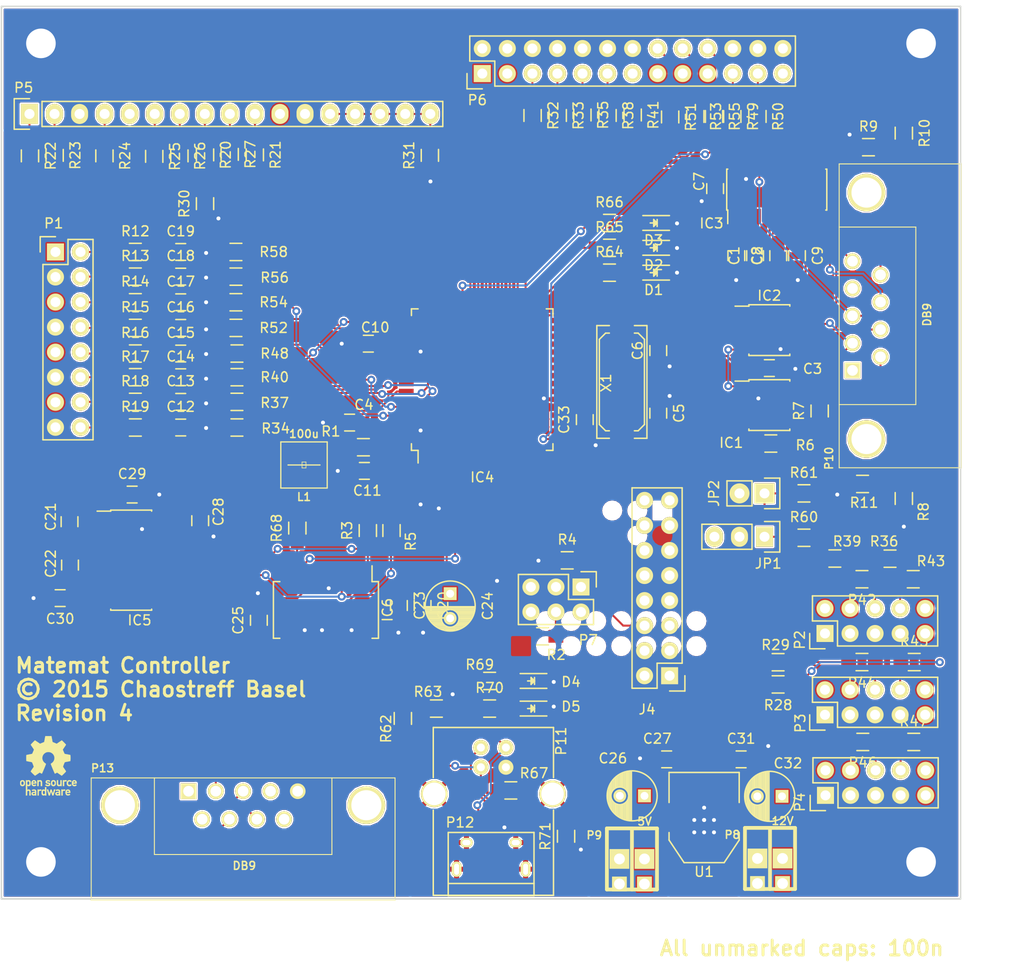
<source format=kicad_pcb>
(kicad_pcb (version 20171130) (host pcbnew 5.0.2+dfsg1-1)
  (title_block (title "Matemat Control Board") (rev 4) (company "Chaostreff Basel") (comment 1 "(c) 2015 Gregor Riepl"))
  (layers (0 F.Cu signal) (31 B.Cu signal) (34 B.Paste user) (35 F.Paste user) (36 B.SilkS user) (37 F.SilkS user) (38 B.Mask user) (39 F.Mask user) (44 Edge.Cuts user))
  (net 0 "")
  (net 1 +12V)
  (net 2 /CAN_SLEEP)
  (net 3 "/JTAG TCK")
  (net 4 "/JTAG TDI")
  (net 5 "/JTAG TDO")
  (net 6 "/JTAG TMS")
  (net 7 "/LED A")
  (net 8 "/LED B")
  (net 9 "/LED C")
  (net 10 "/LED RX")
  (net 11 "/LED TX")
  (net 12 /MISO)
  (net 13 /MOSI)
  (net 14 /PDI)
  (net 15 /PDO)
  (net 16 /SCK)
  (net 17 /SCL)
  (net 18 /SDA)
  (net 19 /UART0_CTS)
  (net 20 /UART0_RTS)
  (net 21 /UART0_RX)
  (net 22 /UART0_TX)
  (net 23 /UART1_CTS)
  (net 24 /UART1_RTS)
  (net 25 /UART1_RX)
  (net 26 /UART1_TX)
  (net 27 /USB_SLEEP)
  (net 28 /strobe)
  (net 29 /zero_cross)
  (net 30 GND)
  (net 31 VAA)
  (net 32 VCC)
  (net 33 "Net-(C1-Pad1)")
  (net 34 "Net-(C1-Pad2)")
  (net 35 "Net-(C2-Pad1)")
  (net 36 "Net-(C2-Pad2)")
  (net 37 "Net-(C4-Pad1)")
  (net 38 "Net-(C5-Pad2)")
  (net 39 "Net-(C6-Pad2)")
  (net 40 "Net-(C8-Pad1)")
  (net 41 "Net-(C9-Pad1)")
  (net 42 "Net-(C21-Pad1)")
  (net 43 "Net-(C21-Pad2)")
  (net 44 "Net-(C22-Pad1)")
  (net 45 "Net-(C22-Pad2)")
  (net 46 "Net-(C25-Pad1)")
  (net 47 "Net-(C29-Pad1)")
  (net 48 "Net-(C30-Pad1)")
  (net 49 "Net-(D1-Pad2)")
  (net 50 "Net-(D2-Pad2)")
  (net 51 "Net-(D3-Pad2)")
  (net 52 "Net-(D4-Pad2)")
  (net 53 "Net-(D5-Pad2)")
  (net 54 "Net-(IC1-Pad5)")
  (net 55 "Net-(IC1-Pad6)")
  (net 56 "Net-(IC1-Pad7)")
  (net 57 "Net-(IC3-Pad7)")
  (net 58 "Net-(IC3-Pad14)")
  (net 59 "Net-(IC4-Pad2)")
  (net 60 "Net-(IC4-Pad3)")
  (net 61 "Net-(IC5-Pad7)")
  (net 62 "Net-(IC5-Pad8)")
  (net 63 "Net-(IC5-Pad13)")
  (net 64 "Net-(IC5-Pad14)")
  (net 65 "Net-(IC6-Pad12)")
  (net 66 "Net-(IC6-Pad15)")
  (net 67 "Net-(IC6-Pad16)")
  (net 68 "Net-(IC6-Pad19)")
  (net 69 "Net-(P1-Pad2)")
  (net 70 "Net-(P1-Pad4)")
  (net 71 "Net-(P1-Pad6)")
  (net 72 "Net-(P1-Pad8)")
  (net 73 "Net-(P1-Pad10)")
  (net 74 "Net-(P1-Pad12)")
  (net 75 "Net-(P1-Pad14)")
  (net 76 "Net-(P1-Pad16)")
  (net 77 "Net-(P2-Pad6)")
  (net 78 "Net-(P2-Pad8)")
  (net 79 "Net-(P3-Pad6)")
  (net 80 "Net-(P3-Pad8)")
  (net 81 "Net-(P4-Pad6)")
  (net 82 "Net-(P4-Pad8)")
  (net 83 "Net-(P10-Pad5)")
  (net 84 "Net-(P10-Pad9)")
  (net 85 "Net-(P10-Pad6)")
  (net 86 "Net-(P11-Pad1)")
  (net 87 "Net-(P11-Pad5)")
  (net 88 "Net-(P12-Pad4)")
  (net 89 /ANALOG_3)
  (net 90 /DIGITAL_3)
  (net 91 /ANALOG_2)
  (net 92 /DIGITAL_2)
  (net 93 /ANALOG_1)
  (net 94 /DIGITAL_1)
  (net 95 /ANALOG_0)
  (net 96 /DIGITAL_0)
  (net 97 /COIN_INH)
  (net 98 /COIN_OUT_F)
  (net 99 /COIN_OUT_E)
  (net 100 /BILL_OUT_FULL)
  (net 101 /BILL_OUT_VALID)
  (net 102 /~FLASH_EN~)
  (net 103 /~RST~)
  (net 104 /BILL_IN_REJ)
  (net 105 /BILL_IN_ACK)
  (net 106 /BILL_IN_INH)
  (net 107 /BILL_OUT_ABN)
  (net 108 /BILL_OUT_BUSY)
  (net 109 /BILL_OUT_VEND3)
  (net 110 /BILL_OUT_VEND2)
  (net 111 /BILL_OUT_VEND1)
  (net 112 /COIN_OUT_D)
  (net 113 /COIN_OUT_C)
  (net 114 /COIN_OUT_B)
  (net 115 /COIN_OUT_A)
  (net 116 "Net-(J4-Pad5)")
  (net 117 "Net-(J4-Pad7)")
  (net 118 /COIN_OUT_MODE)
  (net 119 "Net-(IC4-Pad1)")
  (net 120 "Net-(IC4-Pad6)")
  (net 121 "Net-(IC4-Pad7)")
  (net 122 "Net-(IC4-Pad19)")
  (net 123 "Net-(IC6-Pad2)")
  (net 124 "Net-(IC6-Pad6)")
  (net 125 "Net-(IC6-Pad9)")
  (net 126 "Net-(IC6-Pad10)")
  (net 127 "Net-(IC6-Pad13)")
  (net 128 "Net-(IC6-Pad14)")
  (net 129 "Net-(IC6-Pad27)")
  (net 130 "Net-(IC6-Pad28)")
  (net 131 "Net-(J4-Pad3)")
  (net 132 "Net-(JP1-Pad3)")
  (net 133 "Net-(P5-Pad5)")
  (net 134 "Net-(P6-Pad25)")
  (net 135 "Net-(P10-Pad1)")
  (net 136 "Net-(P10-Pad4)")
  (net 137 "Net-(P13-Pad1)")
  (net 138 "Net-(P13-Pad4)")
  (net 139 "Net-(P13-Pad9)")
  (net 140 "Net-(P13-Pad6)")
  (net 141 /USBID)
  (module matemat:SOT-223 (layer F.Cu) (at 133.5 143.75 180)
    (fp_text reference U1 (at 0 -5.5 180) (layer F.SilkS))
    (fp_text value "DNP LM2940-N 5V")
    (pad 2 smd rect (at 0 -3.302 180) (size 3.6576 2.032) (layers F.Cu F.Paste F.Mask) (net 30 GND))
    (pad 2 smd rect (at 0 3.302 180) (size 1.016 2.032) (layers F.Cu F.Paste F.Mask) (net 30 GND))
    (pad 3 smd rect (at 2.286 3.302 180) (size 1.016 2.032) (layers F.Cu F.Paste F.Mask) (net 32 VCC))
    (pad 1 smd rect (at -2.286 3.302 180) (size 1.016 2.032) (layers F.Cu F.Paste F.Mask) (net 1 +12V))
  )
  (module Resistors_SMD:R_0805_HandSoldering (layer F.Cu) (at 153.75 111.4 90)
    (fp_text reference R8 (at -1.35 2 90) (layer F.SilkS))
    (fp_text value DNP)
    (pad 1 smd rect (at -1.35 0 90) (size 1.5 1.3) (layers F.Cu F.Paste F.Mask) (net 30 GND) (clearance 0.1))
    (pad 2 smd rect (at 1.35 0 90) (size 1.5 1.3) (layers F.Cu F.Paste F.Mask) (net 58 "Net-(IC3-Pad14)") (clearance 0.1))
  )
  (module Capacitors_SMD:C_0805_HandSoldering (layer F.Cu) (at 129.7 137.85 180)
    (fp_text reference C27 (at 0.95 2.1 180) (layer F.SilkS))
    (fp_text value 100n)
    (pad 1 smd rect (at -1.25 0 180) (size 1.5 1.25) (layers F.Cu F.Paste F.Mask) (net 32 VCC) (clearance 0.1))
    (pad 2 smd rect (at 1.25 0 180) (size 1.5 1.25) (layers F.Cu F.Paste F.Mask) (net 30 GND) (clearance 0.1))
  )
  (module Pin_Headers:Pin_Header_Straight_2x05 (layer F.Cu) (at 145.755 133.335 90)
    (fp_text reference P3 (at -0.85 -2.5 90) (layer F.SilkS))
    (fp_text value I2C1)
    (pad 1 thru_hole rect (at 0 0 90) (size 1.7272 1.7272) (drill 1.016) (layers *.Cu *.Mask F.SilkS) (net 30 GND))
    (pad 2 thru_hole oval (at 2.54 0 90) (size 1.7272 1.7272) (drill 1.016) (layers *.Cu *.Mask F.SilkS) (net 32 VCC))
    (pad 3 thru_hole oval (at 0 2.54 90) (size 1.7272 1.7272) (drill 1.016) (layers *.Cu *.Mask F.SilkS) (net 30 GND))
    (pad 4 thru_hole oval (at 2.54 2.54 90) (size 1.7272 1.7272) (drill 1.016) (layers *.Cu *.Mask F.SilkS) (net 32 VCC))
    (pad 5 thru_hole oval (at 0 5.08 90) (size 1.7272 1.7272) (drill 1.016) (layers *.Cu *.Mask F.SilkS) (net 30 GND))
    (pad 6 thru_hole oval (at 2.54 5.08 90) (size 1.7272 1.7272) (drill 1.016) (layers *.Cu *.Mask F.SilkS) (net 79 "Net-(P3-Pad6)"))
    (pad 7 thru_hole oval (at 0 7.62 90) (size 1.7272 1.7272) (drill 1.016) (layers *.Cu *.Mask F.SilkS) (net 30 GND))
    (pad 8 thru_hole oval (at 2.54 7.62 90) (size 1.7272 1.7272) (drill 1.016) (layers *.Cu *.Mask F.SilkS) (net 80 "Net-(P3-Pad8)"))
    (pad 9 thru_hole oval (at 0 10.16 90) (size 1.7272 1.7272) (drill 1.016) (layers *.Cu *.Mask F.SilkS) (net 1 +12V))
    (pad 10 thru_hole oval (at 2.54 10.16 90) (size 1.7272 1.7272) (drill 1.016) (layers *.Cu *.Mask F.SilkS) (net 1 +12V))
  )
  (module Resistors_SMD:R_0805_HandSoldering (layer F.Cu) (at 154.805 127.985)
    (fp_text reference R45 (at 0 -2.1) (layer F.SilkS))
    (fp_text value 100)
    (pad 1 smd rect (at -1.35 0) (size 1.5 1.3) (layers F.Cu F.Paste F.Mask) (net 80 "Net-(P3-Pad8)") (clearance 0.1))
    (pad 2 smd rect (at 1.35 0) (size 1.5 1.3) (layers F.Cu F.Paste F.Mask) (net 18 /SDA) (clearance 0.1))
  )
  (module Resistors_SMD:R_0805_HandSoldering (layer F.Cu) (at 149.505 127.985 180)
    (fp_text reference R44 (at 0 -2.1 180) (layer F.SilkS))
    (fp_text value 100)
    (pad 1 smd rect (at -1.35 0 180) (size 1.5 1.3) (layers F.Cu F.Paste F.Mask) (net 79 "Net-(P3-Pad6)") (clearance 0.1))
    (pad 2 smd rect (at 1.35 0 180) (size 1.5 1.3) (layers F.Cu F.Paste F.Mask) (net 17 /SCL) (clearance 0.1))
  )
  (module Capacitors_SMD:C_0805_HandSoldering (layer F.Cu) (at 138.665 86.775 90)
    (fp_text reference C1 (at 0 -2.1 90) (layer F.SilkS))
    (fp_text value 100n)
    (pad 1 smd rect (at -1.25 0 90) (size 1.5 1.25) (layers F.Cu F.Paste F.Mask) (net 33 "Net-(C1-Pad1)") (clearance 0.1))
    (pad 2 smd rect (at 1.25 0 90) (size 1.5 1.25) (layers F.Cu F.Paste F.Mask) (net 34 "Net-(C1-Pad2)") (clearance 0.1))
  )
  (module Capacitors_SMD:C_0805_HandSoldering (layer F.Cu) (at 141.015 86.775 90)
    (fp_text reference C2 (at 0 -2.1 90) (layer F.SilkS))
    (fp_text value 100n)
    (pad 1 smd rect (at -1.25 0 90) (size 1.5 1.25) (layers F.Cu F.Paste F.Mask) (net 35 "Net-(C2-Pad1)") (clearance 0.1))
    (pad 2 smd rect (at 1.25 0 90) (size 1.5 1.25) (layers F.Cu F.Paste F.Mask) (net 36 "Net-(C2-Pad2)") (clearance 0.1))
  )
  (module Capacitors_SMD:C_0805_HandSoldering (layer F.Cu) (at 140.115 98.175)
    (fp_text reference C3 (at 4.385 0.075) (layer F.SilkS))
    (fp_text value 100n)
    (pad 1 smd rect (at -1.25 0) (size 1.5 1.25) (layers F.Cu F.Paste F.Mask) (net 32 VCC) (clearance 0.1))
    (pad 2 smd rect (at 1.25 0) (size 1.5 1.25) (layers F.Cu F.Paste F.Mask) (net 30 GND) (clearance 0.1))
  )
  (module Capacitors_SMD:C_0805_HandSoldering (layer F.Cu) (at 97.55 103.7 180)
    (fp_text reference C4 (at -1.45 1.8 180) (layer F.SilkS))
    (fp_text value 100n)
    (pad 1 smd rect (at -1.25 0 180) (size 1.5 1.25) (layers F.Cu F.Paste F.Mask) (net 37 "Net-(C4-Pad1)") (clearance 0.1))
    (pad 2 smd rect (at 1.25 0 180) (size 1.5 1.25) (layers F.Cu F.Paste F.Mask) (net 30 GND) (clearance 0.1))
  )
  (module Capacitors_SMD:C_0805_HandSoldering (layer F.Cu) (at 128.85 102.75 270)
    (fp_text reference C5 (at 0 -2.1 270) (layer F.SilkS))
    (fp_text value 22p)
    (pad 1 smd rect (at -1.25 0 270) (size 1.5 1.25) (layers F.Cu F.Paste F.Mask) (net 30 GND) (clearance 0.1))
    (pad 2 smd rect (at 1.25 0 270) (size 1.5 1.25) (layers F.Cu F.Paste F.Mask) (net 38 "Net-(C5-Pad2)") (clearance 0.1))
  )
  (module Capacitors_SMD:C_0805_HandSoldering (layer F.Cu) (at 128.85 96.4 90)
    (fp_text reference C6 (at 0 -2.1 90) (layer F.SilkS))
    (fp_text value 22p)
    (pad 1 smd rect (at -1.25 0 90) (size 1.5 1.25) (layers F.Cu F.Paste F.Mask) (net 30 GND) (clearance 0.1))
    (pad 2 smd rect (at 1.25 0 90) (size 1.5 1.25) (layers F.Cu F.Paste F.Mask) (net 39 "Net-(C6-Pad2)") (clearance 0.1))
  )
  (module Capacitors_SMD:C_0805_HandSoldering (layer F.Cu) (at 134.615 79.975 270)
    (fp_text reference C7 (at -0.725 1.615 270) (layer F.SilkS))
    (fp_text value 100n)
    (pad 1 smd rect (at -1.25 0 270) (size 1.5 1.25) (layers F.Cu F.Paste F.Mask) (net 32 VCC) (clearance 0.1))
    (pad 2 smd rect (at 1.25 0 270) (size 1.5 1.25) (layers F.Cu F.Paste F.Mask) (net 30 GND) (clearance 0.1))
  )
  (module Capacitors_SMD:C_0805_HandSoldering (layer F.Cu) (at 136.765 86.775 270)
    (fp_text reference C8 (at 0 -2.1 270) (layer F.SilkS))
    (fp_text value 100n)
    (pad 1 smd rect (at -1.25 0 270) (size 1.5 1.25) (layers F.Cu F.Paste F.Mask) (net 40 "Net-(C8-Pad1)") (clearance 0.1))
    (pad 2 smd rect (at 1.25 0 270) (size 1.5 1.25) (layers F.Cu F.Paste F.Mask) (net 30 GND) (clearance 0.1))
  )
  (module Capacitors_SMD:C_0805_HandSoldering (layer F.Cu) (at 142.915 86.775 270)
    (fp_text reference C9 (at 0 -2.1 270) (layer F.SilkS))
    (fp_text value 100n)
    (pad 1 smd rect (at -1.25 0 270) (size 1.5 1.25) (layers F.Cu F.Paste F.Mask) (net 41 "Net-(C9-Pad1)") (clearance 0.1))
    (pad 2 smd rect (at 1.25 0 270) (size 1.5 1.25) (layers F.Cu F.Paste F.Mask) (net 30 GND) (clearance 0.1))
  )
  (module Capacitors_SMD:C_0805_HandSoldering (layer F.Cu) (at 99.45 95.7)
    (fp_text reference C10 (at 0.7 -1.65) (layer F.SilkS))
    (fp_text value 100n)
    (pad 1 smd rect (at -1.25 0) (size 1.5 1.25) (layers F.Cu F.Paste F.Mask) (net 30 GND) (clearance 0.1))
    (pad 2 smd rect (at 1.25 0) (size 1.5 1.25) (layers F.Cu F.Paste F.Mask) (net 32 VCC) (clearance 0.1))
  )
  (module Capacitors_SMD:C_0805_HandSoldering (layer F.Cu) (at 99.05 108.6 180)
    (fp_text reference C11 (at -0.3 -2 180) (layer F.SilkS))
    (fp_text value 100n)
    (pad 1 smd rect (at -1.25 0 180) (size 1.5 1.25) (layers F.Cu F.Paste F.Mask) (net 31 VAA) (clearance 0.1))
    (pad 2 smd rect (at 1.25 0 180) (size 1.5 1.25) (layers F.Cu F.Paste F.Mask) (net 30 GND) (clearance 0.1))
  )
  (module Capacitors_SMD:C_0805_HandSoldering (layer F.Cu) (at 80.425 104.2)
    (fp_text reference C12 (at 0 -2.1) (layer F.SilkS))
    (fp_text value 100n)
    (pad 1 smd rect (at -1.25 0) (size 1.5 1.25) (layers F.Cu F.Paste F.Mask) (net 89 /ANALOG_3) (clearance 0.1))
    (pad 2 smd rect (at 1.25 0) (size 1.5 1.25) (layers F.Cu F.Paste F.Mask) (net 30 GND) (clearance 0.1))
  )
  (module Capacitors_SMD:C_0805_HandSoldering (layer F.Cu) (at 80.425 101.6)
    (fp_text reference C13 (at 0 -2.1) (layer F.SilkS))
    (fp_text value 100n)
    (pad 1 smd rect (at -1.25 0) (size 1.5 1.25) (layers F.Cu F.Paste F.Mask) (net 90 /DIGITAL_3) (clearance 0.1))
    (pad 2 smd rect (at 1.25 0) (size 1.5 1.25) (layers F.Cu F.Paste F.Mask) (net 30 GND) (clearance 0.1))
  )
  (module Capacitors_SMD:C_0805_HandSoldering (layer F.Cu) (at 80.425 99.1)
    (fp_text reference C14 (at 0 -2.1) (layer F.SilkS))
    (fp_text value 100n)
    (pad 1 smd rect (at -1.25 0) (size 1.5 1.25) (layers F.Cu F.Paste F.Mask) (net 91 /ANALOG_2) (clearance 0.1))
    (pad 2 smd rect (at 1.25 0) (size 1.5 1.25) (layers F.Cu F.Paste F.Mask) (net 30 GND) (clearance 0.1))
  )
  (module Capacitors_SMD:C_0805_HandSoldering (layer F.Cu) (at 80.425 96.7)
    (fp_text reference C15 (at 0 -2.1) (layer F.SilkS))
    (fp_text value 100n)
    (pad 1 smd rect (at -1.25 0) (size 1.5 1.25) (layers F.Cu F.Paste F.Mask) (net 92 /DIGITAL_2) (clearance 0.1))
    (pad 2 smd rect (at 1.25 0) (size 1.5 1.25) (layers F.Cu F.Paste F.Mask) (net 30 GND) (clearance 0.1))
  )
  (module Capacitors_SMD:C_0805_HandSoldering (layer F.Cu) (at 80.425 94.1)
    (fp_text reference C16 (at 0 -2.1) (layer F.SilkS))
    (fp_text value 100n)
    (pad 1 smd rect (at -1.25 0) (size 1.5 1.25) (layers F.Cu F.Paste F.Mask) (net 93 /ANALOG_1) (clearance 0.1))
    (pad 2 smd rect (at 1.25 0) (size 1.5 1.25) (layers F.Cu F.Paste F.Mask) (net 30 GND) (clearance 0.1))
  )
  (module Capacitors_SMD:C_0805_HandSoldering (layer F.Cu) (at 80.425 91.5)
    (fp_text reference C17 (at 0 -2.1) (layer F.SilkS))
    (fp_text value 100n)
    (pad 1 smd rect (at -1.25 0) (size 1.5 1.25) (layers F.Cu F.Paste F.Mask) (net 94 /DIGITAL_1) (clearance 0.1))
    (pad 2 smd rect (at 1.25 0) (size 1.5 1.25) (layers F.Cu F.Paste F.Mask) (net 30 GND) (clearance 0.1))
  )
  (module Capacitors_SMD:C_0805_HandSoldering (layer F.Cu) (at 80.425 88.9)
    (fp_text reference C18 (at 0 -2.1) (layer F.SilkS))
    (fp_text value 100n)
    (pad 1 smd rect (at -1.25 0) (size 1.5 1.25) (layers F.Cu F.Paste F.Mask) (net 95 /ANALOG_0) (clearance 0.1))
    (pad 2 smd rect (at 1.25 0) (size 1.5 1.25) (layers F.Cu F.Paste F.Mask) (net 30 GND) (clearance 0.1))
  )
  (module Capacitors_SMD:C_0805_HandSoldering (layer F.Cu) (at 80.425 86.4)
    (fp_text reference C19 (at 0 -2.1) (layer F.SilkS))
    (fp_text value 100n)
    (pad 1 smd rect (at -1.25 0) (size 1.5 1.25) (layers F.Cu F.Paste F.Mask) (net 96 /DIGITAL_0) (clearance 0.1))
    (pad 2 smd rect (at 1.25 0) (size 1.5 1.25) (layers F.Cu F.Paste F.Mask) (net 30 GND) (clearance 0.1))
  )
  (module Capacitors_SMD:C_0805_HandSoldering (layer F.Cu) (at 104.95 122.25 270)
    (fp_text reference C20 (at 0 -2.1 270) (layer F.SilkS))
    (fp_text value 100n)
    (pad 1 smd rect (at -1.25 0 270) (size 1.5 1.25) (layers F.Cu F.Paste F.Mask) (net 32 VCC) (clearance 0.1))
    (pad 2 smd rect (at 1.25 0 270) (size 1.5 1.25) (layers F.Cu F.Paste F.Mask) (net 30 GND) (clearance 0.1))
  )
  (module Capacitors_SMD:C_0805_HandSoldering (layer F.Cu) (at 69.15 113.75 270)
    (fp_text reference C21 (at -0.5 1.9 270) (layer F.SilkS))
    (fp_text value 100n)
    (pad 1 smd rect (at -1.25 0 270) (size 1.5 1.25) (layers F.Cu F.Paste F.Mask) (net 42 "Net-(C21-Pad1)") (clearance 0.1))
    (pad 2 smd rect (at 1.25 0 270) (size 1.5 1.25) (layers F.Cu F.Paste F.Mask) (net 43 "Net-(C21-Pad2)") (clearance 0.1))
  )
  (module Capacitors_SMD:C_0805_HandSoldering (layer F.Cu) (at 69.2 118.15 270)
    (fp_text reference C22 (at -0.15 1.95 270) (layer F.SilkS))
    (fp_text value 100n)
    (pad 1 smd rect (at -1.25 0 270) (size 1.5 1.25) (layers F.Cu F.Paste F.Mask) (net 44 "Net-(C22-Pad1)") (clearance 0.1))
    (pad 2 smd rect (at 1.25 0 270) (size 1.5 1.25) (layers F.Cu F.Paste F.Mask) (net 45 "Net-(C22-Pad2)") (clearance 0.1))
  )
  (module Capacitors_SMD:C_0805_HandSoldering (layer F.Cu) (at 102.55 122.25 270)
    (fp_text reference C23 (at 0 -2.1 270) (layer F.SilkS))
    (fp_text value 100n)
    (pad 1 smd rect (at -1.25 0 270) (size 1.5 1.25) (layers F.Cu F.Paste F.Mask) (net 32 VCC) (clearance 0.1))
    (pad 2 smd rect (at 1.25 0 270) (size 1.5 1.25) (layers F.Cu F.Paste F.Mask) (net 30 GND) (clearance 0.1))
  )
  (module Capacitors_ThroughHole:C_Radial_D5_L11_P2.5 (layer F.Cu) (at 107.75 121.05 270)
    (fp_text reference C24 (at 1.25 -3.8 270) (layer F.SilkS))
    (fp_text value 4.7u)
    (pad 1 thru_hole rect (at 0 0 270) (size 1.3 1.3) (drill 0.8) (layers *.Cu *.Mask F.SilkS) (net 32 VCC))
    (pad 2 thru_hole circle (at 2.5 0 270) (size 1.3 1.3) (drill 0.8) (layers *.Cu *.Mask F.SilkS) (net 30 GND))
  )
  (module Capacitors_SMD:C_0805_HandSoldering (layer F.Cu) (at 88.35 123.75 90)
    (fp_text reference C25 (at 0 -2.1 90) (layer F.SilkS))
    (fp_text value 100n)
    (pad 1 smd rect (at -1.25 0 90) (size 1.5 1.25) (layers F.Cu F.Paste F.Mask) (net 46 "Net-(C25-Pad1)") (clearance 0.1))
    (pad 2 smd rect (at 1.25 0 90) (size 1.5 1.25) (layers F.Cu F.Paste F.Mask) (net 30 GND) (clearance 0.1))
  )
  (module Capacitors_SMD:C_0805_HandSoldering (layer F.Cu) (at 82.4 113.65 270)
    (fp_text reference C28 (at -0.9 -1.85 270) (layer F.SilkS))
    (fp_text value 100n)
    (pad 1 smd rect (at -1.25 0 270) (size 1.5 1.25) (layers F.Cu F.Paste F.Mask) (net 32 VCC) (clearance 0.1))
    (pad 2 smd rect (at 1.25 0 270) (size 1.5 1.25) (layers F.Cu F.Paste F.Mask) (net 30 GND) (clearance 0.1))
  )
  (module Capacitors_SMD:C_0805_HandSoldering (layer F.Cu) (at 75.5 111)
    (fp_text reference C29 (at 0 -2.1) (layer F.SilkS))
    (fp_text value 100n)
    (pad 1 smd rect (at -1.25 0) (size 1.5 1.25) (layers F.Cu F.Paste F.Mask) (net 47 "Net-(C29-Pad1)") (clearance 0.1))
    (pad 2 smd rect (at 1.25 0) (size 1.5 1.25) (layers F.Cu F.Paste F.Mask) (net 30 GND) (clearance 0.1))
  )
  (module Capacitors_SMD:C_0805_HandSoldering (layer F.Cu) (at 68.2 121.5 180)
    (fp_text reference C30 (at 0 -2.1 180) (layer F.SilkS))
    (fp_text value 100n)
    (pad 1 smd rect (at -1.25 0 180) (size 1.5 1.25) (layers F.Cu F.Paste F.Mask) (net 48 "Net-(C30-Pad1)") (clearance 0.1))
    (pad 2 smd rect (at 1.25 0 180) (size 1.5 1.25) (layers F.Cu F.Paste F.Mask) (net 30 GND) (clearance 0.1))
  )
  (module Capacitors_SMD:C_0805_HandSoldering (layer F.Cu) (at 137.25 137.85)
    (fp_text reference C31 (at 0 -2.1) (layer F.SilkS))
    (fp_text value 100n)
    (pad 1 smd rect (at -1.25 0) (size 1.5 1.25) (layers F.Cu F.Paste F.Mask) (net 1 +12V) (clearance 0.1))
    (pad 2 smd rect (at 1.25 0) (size 1.5 1.25) (layers F.Cu F.Paste F.Mask) (net 30 GND) (clearance 0.1))
  )
  (module Capacitors_ThroughHole:C_Radial_D5_L11_P2.5 (layer F.Cu) (at 141.4 141.6 180)
    (fp_text reference C32 (at -0.6 3.35 180) (layer F.SilkS))
    (fp_text value 10u)
    (pad 1 thru_hole rect (at 0 0 180) (size 1.3 1.3) (drill 0.8) (layers *.Cu *.Mask F.SilkS) (net 1 +12V))
    (pad 2 thru_hole circle (at 2.5 0 180) (size 1.3 1.3) (drill 0.8) (layers *.Cu *.Mask F.SilkS) (net 30 GND))
  )
  (module LEDs:LED-0805 (layer F.Cu) (at 128.385 88.5 180)
    (fp_text reference D1 (at 0 -1.75 180) (layer F.SilkS))
    (fp_text value LED805)
    (pad 2 smd rect (at 1.04902 0) (size 1.19888 1.19888) (layers F.Cu F.Paste F.Mask) (net 49 "Net-(D1-Pad2)"))
    (pad 1 smd rect (at -1.04902 0) (size 1.19888 1.19888) (layers F.Cu F.Paste F.Mask) (net 30 GND))
  )
  (module LEDs:LED-0805 (layer F.Cu) (at 128.385 85.98 180)
    (fp_text reference D2 (at 0 -1.75 180) (layer F.SilkS))
    (fp_text value LED805)
    (pad 2 smd rect (at 1.04902 0) (size 1.19888 1.19888) (layers F.Cu F.Paste F.Mask) (net 50 "Net-(D2-Pad2)"))
    (pad 1 smd rect (at -1.04902 0) (size 1.19888 1.19888) (layers F.Cu F.Paste F.Mask) (net 30 GND))
  )
  (module LEDs:LED-0805 (layer F.Cu) (at 128.385 83.46 180)
    (fp_text reference D3 (at 0 -1.75 180) (layer F.SilkS))
    (fp_text value LED805)
    (pad 2 smd rect (at 1.04902 0) (size 1.19888 1.19888) (layers F.Cu F.Paste F.Mask) (net 51 "Net-(D3-Pad2)"))
    (pad 1 smd rect (at -1.04902 0) (size 1.19888 1.19888) (layers F.Cu F.Paste F.Mask) (net 30 GND))
  )
  (module LEDs:LED-0805 (layer F.Cu) (at 115.95 129.9 180)
    (fp_text reference D4 (at -4.05 -0.1 180) (layer F.SilkS))
    (fp_text value LED805)
    (pad 2 smd rect (at 1.04902 0) (size 1.19888 1.19888) (layers F.Cu F.Paste F.Mask) (net 52 "Net-(D4-Pad2)"))
    (pad 1 smd rect (at -1.04902 0) (size 1.19888 1.19888) (layers F.Cu F.Paste F.Mask) (net 30 GND))
  )
  (module LEDs:LED-0805 (layer F.Cu) (at 115.95 132.7 180)
    (fp_text reference D5 (at -4.05 0.2 180) (layer F.SilkS))
    (fp_text value LED805)
    (pad 2 smd rect (at 1.04902 0) (size 1.19888 1.19888) (layers F.Cu F.Paste F.Mask) (net 53 "Net-(D5-Pad2)"))
    (pad 1 smd rect (at -1.04902 0) (size 1.19888 1.19888) (layers F.Cu F.Paste F.Mask) (net 30 GND))
  )
  (module Housings_SOIC:SOIC-8_3.9x4.9mm_Pitch1.27mm (layer F.Cu) (at 140.115 101.925)
    (fp_text reference IC1 (at -3.865 3.825 180) (layer F.SilkS))
    (fp_text value TJA1040)
    (pad 1 smd rect (at -2.7 -1.905) (size 1.55 0.6) (layers F.Cu F.Paste F.Mask) (net 26 /UART1_TX))
    (pad 2 smd rect (at -2.7 -0.635) (size 1.55 0.6) (layers F.Cu F.Paste F.Mask) (net 30 GND))
    (pad 3 smd rect (at -2.7 0.635) (size 1.55 0.6) (layers F.Cu F.Paste F.Mask) (net 32 VCC))
    (pad 4 smd rect (at -2.7 1.905) (size 1.55 0.6) (layers F.Cu F.Paste F.Mask) (net 25 /UART1_RX))
    (pad 5 smd rect (at 2.7 1.905) (size 1.55 0.6) (layers F.Cu F.Paste F.Mask) (net 54 "Net-(IC1-Pad5)"))
    (pad 6 smd rect (at 2.7 0.635) (size 1.55 0.6) (layers F.Cu F.Paste F.Mask) (net 55 "Net-(IC1-Pad6)"))
    (pad 7 smd rect (at 2.7 -0.635) (size 1.55 0.6) (layers F.Cu F.Paste F.Mask) (net 56 "Net-(IC1-Pad7)"))
    (pad 8 smd rect (at 2.7 -1.905) (size 1.55 0.6) (layers F.Cu F.Paste F.Mask) (net 2 /CAN_SLEEP))
  )
  (module Housings_SOIC:SOIC-8_3.9x4.9mm_Pitch1.27mm (layer F.Cu) (at 140.115 94.325)
    (fp_text reference IC2 (at 0 -3.5) (layer F.SilkS))
    (fp_text value "DNP MAX481CSA")
    (pad 1 smd rect (at -2.7 -1.905) (size 1.55 0.6) (layers F.Cu F.Paste F.Mask) (net 25 /UART1_RX))
    (pad 2 smd rect (at -2.7 -0.635) (size 1.55 0.6) (layers F.Cu F.Paste F.Mask) (net 2 /CAN_SLEEP))
    (pad 3 smd rect (at -2.7 0.635) (size 1.55 0.6) (layers F.Cu F.Paste F.Mask) (net 2 /CAN_SLEEP))
    (pad 4 smd rect (at -2.7 1.905) (size 1.55 0.6) (layers F.Cu F.Paste F.Mask) (net 26 /UART1_TX))
    (pad 5 smd rect (at 2.7 1.905) (size 1.55 0.6) (layers F.Cu F.Paste F.Mask) (net 30 GND))
    (pad 6 smd rect (at 2.7 0.635) (size 1.55 0.6) (layers F.Cu F.Paste F.Mask) (net 56 "Net-(IC1-Pad7)"))
    (pad 7 smd rect (at 2.7 -0.635) (size 1.55 0.6) (layers F.Cu F.Paste F.Mask) (net 55 "Net-(IC1-Pad6)"))
    (pad 8 smd rect (at 2.7 -1.905) (size 1.55 0.6) (layers F.Cu F.Paste F.Mask) (net 32 VCC))
  )
  (module Housings_QFP:TQFP-64_14x14mm_Pitch0.8mm (layer F.Cu) (at 110.995 99.345 90)
    (fp_text reference IC4 (at -9.905 0.005 180) (layer F.SilkS))
    (fp_text value ATMEGA128-A)
    (pad 1 smd rect (at -7.7 -6 90) (size 1.5 0.55) (layers F.Cu F.Paste F.Mask) (net 119 "Net-(IC4-Pad1)"))
    (pad 2 smd rect (at -7.7 -5.2 90) (size 1.5 0.55) (layers F.Cu F.Paste F.Mask) (net 59 "Net-(IC4-Pad2)"))
    (pad 3 smd rect (at -7.7 -4.4 90) (size 1.5 0.55) (layers F.Cu F.Paste F.Mask) (net 60 "Net-(IC4-Pad3)"))
    (pad 4 smd rect (at -7.7 -3.6 90) (size 1.5 0.55) (layers F.Cu F.Paste F.Mask) (net 20 /UART0_RTS))
    (pad 5 smd rect (at -7.7 -2.8 90) (size 1.5 0.55) (layers F.Cu F.Paste F.Mask) (net 19 /UART0_CTS))
    (pad 6 smd rect (at -7.7 -2 90) (size 1.5 0.55) (layers F.Cu F.Paste F.Mask) (net 120 "Net-(IC4-Pad6)"))
    (pad 7 smd rect (at -7.7 -1.2 90) (size 1.5 0.55) (layers F.Cu F.Paste F.Mask) (net 121 "Net-(IC4-Pad7)"))
    (pad 8 smd rect (at -7.7 -0.4 90) (size 1.5 0.55) (layers F.Cu F.Paste F.Mask) (net 28 /strobe))
    (pad 9 smd rect (at -7.7 0.4 90) (size 1.5 0.55) (layers F.Cu F.Paste F.Mask) (net 29 /zero_cross))
    (pad 10 smd rect (at -7.7 1.2 90) (size 1.5 0.55) (layers F.Cu F.Paste F.Mask) (net 97 /COIN_INH))
    (pad 11 smd rect (at -7.7 2 90) (size 1.5 0.55) (layers F.Cu F.Paste F.Mask) (net 16 /SCK))
    (pad 12 smd rect (at -7.7 2.8 90) (size 1.5 0.55) (layers F.Cu F.Paste F.Mask) (net 13 /MOSI))
    (pad 13 smd rect (at -7.7 3.6 90) (size 1.5 0.55) (layers F.Cu F.Paste F.Mask) (net 12 /MISO))
    (pad 14 smd rect (at -7.7 4.4 90) (size 1.5 0.55) (layers F.Cu F.Paste F.Mask) (net 98 /COIN_OUT_F))
    (pad 15 smd rect (at -7.7 5.2 90) (size 1.5 0.55) (layers F.Cu F.Paste F.Mask) (net 99 /COIN_OUT_E))
    (pad 16 smd rect (at -7.7 6 90) (size 1.5 0.55) (layers F.Cu F.Paste F.Mask) (net 100 /BILL_OUT_FULL))
    (pad 17 smd rect (at -6 7.7 180) (size 1.5 0.55) (layers F.Cu F.Paste F.Mask) (net 101 /BILL_OUT_VALID))
    (pad 18 smd rect (at -5.2 7.7 180) (size 1.5 0.55) (layers F.Cu F.Paste F.Mask) (net 102 /~FLASH_EN~))
    (pad 19 smd rect (at -4.4 7.7 180) (size 1.5 0.55) (layers F.Cu F.Paste F.Mask) (net 122 "Net-(IC4-Pad19)"))
    (pad 20 smd rect (at -3.6 7.7 180) (size 1.5 0.55) (layers F.Cu F.Paste F.Mask) (net 103 /~RST~))
    (pad 21 smd rect (at -2.8 7.7 180) (size 1.5 0.55) (layers F.Cu F.Paste F.Mask) (net 32 VCC))
    (pad 22 smd rect (at -2 7.7 180) (size 1.5 0.55) (layers F.Cu F.Paste F.Mask) (net 30 GND))
    (pad 23 smd rect (at -1.2 7.7 180) (size 1.5 0.55) (layers F.Cu F.Paste F.Mask) (net 38 "Net-(C5-Pad2)"))
    (pad 24 smd rect (at -0.4 7.7 180) (size 1.5 0.55) (layers F.Cu F.Paste F.Mask) (net 39 "Net-(C6-Pad2)"))
    (pad 25 smd rect (at 0.4 7.7 180) (size 1.5 0.55) (layers F.Cu F.Paste F.Mask) (net 17 /SCL))
    (pad 26 smd rect (at 1.2 7.7 180) (size 1.5 0.55) (layers F.Cu F.Paste F.Mask) (net 18 /SDA))
    (pad 27 smd rect (at 2 7.7 180) (size 1.5 0.55) (layers F.Cu F.Paste F.Mask) (net 25 /UART1_RX))
    (pad 28 smd rect (at 2.8 7.7 180) (size 1.5 0.55) (layers F.Cu F.Paste F.Mask) (net 26 /UART1_TX))
    (pad 29 smd rect (at 3.6 7.7 180) (size 1.5 0.55) (layers F.Cu F.Paste F.Mask) (net 2 /CAN_SLEEP))
    (pad 30 smd rect (at 4.4 7.7 180) (size 1.5 0.55) (layers F.Cu F.Paste F.Mask) (net 24 /UART1_RTS))
    (pad 31 smd rect (at 5.2 7.7 180) (size 1.5 0.55) (layers F.Cu F.Paste F.Mask) (net 23 /UART1_CTS))
    (pad 32 smd rect (at 6 7.7 180) (size 1.5 0.55) (layers F.Cu F.Paste F.Mask) (net 27 /USB_SLEEP))
    (pad 33 smd rect (at 7.7 6 90) (size 1.5 0.55) (layers F.Cu F.Paste F.Mask) (net 7 "/LED A"))
    (pad 34 smd rect (at 7.7 5.2 90) (size 1.5 0.55) (layers F.Cu F.Paste F.Mask) (net 8 "/LED B"))
    (pad 35 smd rect (at 7.7 4.4 90) (size 1.5 0.55) (layers F.Cu F.Paste F.Mask) (net 104 /BILL_IN_REJ))
    (pad 36 smd rect (at 7.7 3.6 90) (size 1.5 0.55) (layers F.Cu F.Paste F.Mask) (net 105 /BILL_IN_ACK))
    (pad 37 smd rect (at 7.7 2.8 90) (size 1.5 0.55) (layers F.Cu F.Paste F.Mask) (net 106 /BILL_IN_INH))
    (pad 38 smd rect (at 7.7 2 90) (size 1.5 0.55) (layers F.Cu F.Paste F.Mask) (net 107 /BILL_OUT_ABN))
    (pad 39 smd rect (at 7.7 1.2 90) (size 1.5 0.55) (layers F.Cu F.Paste F.Mask) (net 108 /BILL_OUT_BUSY))
    (pad 40 smd rect (at 7.7 0.4 90) (size 1.5 0.55) (layers F.Cu F.Paste F.Mask) (net 109 /BILL_OUT_VEND3))
    (pad 41 smd rect (at 7.7 -0.4 90) (size 1.5 0.55) (layers F.Cu F.Paste F.Mask) (net 110 /BILL_OUT_VEND2))
    (pad 42 smd rect (at 7.7 -1.2 90) (size 1.5 0.55) (layers F.Cu F.Paste F.Mask) (net 111 /BILL_OUT_VEND1))
    (pad 43 smd rect (at 7.7 -2 90) (size 1.5 0.55) (layers F.Cu F.Paste F.Mask) (net 9 "/LED C"))
    (pad 44 smd rect (at 7.7 -2.8 90) (size 1.5 0.55) (layers F.Cu F.Paste F.Mask) (net 112 /COIN_OUT_D))
    (pad 45 smd rect (at 7.7 -3.6 90) (size 1.5 0.55) (layers F.Cu F.Paste F.Mask) (net 113 /COIN_OUT_C))
    (pad 46 smd rect (at 7.7 -4.4 90) (size 1.5 0.55) (layers F.Cu F.Paste F.Mask) (net 114 /COIN_OUT_B))
    (pad 47 smd rect (at 7.7 -5.2 90) (size 1.5 0.55) (layers F.Cu F.Paste F.Mask) (net 115 /COIN_OUT_A))
    (pad 48 smd rect (at 7.7 -6 90) (size 1.5 0.55) (layers F.Cu F.Paste F.Mask) (net 90 /DIGITAL_3))
    (pad 49 smd rect (at 6 -7.7 180) (size 1.5 0.55) (layers F.Cu F.Paste F.Mask) (net 92 /DIGITAL_2))
    (pad 50 smd rect (at 5.2 -7.7 180) (size 1.5 0.55) (layers F.Cu F.Paste F.Mask) (net 94 /DIGITAL_1))
    (pad 51 smd rect (at 4.4 -7.7 180) (size 1.5 0.55) (layers F.Cu F.Paste F.Mask) (net 96 /DIGITAL_0))
    (pad 52 smd rect (at 3.6 -7.7 180) (size 1.5 0.55) (layers F.Cu F.Paste F.Mask) (net 32 VCC))
    (pad 53 smd rect (at 2.8 -7.7 180) (size 1.5 0.55) (layers F.Cu F.Paste F.Mask) (net 30 GND))
    (pad 54 smd rect (at 2 -7.7 180) (size 1.5 0.55) (layers F.Cu F.Paste F.Mask) (net 4 "/JTAG TDI"))
    (pad 55 smd rect (at 1.2 -7.7 180) (size 1.5 0.55) (layers F.Cu F.Paste F.Mask) (net 5 "/JTAG TDO"))
    (pad 56 smd rect (at 0.4 -7.7 180) (size 1.5 0.55) (layers F.Cu F.Paste F.Mask) (net 6 "/JTAG TMS"))
    (pad 57 smd rect (at -0.4 -7.7 180) (size 1.5 0.55) (layers F.Cu F.Paste F.Mask) (net 3 "/JTAG TCK"))
    (pad 58 smd rect (at -1.2 -7.7 180) (size 1.5 0.55) (layers F.Cu F.Paste F.Mask) (net 89 /ANALOG_3))
    (pad 59 smd rect (at -2 -7.7 180) (size 1.5 0.55) (layers F.Cu F.Paste F.Mask) (net 91 /ANALOG_2))
    (pad 60 smd rect (at -2.8 -7.7 180) (size 1.5 0.55) (layers F.Cu F.Paste F.Mask) (net 93 /ANALOG_1))
    (pad 61 smd rect (at -3.6 -7.7 180) (size 1.5 0.55) (layers F.Cu F.Paste F.Mask) (net 95 /ANALOG_0))
    (pad 62 smd rect (at -4.4 -7.7 180) (size 1.5 0.55) (layers F.Cu F.Paste F.Mask) (net 37 "Net-(C4-Pad1)"))
    (pad 63 smd rect (at -5.2 -7.7 180) (size 1.5 0.55) (layers F.Cu F.Paste F.Mask) (net 30 GND))
    (pad 64 smd rect (at -6 -7.7 180) (size 1.5 0.55) (layers F.Cu F.Paste F.Mask) (net 31 VAA))
  )
  (module Housings_SSOP:SSOP-28_5.3x10.2mm_Pitch0.65mm (layer F.Cu) (at 95.15 122.7 270)
    (fp_text reference IC6 (at 0 -6.25 270) (layer F.SilkS))
    (fp_text value FT232RL)
    (pad 1 smd rect (at -3.6 -4.225 270) (size 1.75 0.45) (layers F.Cu F.Paste F.Mask) (net 21 /UART0_RX))
    (pad 2 smd rect (at -3.6 -3.575 270) (size 1.75 0.45) (layers F.Cu F.Paste F.Mask) (net 123 "Net-(IC6-Pad2)"))
    (pad 3 smd rect (at -3.6 -2.925 270) (size 1.75 0.45) (layers F.Cu F.Paste F.Mask) (net 20 /UART0_RTS))
    (pad 4 smd rect (at -3.6 -2.275 270) (size 1.75 0.45) (layers F.Cu F.Paste F.Mask) (net 32 VCC))
    (pad 5 smd rect (at -3.6 -1.625 270) (size 1.75 0.45) (layers F.Cu F.Paste F.Mask) (net 22 /UART0_TX))
    (pad 6 smd rect (at -3.6 -0.975 270) (size 1.75 0.45) (layers F.Cu F.Paste F.Mask) (net 124 "Net-(IC6-Pad6)"))
    (pad 7 smd rect (at -3.6 -0.325 270) (size 1.75 0.45) (layers F.Cu F.Paste F.Mask) (net 30 GND))
    (pad 8 smd rect (at -3.6 0.325 270) (size 1.75 0.45) (layers F.Cu F.Paste F.Mask))
    (pad 9 smd rect (at -3.6 0.975 270) (size 1.75 0.45) (layers F.Cu F.Paste F.Mask) (net 125 "Net-(IC6-Pad9)"))
    (pad 10 smd rect (at -3.6 1.625 270) (size 1.75 0.45) (layers F.Cu F.Paste F.Mask) (net 126 "Net-(IC6-Pad10)"))
    (pad 11 smd rect (at -3.6 2.275 270) (size 1.75 0.45) (layers F.Cu F.Paste F.Mask) (net 19 /UART0_CTS))
    (pad 12 smd rect (at -3.6 2.925 270) (size 1.75 0.45) (layers F.Cu F.Paste F.Mask) (net 65 "Net-(IC6-Pad12)"))
    (pad 13 smd rect (at -3.6 3.575 270) (size 1.75 0.45) (layers F.Cu F.Paste F.Mask) (net 127 "Net-(IC6-Pad13)"))
    (pad 14 smd rect (at -3.6 4.225 270) (size 1.75 0.45) (layers F.Cu F.Paste F.Mask) (net 128 "Net-(IC6-Pad14)"))
    (pad 15 smd rect (at 3.6 4.225 270) (size 1.75 0.45) (layers F.Cu F.Paste F.Mask) (net 66 "Net-(IC6-Pad15)"))
    (pad 16 smd rect (at 3.6 3.575 270) (size 1.75 0.45) (layers F.Cu F.Paste F.Mask) (net 67 "Net-(IC6-Pad16)"))
    (pad 17 smd rect (at 3.6 2.925 270) (size 1.75 0.45) (layers F.Cu F.Paste F.Mask) (net 46 "Net-(C25-Pad1)"))
    (pad 18 smd rect (at 3.6 2.275 270) (size 1.75 0.45) (layers F.Cu F.Paste F.Mask) (net 30 GND))
    (pad 19 smd rect (at 3.6 1.625 270) (size 1.75 0.45) (layers F.Cu F.Paste F.Mask) (net 68 "Net-(IC6-Pad19)"))
    (pad 20 smd rect (at 3.6 0.975 270) (size 1.75 0.45) (layers F.Cu F.Paste F.Mask) (net 32 VCC))
    (pad 21 smd rect (at 3.6 0.325 270) (size 1.75 0.45) (layers F.Cu F.Paste F.Mask) (net 30 GND))
    (pad 22 smd rect (at 3.6 -0.325 270) (size 1.75 0.45) (layers F.Cu F.Paste F.Mask) (net 10 "/LED RX"))
    (pad 23 smd rect (at 3.6 -0.975 270) (size 1.75 0.45) (layers F.Cu F.Paste F.Mask) (net 11 "/LED TX"))
    (pad 24 smd rect (at 3.6 -1.625 270) (size 1.75 0.45) (layers F.Cu F.Paste F.Mask))
    (pad 25 smd rect (at 3.6 -2.275 270) (size 1.75 0.45) (layers F.Cu F.Paste F.Mask) (net 30 GND))
    (pad 26 smd rect (at 3.6 -2.925 270) (size 1.75 0.45) (layers F.Cu F.Paste F.Mask) (net 30 GND))
    (pad 27 smd rect (at 3.6 -3.575 270) (size 1.75 0.45) (layers F.Cu F.Paste F.Mask) (net 129 "Net-(IC6-Pad27)"))
    (pad 28 smd rect (at 3.6 -4.225 270) (size 1.75 0.45) (layers F.Cu F.Paste F.Mask) (net 130 "Net-(IC6-Pad28)"))
  )
  (module Pin_Headers:Pin_Header_Straight_2x08 (layer F.Cu) (at 130 129.37 180)
    (fp_text reference J4 (at 2.29 -3.42 180) (layer F.SilkS))
    (fp_text value POWER)
    (pad 1 thru_hole rect (at 0 0 180) (size 1.7272 1.7272) (drill 1.016) (layers *.Cu *.Mask F.SilkS) (net 32 VCC))
    (pad 2 thru_hole oval (at 2.54 0 180) (size 1.7272 1.7272) (drill 1.016) (layers *.Cu *.Mask F.SilkS) (net 30 GND))
    (pad 3 thru_hole oval (at 0 2.54 180) (size 1.7272 1.7272) (drill 1.016) (layers *.Cu *.Mask F.SilkS) (net 131 "Net-(J4-Pad3)"))
    (pad 4 thru_hole oval (at 2.54 2.54 180) (size 1.7272 1.7272) (drill 1.016) (layers *.Cu *.Mask F.SilkS) (net 1 +12V))
    (pad 5 thru_hole oval (at 0 5.08 180) (size 1.7272 1.7272) (drill 1.016) (layers *.Cu *.Mask F.SilkS) (net 116 "Net-(J4-Pad5)"))
    (pad 6 thru_hole oval (at 2.54 5.08 180) (size 1.7272 1.7272) (drill 1.016) (layers *.Cu *.Mask F.SilkS) (net 16 /SCK))
    (pad 7 thru_hole oval (at 0 7.62 180) (size 1.7272 1.7272) (drill 1.016) (layers *.Cu *.Mask F.SilkS) (net 117 "Net-(J4-Pad7)"))
    (pad 8 thru_hole oval (at 2.54 7.62 180) (size 1.7272 1.7272) (drill 1.016) (layers *.Cu *.Mask F.SilkS) (net 29 /zero_cross))
    (pad 9 thru_hole oval (at 0 10.16 180) (size 1.7272 1.7272) (drill 1.016) (layers *.Cu *.Mask F.SilkS) (net 103 /~RST~))
    (pad 10 thru_hole oval (at 2.54 10.16 180) (size 1.7272 1.7272) (drill 1.016) (layers *.Cu *.Mask F.SilkS) (net 28 /strobe))
    (pad 11 thru_hole oval (at 0 12.7 180) (size 1.7272 1.7272) (drill 1.016) (layers *.Cu *.Mask F.SilkS) (net 3 "/JTAG TCK"))
    (pad 12 thru_hole oval (at 2.54 12.7 180) (size 1.7272 1.7272) (drill 1.016) (layers *.Cu *.Mask F.SilkS) (net 6 "/JTAG TMS"))
    (pad 13 thru_hole oval (at 0 15.24 180) (size 1.7272 1.7272) (drill 1.016) (layers *.Cu *.Mask F.SilkS) (net 13 /MOSI))
    (pad 14 thru_hole oval (at 2.54 15.24 180) (size 1.7272 1.7272) (drill 1.016) (layers *.Cu *.Mask F.SilkS) (net 4 "/JTAG TDI"))
    (pad 15 thru_hole oval (at 0 17.78 180) (size 1.7272 1.7272) (drill 1.016) (layers *.Cu *.Mask F.SilkS) (net 12 /MISO))
    (pad 16 thru_hole oval (at 2.54 17.78 180) (size 1.7272 1.7272) (drill 1.016) (layers *.Cu *.Mask F.SilkS) (net 5 "/JTAG TDO"))
  )
  (module Pin_Headers:Pin_Header_Straight_1x03 (layer F.Cu) (at 139.625 115.28 270)
    (fp_text reference JP1 (at 2.72 -0.375) (layer F.SilkS))
    (fp_text value "1-2 FLASH EN")
    (pad 1 thru_hole rect (at 0 0 270) (size 2.032 1.7272) (drill 1.016) (layers *.Cu *.Mask F.SilkS) (net 102 /~FLASH_EN~))
    (pad 2 thru_hole oval (at 0 2.54 270) (size 2.032 1.7272) (drill 1.016) (layers *.Cu *.Mask F.SilkS) (net 30 GND))
    (pad 3 thru_hole oval (at 0 5.08 270) (size 2.032 1.7272) (drill 1.016) (layers *.Cu *.Mask F.SilkS) (net 132 "Net-(JP1-Pad3)"))
  )
  (module Pin_Headers:Pin_Header_Straight_2x08 (layer F.Cu) (at 67.725 86.4)
    (fp_text reference P1 (at -0.175 -2.9) (layer F.SilkS))
    (fp_text value SENSOR)
    (pad 1 thru_hole rect (at 0 0) (size 1.7272 1.7272) (drill 1.016) (layers *.Cu *.Mask F.SilkS) (net 32 VCC))
    (pad 2 thru_hole oval (at 2.54 0) (size 1.7272 1.7272) (drill 1.016) (layers *.Cu *.Mask F.SilkS) (net 69 "Net-(P1-Pad2)"))
    (pad 3 thru_hole oval (at 0 2.54) (size 1.7272 1.7272) (drill 1.016) (layers *.Cu *.Mask F.SilkS) (net 30 GND))
    (pad 4 thru_hole oval (at 2.54 2.54) (size 1.7272 1.7272) (drill 1.016) (layers *.Cu *.Mask F.SilkS) (net 70 "Net-(P1-Pad4)"))
    (pad 5 thru_hole oval (at 0 5.08) (size 1.7272 1.7272) (drill 1.016) (layers *.Cu *.Mask F.SilkS) (net 32 VCC))
    (pad 6 thru_hole oval (at 2.54 5.08) (size 1.7272 1.7272) (drill 1.016) (layers *.Cu *.Mask F.SilkS) (net 71 "Net-(P1-Pad6)"))
    (pad 7 thru_hole oval (at 0 7.62) (size 1.7272 1.7272) (drill 1.016) (layers *.Cu *.Mask F.SilkS) (net 30 GND))
    (pad 8 thru_hole oval (at 2.54 7.62) (size 1.7272 1.7272) (drill 1.016) (layers *.Cu *.Mask F.SilkS) (net 72 "Net-(P1-Pad8)"))
    (pad 9 thru_hole oval (at 0 10.16) (size 1.7272 1.7272) (drill 1.016) (layers *.Cu *.Mask F.SilkS) (net 32 VCC))
    (pad 10 thru_hole oval (at 2.54 10.16) (size 1.7272 1.7272) (drill 1.016) (layers *.Cu *.Mask F.SilkS) (net 73 "Net-(P1-Pad10)"))
    (pad 11 thru_hole oval (at 0 12.7) (size 1.7272 1.7272) (drill 1.016) (layers *.Cu *.Mask F.SilkS) (net 30 GND))
    (pad 12 thru_hole oval (at 2.54 12.7) (size 1.7272 1.7272) (drill 1.016) (layers *.Cu *.Mask F.SilkS) (net 74 "Net-(P1-Pad12)"))
    (pad 13 thru_hole oval (at 0 15.24) (size 1.7272 1.7272) (drill 1.016) (layers *.Cu *.Mask F.SilkS) (net 32 VCC))
    (pad 14 thru_hole oval (at 2.54 15.24) (size 1.7272 1.7272) (drill 1.016) (layers *.Cu *.Mask F.SilkS) (net 75 "Net-(P1-Pad14)"))
    (pad 15 thru_hole oval (at 0 17.78) (size 1.7272 1.7272) (drill 1.016) (layers *.Cu *.Mask F.SilkS) (net 30 GND))
    (pad 16 thru_hole oval (at 2.54 17.78) (size 1.7272 1.7272) (drill 1.016) (layers *.Cu *.Mask F.SilkS) (net 76 "Net-(P1-Pad16)"))
  )
  (module Pin_Headers:Pin_Header_Straight_2x05 (layer F.Cu) (at 145.755 125.085 90)
    (fp_text reference P2 (at -0.65 -2.55 90) (layer F.SilkS))
    (fp_text value I2C0)
    (pad 1 thru_hole rect (at 0 0 90) (size 1.7272 1.7272) (drill 1.016) (layers *.Cu *.Mask F.SilkS) (net 30 GND))
    (pad 2 thru_hole oval (at 2.54 0 90) (size 1.7272 1.7272) (drill 1.016) (layers *.Cu *.Mask F.SilkS) (net 32 VCC))
    (pad 3 thru_hole oval (at 0 2.54 90) (size 1.7272 1.7272) (drill 1.016) (layers *.Cu *.Mask F.SilkS) (net 30 GND))
    (pad 4 thru_hole oval (at 2.54 2.54 90) (size 1.7272 1.7272) (drill 1.016) (layers *.Cu *.Mask F.SilkS) (net 32 VCC))
    (pad 5 thru_hole oval (at 0 5.08 90) (size 1.7272 1.7272) (drill 1.016) (layers *.Cu *.Mask F.SilkS) (net 30 GND))
    (pad 6 thru_hole oval (at 2.54 5.08 90) (size 1.7272 1.7272) (drill 1.016) (layers *.Cu *.Mask F.SilkS) (net 77 "Net-(P2-Pad6)"))
    (pad 7 thru_hole oval (at 0 7.62 90) (size 1.7272 1.7272) (drill 1.016) (layers *.Cu *.Mask F.SilkS) (net 30 GND))
    (pad 8 thru_hole oval (at 2.54 7.62 90) (size 1.7272 1.7272) (drill 1.016) (layers *.Cu *.Mask F.SilkS) (net 78 "Net-(P2-Pad8)"))
    (pad 9 thru_hole oval (at 0 10.16 90) (size 1.7272 1.7272) (drill 1.016) (layers *.Cu *.Mask F.SilkS) (net 1 +12V))
    (pad 10 thru_hole oval (at 2.54 10.16 90) (size 1.7272 1.7272) (drill 1.016) (layers *.Cu *.Mask F.SilkS) (net 1 +12V))
  )
  (module Pin_Headers:Pin_Header_Straight_2x05 (layer F.Cu) (at 145.805 141.5 90)
    (fp_text reference P4 (at -0.7 -2.6 90) (layer F.SilkS))
    (fp_text value I2C2)
    (pad 1 thru_hole rect (at 0 0 90) (size 1.7272 1.7272) (drill 1.016) (layers *.Cu *.Mask F.SilkS) (net 30 GND))
    (pad 2 thru_hole oval (at 2.54 0 90) (size 1.7272 1.7272) (drill 1.016) (layers *.Cu *.Mask F.SilkS) (net 32 VCC))
    (pad 3 thru_hole oval (at 0 2.54 90) (size 1.7272 1.7272) (drill 1.016) (layers *.Cu *.Mask F.SilkS) (net 30 GND))
    (pad 4 thru_hole oval (at 2.54 2.54 90) (size 1.7272 1.7272) (drill 1.016) (layers *.Cu *.Mask F.SilkS) (net 32 VCC))
    (pad 5 thru_hole oval (at 0 5.08 90) (size 1.7272 1.7272) (drill 1.016) (layers *.Cu *.Mask F.SilkS) (net 30 GND))
    (pad 6 thru_hole oval (at 2.54 5.08 90) (size 1.7272 1.7272) (drill 1.016) (layers *.Cu *.Mask F.SilkS) (net 81 "Net-(P4-Pad6)"))
    (pad 7 thru_hole oval (at 0 7.62 90) (size 1.7272 1.7272) (drill 1.016) (layers *.Cu *.Mask F.SilkS) (net 30 GND))
    (pad 8 thru_hole oval (at 2.54 7.62 90) (size 1.7272 1.7272) (drill 1.016) (layers *.Cu *.Mask F.SilkS) (net 82 "Net-(P4-Pad8)"))
    (pad 9 thru_hole oval (at 0 10.16 90) (size 1.7272 1.7272) (drill 1.016) (layers *.Cu *.Mask F.SilkS) (net 1 +12V))
    (pad 10 thru_hole oval (at 2.54 10.16 90) (size 1.7272 1.7272) (drill 1.016) (layers *.Cu *.Mask F.SilkS) (net 1 +12V))
  )
  (module Pin_Headers:Pin_Header_Straight_2x13 (layer F.Cu) (at 111.005 68.31 90)
    (fp_text reference P6 (at -2.69 -0.505 180) (layer F.SilkS))
    (fp_text value CONN_02X13)
    (pad 1 thru_hole rect (at 0 0 90) (size 1.7272 1.7272) (drill 1.016) (layers *.Cu *.Mask F.SilkS) (net 1 +12V))
    (pad 2 thru_hole oval (at 2.54 0 90) (size 1.7272 1.7272) (drill 1.016) (layers *.Cu *.Mask F.SilkS) (net 30 GND))
    (pad 3 thru_hole oval (at 0 2.54 90) (size 1.7272 1.7272) (drill 1.016) (layers *.Cu *.Mask F.SilkS) (net 1 +12V))
    (pad 4 thru_hole oval (at 2.54 2.54 90) (size 1.7272 1.7272) (drill 1.016) (layers *.Cu *.Mask F.SilkS) (net 30 GND))
    (pad 5 thru_hole oval (at 0 5.08 90) (size 1.7272 1.7272) (drill 1.016) (layers *.Cu *.Mask F.SilkS) (net 111 /BILL_OUT_VEND1))
    (pad 6 thru_hole oval (at 2.54 5.08 90) (size 1.7272 1.7272) (drill 1.016) (layers *.Cu *.Mask F.SilkS) (net 30 GND))
    (pad 7 thru_hole oval (at 0 7.62 90) (size 1.7272 1.7272) (drill 1.016) (layers *.Cu *.Mask F.SilkS) (net 110 /BILL_OUT_VEND2))
    (pad 8 thru_hole oval (at 2.54 7.62 90) (size 1.7272 1.7272) (drill 1.016) (layers *.Cu *.Mask F.SilkS) (net 30 GND))
    (pad 9 thru_hole oval (at 0 10.16 90) (size 1.7272 1.7272) (drill 1.016) (layers *.Cu *.Mask F.SilkS) (net 109 /BILL_OUT_VEND3))
    (pad 10 thru_hole oval (at 2.54 10.16 90) (size 1.7272 1.7272) (drill 1.016) (layers *.Cu *.Mask F.SilkS) (net 30 GND))
    (pad 11 thru_hole oval (at 0 12.7 90) (size 1.7272 1.7272) (drill 1.016) (layers *.Cu *.Mask F.SilkS) (net 108 /BILL_OUT_BUSY))
    (pad 12 thru_hole oval (at 2.54 12.7 90) (size 1.7272 1.7272) (drill 1.016) (layers *.Cu *.Mask F.SilkS) (net 30 GND))
    (pad 13 thru_hole oval (at 0 15.24 90) (size 1.7272 1.7272) (drill 1.016) (layers *.Cu *.Mask F.SilkS) (net 107 /BILL_OUT_ABN))
    (pad 14 thru_hole oval (at 2.54 15.24 90) (size 1.7272 1.7272) (drill 1.016) (layers *.Cu *.Mask F.SilkS) (net 30 GND))
    (pad 15 thru_hole oval (at 0 17.78 90) (size 1.7272 1.7272) (drill 1.016) (layers *.Cu *.Mask F.SilkS) (net 32 VCC))
    (pad 16 thru_hole oval (at 2.54 17.78 90) (size 1.7272 1.7272) (drill 1.016) (layers *.Cu *.Mask F.SilkS) (net 106 /BILL_IN_INH))
    (pad 17 thru_hole oval (at 0 20.32 90) (size 1.7272 1.7272) (drill 1.016) (layers *.Cu *.Mask F.SilkS) (net 32 VCC))
    (pad 18 thru_hole oval (at 2.54 20.32 90) (size 1.7272 1.7272) (drill 1.016) (layers *.Cu *.Mask F.SilkS) (net 105 /BILL_IN_ACK))
    (pad 19 thru_hole oval (at 0 22.86 90) (size 1.7272 1.7272) (drill 1.016) (layers *.Cu *.Mask F.SilkS) (net 32 VCC))
    (pad 20 thru_hole oval (at 2.54 22.86 90) (size 1.7272 1.7272) (drill 1.016) (layers *.Cu *.Mask F.SilkS) (net 104 /BILL_IN_REJ))
    (pad 21 thru_hole oval (at 0 25.4 90) (size 1.7272 1.7272) (drill 1.016) (layers *.Cu *.Mask F.SilkS) (net 101 /BILL_OUT_VALID))
    (pad 22 thru_hole oval (at 2.54 25.4 90) (size 1.7272 1.7272) (drill 1.016) (layers *.Cu *.Mask F.SilkS) (net 30 GND))
    (pad 23 thru_hole oval (at 0 27.94 90) (size 1.7272 1.7272) (drill 1.016) (layers *.Cu *.Mask F.SilkS) (net 100 /BILL_OUT_FULL))
    (pad 24 thru_hole oval (at 2.54 27.94 90) (size 1.7272 1.7272) (drill 1.016) (layers *.Cu *.Mask F.SilkS) (net 30 GND))
    (pad 25 thru_hole oval (at 0 30.48 90) (size 1.7272 1.7272) (drill 1.016) (layers *.Cu *.Mask F.SilkS) (net 134 "Net-(P6-Pad25)"))
    (pad 26 thru_hole oval (at 2.54 30.48 90) (size 1.7272 1.7272) (drill 1.016) (layers *.Cu *.Mask F.SilkS) (net 30 GND))
  )
  (module Pin_Headers:Pin_Header_Straight_2x03 (layer F.Cu) (at 121.015 120.37 270)
    (fp_text reference P7 (at 5.38 -0.735) (layer F.SilkS))
    (fp_text value ISP)
    (pad 1 thru_hole rect (at 0 0 270) (size 1.7272 1.7272) (drill 1.016) (layers *.Cu *.Mask F.SilkS) (net 15 /PDO))
    (pad 2 thru_hole oval (at 2.54 0 270) (size 1.7272 1.7272) (drill 1.016) (layers *.Cu *.Mask F.SilkS) (net 32 VCC))
    (pad 3 thru_hole oval (at 0 2.54 270) (size 1.7272 1.7272) (drill 1.016) (layers *.Cu *.Mask F.SilkS) (net 16 /SCK))
    (pad 4 thru_hole oval (at 2.54 2.54 270) (size 1.7272 1.7272) (drill 1.016) (layers *.Cu *.Mask F.SilkS) (net 14 /PDI))
    (pad 5 thru_hole oval (at 0 5.08 270) (size 1.7272 1.7272) (drill 1.016) (layers *.Cu *.Mask F.SilkS) (net 103 /~RST~))
    (pad 6 thru_hole oval (at 2.54 5.08 270) (size 1.7272 1.7272) (drill 1.016) (layers *.Cu *.Mask F.SilkS) (net 30 GND))
  )
  (module matemat:Bornier_B2_Phoenix (layer F.Cu) (at 140.15968 147.89746)
    (fp_text reference P8 (at -3.8 -2.4) (layer F.SilkS) (effects (font (size 0.8 0.8))))
    (fp_text value 12V (at 1.3 -3.8) (layer F.SilkS) (effects (font (size 0.8 0.8))))
    (pad 2 thru_hole rect (at 1.29032 2.54254) (size 1.50114 1.50114) (drill 1.09982) (layers *.Cu *.Mask F.SilkS) (net 1 +12V))
    (pad 2 thru_hole rect (at 1.29032 0.00254) (size 1.99898 1.99898) (drill 1.09982) (layers *.Cu *.Mask F.SilkS) (net 1 +12V))
    (pad 1 thru_hole rect (at -1.24968 2.54) (size 1.50114 1.50114) (drill 1.09982) (layers *.Cu *.Mask F.SilkS) (net 30 GND))
    (pad 1 thru_hole rect (at -1.24968 0) (size 1.99898 1.99898) (drill 1.09982) (layers *.Cu *.Mask F.SilkS) (net 30 GND))
  )
  (module matemat:Bornier_B2_Phoenix (layer F.Cu) (at 126.15968 147.94746)
    (fp_text reference P9 (at -3.8 -2.4) (layer F.SilkS) (effects (font (size 0.8 0.8))))
    (fp_text value 5V (at 1.3 -3.8) (layer F.SilkS) (effects (font (size 0.8 0.8))))
    (pad 2 thru_hole rect (at 1.29032 2.54254) (size 1.50114 1.50114) (drill 1.09982) (layers *.Cu *.Mask F.SilkS) (net 32 VCC))
    (pad 2 thru_hole rect (at 1.29032 0.00254) (size 1.99898 1.99898) (drill 1.09982) (layers *.Cu *.Mask F.SilkS) (net 32 VCC))
    (pad 1 thru_hole rect (at -1.24968 2.54) (size 1.50114 1.50114) (drill 1.09982) (layers *.Cu *.Mask F.SilkS) (net 30 GND))
    (pad 1 thru_hole rect (at -1.24968 0) (size 1.99898 1.99898) (drill 1.09982) (layers *.Cu *.Mask F.SilkS) (net 30 GND))
  )
  (module matemat:DB9MCS (layer F.Cu) (at 149.965 92.875 270)
    (fp_text reference P10 (at 14.45 3.8 270) (layer F.SilkS) (effects (font (size 0.8 0.8))))
    (fp_text value DB9 (at -0.12 -6.14 270) (layer F.SilkS) (effects (font (size 0.8 0.8))))
    (pad "" thru_hole circle (at 12.495 0 270) (size 3.81 3.81) (drill 3.05) (layers *.Cu *.Mask F.SilkS))
    (pad "" thru_hole circle (at -12.495 0 270) (size 3.81 3.81) (drill 3.05) (layers *.Cu *.Mask F.SilkS))
    (pad 1 thru_hole rect (at 5.535 1.42 270) (size 1.59 1.59) (drill 1.09) (layers *.Cu *.Mask F.SilkS) (net 135 "Net-(P10-Pad1)"))
    (pad 2 thru_hole circle (at 2.775 1.42 270) (size 1.59 1.59) (drill 1.09) (layers *.Cu *.Mask F.SilkS) (net 55 "Net-(IC1-Pad6)"))
    (pad 3 thru_hole circle (at 0 1.42 270) (size 1.59 1.59) (drill 1.09) (layers *.Cu *.Mask F.SilkS) (net 58 "Net-(IC3-Pad14)"))
    (pad 4 thru_hole circle (at -2.775 1.42 270) (size 1.59 1.59) (drill 1.09) (layers *.Cu *.Mask F.SilkS) (net 136 "Net-(P10-Pad4)"))
    (pad 5 thru_hole circle (at -5.535 1.42 270) (size 1.59 1.59) (drill 1.09) (layers *.Cu *.Mask F.SilkS) (net 83 "Net-(P10-Pad5)"))
    (pad 9 thru_hole circle (at -4.155 -1.42 270) (size 1.59 1.59) (drill 1.09) (layers *.Cu *.Mask F.SilkS) (net 84 "Net-(P10-Pad9)"))
    (pad 8 thru_hole circle (at -1.395 -1.42 270) (size 1.59 1.59) (drill 1.09) (layers *.Cu *.Mask F.SilkS) (net 57 "Net-(IC3-Pad7)"))
    (pad 7 thru_hole circle (at 1.395 -1.42 270) (size 1.59 1.59) (drill 1.09) (layers *.Cu *.Mask F.SilkS) (net 56 "Net-(IC1-Pad7)"))
    (pad 6 thru_hole circle (at 4.155 -1.42 270) (size 1.59 1.59) (drill 1.09) (layers *.Cu *.Mask F.SilkS) (net 85 "Net-(P10-Pad6)"))
  )
  (module Connect:USB_B (layer F.Cu) (at 113.4 136.65 270)
    (fp_text reference P11 (at -0.65 -5.6 90) (layer F.SilkS))
    (fp_text value USB_B)
    (pad 2 thru_hole circle (at 0 2.54 180) (size 1.524 1.524) (drill 0.8128) (layers *.Cu *.Mask F.SilkS) (net 67 "Net-(IC6-Pad16)"))
    (pad 1 thru_hole circle (at 0 0 180) (size 1.524 1.524) (drill 0.8128) (layers *.Cu *.Mask F.SilkS) (net 86 "Net-(P11-Pad1)"))
    (pad 4 thru_hole circle (at 1.99898 0 180) (size 1.524 1.524) (drill 0.8128) (layers *.Cu *.Mask F.SilkS) (net 30 GND))
    (pad 3 thru_hole circle (at 1.99898 2.54 180) (size 1.524 1.524) (drill 0.8128) (layers *.Cu *.Mask F.SilkS) (net 66 "Net-(IC6-Pad15)"))
    (pad 5 thru_hole circle (at 4.699 7.26948 180) (size 2.70002 2.70002) (drill 2.30124) (layers *.Cu *.Mask F.SilkS) (net 87 "Net-(P11-Pad5)"))
    (pad 5 thru_hole circle (at 4.699 -4.72948 180) (size 2.70002 2.70002) (drill 2.30124) (layers *.Cu *.Mask F.SilkS) (net 87 "Net-(P11-Pad5)"))
  )
  (module Connect:USB_Micro-B (layer F.Cu) (at 111.9 147.85)
    (fp_text reference P12 (at -3.15 -3.6) (layer F.SilkS))
    (fp_text value USB_OTG)
    (pad 1 smd rect (at -1.3009 -1.56254 90) (size 1.35 0.4) (layers F.Cu F.Paste F.Mask) (net 86 "Net-(P11-Pad1)"))
    (pad 2 smd rect (at -0.6509 -1.56254 90) (size 1.35 0.4) (layers F.Cu F.Paste F.Mask) (net 67 "Net-(IC6-Pad16)"))
    (pad 3 smd rect (at -0.0009 -1.56254 90) (size 1.35 0.4) (layers F.Cu F.Paste F.Mask) (net 66 "Net-(IC6-Pad15)"))
    (pad 4 smd rect (at 0.6491 -1.56254 90) (size 1.35 0.4) (layers F.Cu F.Paste F.Mask) (net 88 "Net-(P12-Pad4)"))
    (pad 5 smd rect (at 1.2991 -1.56254 90) (size 1.35 0.4) (layers F.Cu F.Paste F.Mask) (net 30 GND))
    (pad 6 thru_hole oval (at -2.5009 -1.56254 90) (size 0.95 1.25) (drill oval 0.55 0.85) (layers *.Cu *.Mask F.SilkS) (net 87 "Net-(P11-Pad5)"))
    (pad 6 thru_hole oval (at 2.4991 -1.56254 90) (size 0.95 1.25) (drill oval 0.55 0.85) (layers *.Cu *.Mask F.SilkS) (net 87 "Net-(P11-Pad5)"))
    (pad 6 thru_hole oval (at -3.5009 1.13746 90) (size 1.55 1) (drill oval 1.15 0.5) (layers *.Cu *.Mask F.SilkS) (net 87 "Net-(P11-Pad5)"))
    (pad 6 thru_hole oval (at 3.4991 1.13746 90) (size 1.55 1) (drill oval 1.15 0.5) (layers *.Cu *.Mask F.SilkS) (net 87 "Net-(P11-Pad5)"))
  )
  (module matemat:DB9MCS (layer F.Cu) (at 86.755 142.5 180)
    (fp_text reference P13 (at 14.255 3.75 180) (layer F.SilkS) (effects (font (size 0.8 0.8))))
    (fp_text value DB9 (at -0.12 -6.14 180) (layer F.SilkS) (effects (font (size 0.8 0.8))))
    (pad "" thru_hole circle (at 12.495 0 180) (size 3.81 3.81) (drill 3.05) (layers *.Cu *.Mask F.SilkS))
    (pad "" thru_hole circle (at -12.495 0 180) (size 3.81 3.81) (drill 3.05) (layers *.Cu *.Mask F.SilkS))
    (pad 1 thru_hole rect (at 5.535 1.42 180) (size 1.59 1.59) (drill 1.09) (layers *.Cu *.Mask F.SilkS) (net 137 "Net-(P13-Pad1)"))
    (pad 2 thru_hole circle (at 2.775 1.42 180) (size 1.59 1.59) (drill 1.09) (layers *.Cu *.Mask F.SilkS) (net 63 "Net-(IC5-Pad13)"))
    (pad 3 thru_hole circle (at 0 1.42 180) (size 1.59 1.59) (drill 1.09) (layers *.Cu *.Mask F.SilkS) (net 64 "Net-(IC5-Pad14)"))
    (pad 4 thru_hole circle (at -2.775 1.42 180) (size 1.59 1.59) (drill 1.09) (layers *.Cu *.Mask F.SilkS) (net 138 "Net-(P13-Pad4)"))
    (pad 5 thru_hole circle (at -5.535 1.42 180) (size 1.59 1.59) (drill 1.09) (layers *.Cu *.Mask F.SilkS) (net 30 GND))
    (pad 9 thru_hole circle (at -4.155 -1.42 180) (size 1.59 1.59) (drill 1.09) (layers *.Cu *.Mask F.SilkS) (net 139 "Net-(P13-Pad9)"))
    (pad 8 thru_hole circle (at -1.395 -1.42 180) (size 1.59 1.59) (drill 1.09) (layers *.Cu *.Mask F.SilkS) (net 61 "Net-(IC5-Pad7)"))
    (pad 7 thru_hole circle (at 1.395 -1.42 180) (size 1.59 1.59) (drill 1.09) (layers *.Cu *.Mask F.SilkS) (net 62 "Net-(IC5-Pad8)"))
    (pad 6 thru_hole circle (at 4.155 -1.42 180) (size 1.59 1.59) (drill 1.09) (layers *.Cu *.Mask F.SilkS) (net 140 "Net-(P13-Pad6)"))
  )
  (module Resistors_SMD:R_0805_HandSoldering (layer F.Cu) (at 98.95 106.2)
    (fp_text reference R1 (at -3.3 -1.6) (layer F.SilkS))
    (fp_text value DNP)
    (pad 1 smd rect (at -1.35 0) (size 1.5 1.3) (layers F.Cu F.Paste F.Mask) (net 37 "Net-(C4-Pad1)") (clearance 0.1))
    (pad 2 smd rect (at 1.35 0) (size 1.5 1.3) (layers F.Cu F.Paste F.Mask) (net 31 VAA) (clearance 0.1))
  )
  (module Resistors_SMD:R_0805_HandSoldering (layer F.Cu) (at 117.115 125.37)
    (fp_text reference R2 (at 1.385 1.88) (layer F.SilkS))
    (fp_text value 0)
    (pad 1 smd rect (at -1.35 0) (size 1.5 1.3) (layers F.Cu F.Paste F.Mask) (net 59 "Net-(IC4-Pad2)") (clearance 0.1))
    (pad 2 smd rect (at 1.35 0) (size 1.5 1.3) (layers F.Cu F.Paste F.Mask) (net 14 /PDI) (clearance 0.1))
  )
  (module Resistors_SMD:R_0805_HandSoldering (layer F.Cu) (at 99.4 114.65 90)
    (fp_text reference R3 (at 0 -2.1 90) (layer F.SilkS))
    (fp_text value 0)
    (pad 1 smd rect (at -1.35 0 90) (size 1.5 1.3) (layers F.Cu F.Paste F.Mask) (net 21 /UART0_RX) (clearance 0.1))
    (pad 2 smd rect (at 1.35 0 90) (size 1.5 1.3) (layers F.Cu F.Paste F.Mask) (net 59 "Net-(IC4-Pad2)") (clearance 0.1))
  )
  (module Resistors_SMD:R_0805_HandSoldering (layer F.Cu) (at 119.615 117.67)
    (fp_text reference R4 (at 0 -2.1) (layer F.SilkS))
    (fp_text value 0)
    (pad 1 smd rect (at -1.35 0) (size 1.5 1.3) (layers F.Cu F.Paste F.Mask) (net 60 "Net-(IC4-Pad3)") (clearance 0.1))
    (pad 2 smd rect (at 1.35 0) (size 1.5 1.3) (layers F.Cu F.Paste F.Mask) (net 15 /PDO) (clearance 0.1))
  )
  (module Resistors_SMD:R_0805_HandSoldering (layer F.Cu) (at 101.8 114.65 90)
    (fp_text reference R5 (at -1.1 1.95 90) (layer F.SilkS))
    (fp_text value 0)
    (pad 1 smd rect (at -1.35 0 90) (size 1.5 1.3) (layers F.Cu F.Paste F.Mask) (net 22 /UART0_TX) (clearance 0.1))
    (pad 2 smd rect (at 1.35 0 90) (size 1.5 1.3) (layers F.Cu F.Paste F.Mask) (net 60 "Net-(IC4-Pad3)") (clearance 0.1))
  )
  (module Resistors_SMD:R_0805_HandSoldering (layer F.Cu) (at 140.265 105.825)
    (fp_text reference R6 (at 3.485 0.175) (layer F.SilkS))
    (fp_text value DNP)
    (pad 1 smd rect (at -1.35 0) (size 1.5 1.3) (layers F.Cu F.Paste F.Mask) (net 55 "Net-(IC1-Pad6)") (clearance 0.1))
    (pad 2 smd rect (at 1.35 0) (size 1.5 1.3) (layers F.Cu F.Paste F.Mask) (net 54 "Net-(IC1-Pad5)") (clearance 0.1))
  )
  (module Resistors_SMD:R_0805_HandSoldering (layer F.Cu) (at 145.215 102.525 90)
    (fp_text reference R7 (at 0 -2.1 90) (layer F.SilkS))
    (fp_text value DNP)
    (pad 1 smd rect (at -1.35 0 90) (size 1.5 1.3) (layers F.Cu F.Paste F.Mask) (net 54 "Net-(IC1-Pad5)") (clearance 0.1))
    (pad 2 smd rect (at 1.35 0 90) (size 1.5 1.3) (layers F.Cu F.Paste F.Mask) (net 56 "Net-(IC1-Pad7)") (clearance 0.1))
  )
  (module Resistors_SMD:R_0805_HandSoldering (layer F.Cu) (at 150.165 75.775)
    (fp_text reference R9 (at 0 -2.1) (layer F.SilkS))
    (fp_text value DNP)
    (pad 1 smd rect (at -1.35 0) (size 1.5 1.3) (layers F.Cu F.Paste F.Mask) (net 30 GND) (clearance 0.1))
    (pad 2 smd rect (at 1.35 0) (size 1.5 1.3) (layers F.Cu F.Paste F.Mask) (net 83 "Net-(P10-Pad5)") (clearance 0.1))
  )
  (module Resistors_SMD:R_0805_HandSoldering (layer F.Cu) (at 153.75 74.35 270)
    (fp_text reference R10 (at 0 -2.1 270) (layer F.SilkS))
    (fp_text value DNP)
    (pad 1 smd rect (at -1.35 0 270) (size 1.5 1.3) (layers F.Cu F.Paste F.Mask) (net 1 +12V) (clearance 0.1))
    (pad 2 smd rect (at 1.35 0 270) (size 1.5 1.3) (layers F.Cu F.Paste F.Mask) (net 84 "Net-(P10-Pad9)") (clearance 0.1))
  )
  (module Resistors_SMD:R_0805_HandSoldering (layer F.Cu) (at 149.565 109.925)
    (fp_text reference R11 (at 0.15 1.9) (layer F.SilkS))
    (fp_text value DNP)
    (pad 1 smd rect (at -1.35 0) (size 1.5 1.3) (layers F.Cu F.Paste F.Mask) (net 30 GND) (clearance 0.1))
    (pad 2 smd rect (at 1.35 0) (size 1.5 1.3) (layers F.Cu F.Paste F.Mask) (net 85 "Net-(P10-Pad6)") (clearance 0.1))
  )
  (module Resistors_SMD:R_0805_HandSoldering (layer F.Cu) (at 75.825 86.4)
    (fp_text reference R12 (at 0 -2.1) (layer F.SilkS))
    (fp_text value 1k)
    (pad 1 smd rect (at -1.35 0) (size 1.5 1.3) (layers F.Cu F.Paste F.Mask) (net 69 "Net-(P1-Pad2)") (clearance 0.1))
    (pad 2 smd rect (at 1.35 0) (size 1.5 1.3) (layers F.Cu F.Paste F.Mask) (net 96 /DIGITAL_0) (clearance 0.1))
  )
  (module Resistors_SMD:R_0805_HandSoldering (layer F.Cu) (at 75.825 88.9)
    (fp_text reference R13 (at 0 -2.1) (layer F.SilkS))
    (fp_text value 1k)
    (pad 1 smd rect (at -1.35 0) (size 1.5 1.3) (layers F.Cu F.Paste F.Mask) (net 70 "Net-(P1-Pad4)") (clearance 0.1))
    (pad 2 smd rect (at 1.35 0) (size 1.5 1.3) (layers F.Cu F.Paste F.Mask) (net 95 /ANALOG_0) (clearance 0.1))
  )
  (module Resistors_SMD:R_0805_HandSoldering (layer F.Cu) (at 75.825 91.5)
    (fp_text reference R14 (at 0 -2.1) (layer F.SilkS))
    (fp_text value 1k)
    (pad 1 smd rect (at -1.35 0) (size 1.5 1.3) (layers F.Cu F.Paste F.Mask) (net 71 "Net-(P1-Pad6)") (clearance 0.1))
    (pad 2 smd rect (at 1.35 0) (size 1.5 1.3) (layers F.Cu F.Paste F.Mask) (net 94 /DIGITAL_1) (clearance 0.1))
  )
  (module Resistors_SMD:R_0805_HandSoldering (layer F.Cu) (at 75.825 94.1)
    (fp_text reference R15 (at 0 -2.1) (layer F.SilkS))
    (fp_text value 1k)
    (pad 1 smd rect (at -1.35 0) (size 1.5 1.3) (layers F.Cu F.Paste F.Mask) (net 72 "Net-(P1-Pad8)") (clearance 0.1))
    (pad 2 smd rect (at 1.35 0) (size 1.5 1.3) (layers F.Cu F.Paste F.Mask) (net 93 /ANALOG_1) (clearance 0.1))
  )
  (module Resistors_SMD:R_0805_HandSoldering (layer F.Cu) (at 75.825 96.7)
    (fp_text reference R16 (at 0 -2.1) (layer F.SilkS))
    (fp_text value 1k)
    (pad 1 smd rect (at -1.35 0) (size 1.5 1.3) (layers F.Cu F.Paste F.Mask) (net 73 "Net-(P1-Pad10)") (clearance 0.1))
    (pad 2 smd rect (at 1.35 0) (size 1.5 1.3) (layers F.Cu F.Paste F.Mask) (net 92 /DIGITAL_2) (clearance 0.1))
  )
  (module Resistors_SMD:R_0805_HandSoldering (layer F.Cu) (at 75.825 99.1)
    (fp_text reference R17 (at 0 -2.1) (layer F.SilkS))
    (fp_text value 1k)
    (pad 1 smd rect (at -1.35 0) (size 1.5 1.3) (layers F.Cu F.Paste F.Mask) (net 74 "Net-(P1-Pad12)") (clearance 0.1))
    (pad 2 smd rect (at 1.35 0) (size 1.5 1.3) (layers F.Cu F.Paste F.Mask) (net 91 /ANALOG_2) (clearance 0.1))
  )
  (module Resistors_SMD:R_0805_HandSoldering (layer F.Cu) (at 75.825 101.6)
    (fp_text reference R18 (at 0 -2.1) (layer F.SilkS))
    (fp_text value 1k)
    (pad 1 smd rect (at -1.35 0) (size 1.5 1.3) (layers F.Cu F.Paste F.Mask) (net 75 "Net-(P1-Pad14)") (clearance 0.1))
    (pad 2 smd rect (at 1.35 0) (size 1.5 1.3) (layers F.Cu F.Paste F.Mask) (net 90 /DIGITAL_3) (clearance 0.1))
  )
  (module Resistors_SMD:R_0805_HandSoldering (layer F.Cu) (at 75.825 104.2)
    (fp_text reference R19 (at 0 -2.1) (layer F.SilkS))
    (fp_text value 1k)
    (pad 1 smd rect (at -1.35 0) (size 1.5 1.3) (layers F.Cu F.Paste F.Mask) (net 76 "Net-(P1-Pad16)") (clearance 0.1))
    (pad 2 smd rect (at 1.35 0) (size 1.5 1.3) (layers F.Cu F.Paste F.Mask) (net 89 /ANALOG_3) (clearance 0.1))
  )
  (module Resistors_SMD:R_0805_HandSoldering (layer F.Cu) (at 82.89 76.555 270)
    (fp_text reference R20 (at 0 -2.1 270) (layer F.SilkS))
    (fp_text value DNP)
    (pad 1 smd rect (at -1.35 0 270) (size 1.5 1.3) (layers F.Cu F.Paste F.Mask) (net 118 /COIN_OUT_MODE) (clearance 0.1))
    (pad 2 smd rect (at 1.35 0 270) (size 1.5 1.3) (layers F.Cu F.Paste F.Mask) (net 32 VCC) (clearance 0.1))
  )
  (module Resistors_SMD:R_0805_HandSoldering (layer F.Cu) (at 87.94 76.555 270)
    (fp_text reference R21 (at 0 -2.1 270) (layer F.SilkS))
    (fp_text value 10k)
    (pad 1 smd rect (at -1.35 0 270) (size 1.5 1.3) (layers F.Cu F.Paste F.Mask) (net 97 /COIN_INH) (clearance 0.1))
    (pad 2 smd rect (at 1.35 0 270) (size 1.5 1.3) (layers F.Cu F.Paste F.Mask) (net 32 VCC) (clearance 0.1))
  )
  (module Resistors_SMD:R_0805_HandSoldering (layer F.Cu) (at 65.14 76.655 270)
    (fp_text reference R22 (at 0 -2.1 270) (layer F.SilkS))
    (fp_text value 1k)
    (pad 1 smd rect (at -1.35 0 270) (size 1.5 1.3) (layers F.Cu F.Paste F.Mask) (net 115 /COIN_OUT_A) (clearance 0.1))
    (pad 2 smd rect (at 1.35 0 270) (size 1.5 1.3) (layers F.Cu F.Paste F.Mask) (net 32 VCC) (clearance 0.1))
  )
  (module Resistors_SMD:R_0805_HandSoldering (layer F.Cu) (at 67.64 76.605 270)
    (fp_text reference R23 (at 0 -2.1 270) (layer F.SilkS))
    (fp_text value 1k)
    (pad 1 smd rect (at -1.35 0 270) (size 1.5 1.3) (layers F.Cu F.Paste F.Mask) (net 114 /COIN_OUT_B) (clearance 0.1))
    (pad 2 smd rect (at 1.35 0 270) (size 1.5 1.3) (layers F.Cu F.Paste F.Mask) (net 32 VCC) (clearance 0.1))
  )
  (module Resistors_SMD:R_0805_HandSoldering (layer F.Cu) (at 72.69 76.655 270)
    (fp_text reference R24 (at 0 -2.1 270) (layer F.SilkS))
    (fp_text value 1k)
    (pad 1 smd rect (at -1.35 0 270) (size 1.5 1.3) (layers F.Cu F.Paste F.Mask) (net 98 /COIN_OUT_F) (clearance 0.1))
    (pad 2 smd rect (at 1.35 0 270) (size 1.5 1.3) (layers F.Cu F.Paste F.Mask) (net 32 VCC) (clearance 0.1))
  )
  (module Resistors_SMD:R_0805_HandSoldering (layer F.Cu) (at 77.74 76.705 270)
    (fp_text reference R25 (at 0 -2.1 270) (layer F.SilkS))
    (fp_text value 1k)
    (pad 1 smd rect (at -1.35 0 270) (size 1.5 1.3) (layers F.Cu F.Paste F.Mask) (net 99 /COIN_OUT_E) (clearance 0.1))
    (pad 2 smd rect (at 1.35 0 270) (size 1.5 1.3) (layers F.Cu F.Paste F.Mask) (net 32 VCC) (clearance 0.1))
  )
  (module Resistors_SMD:R_0805_HandSoldering (layer F.Cu) (at 80.29 76.655 270)
    (fp_text reference R26 (at 0 -2.1 270) (layer F.SilkS))
    (fp_text value 1k)
    (pad 1 smd rect (at -1.35 0 270) (size 1.5 1.3) (layers F.Cu F.Paste F.Mask) (net 112 /COIN_OUT_D) (clearance 0.1))
    (pad 2 smd rect (at 1.35 0 270) (size 1.5 1.3) (layers F.Cu F.Paste F.Mask) (net 32 VCC) (clearance 0.1))
  )
  (module Resistors_SMD:R_0805_HandSoldering (layer F.Cu) (at 85.39 76.505 270)
    (fp_text reference R27 (at 0 -2.1 270) (layer F.SilkS))
    (fp_text value 1k)
    (pad 1 smd rect (at -1.35 0 270) (size 1.5 1.3) (layers F.Cu F.Paste F.Mask) (net 113 /COIN_OUT_C) (clearance 0.1))
    (pad 2 smd rect (at 1.35 0 270) (size 1.5 1.3) (layers F.Cu F.Paste F.Mask) (net 32 VCC) (clearance 0.1))
  )
  (module Resistors_SMD:R_0805_HandSoldering (layer F.Cu) (at 141 130.25 180)
    (fp_text reference R28 (at 0 -2.1 180) (layer F.SilkS))
    (fp_text value 100)
    (pad 1 smd rect (at -1.35 0 180) (size 1.5 1.3) (layers F.Cu F.Paste F.Mask) (net 18 /SDA) (clearance 0.1))
    (pad 2 smd rect (at 1.35 0 180) (size 1.5 1.3) (layers F.Cu F.Paste F.Mask) (net 116 "Net-(J4-Pad5)") (clearance 0.1))
  )
  (module Resistors_SMD:R_0805_HandSoldering (layer F.Cu) (at 141 128 180)
    (fp_text reference R29 (at 0.25 1.75 180) (layer F.SilkS))
    (fp_text value 100)
    (pad 1 smd rect (at -1.35 0 180) (size 1.5 1.3) (layers F.Cu F.Paste F.Mask) (net 17 /SCL) (clearance 0.1))
    (pad 2 smd rect (at 1.35 0 180) (size 1.5 1.3) (layers F.Cu F.Paste F.Mask) (net 117 "Net-(J4-Pad7)") (clearance 0.1))
  )
  (module Resistors_SMD:R_0805_HandSoldering (layer F.Cu) (at 82.89 81.5 90)
    (fp_text reference R30 (at 0 -2.1 90) (layer F.SilkS))
    (fp_text value 0)
    (pad 1 smd rect (at -1.35 0 90) (size 1.5 1.3) (layers F.Cu F.Paste F.Mask) (net 30 GND) (clearance 0.1))
    (pad 2 smd rect (at 1.35 0 90) (size 1.5 1.3) (layers F.Cu F.Paste F.Mask) (net 118 /COIN_OUT_MODE) (clearance 0.1))
  )
  (module Resistors_SMD:R_0805_HandSoldering (layer F.Cu) (at 105.69 76.605 90)
    (fp_text reference R31 (at 0 -2.1 90) (layer F.SilkS))
    (fp_text value DNP)
    (pad 1 smd rect (at -1.35 0 90) (size 1.5 1.3) (layers F.Cu F.Paste F.Mask) (net 30 GND) (clearance 0.1))
    (pad 2 smd rect (at 1.35 0 90) (size 1.5 1.3) (layers F.Cu F.Paste F.Mask) (net 97 /COIN_INH) (clearance 0.1))
  )
  (module Resistors_SMD:R_0805_HandSoldering (layer F.Cu) (at 116.105 72.56 270)
    (fp_text reference R32 (at 0 -2.1 270) (layer F.SilkS))
    (fp_text value 1k)
    (pad 1 smd rect (at -1.35 0 270) (size 1.5 1.3) (layers F.Cu F.Paste F.Mask) (net 111 /BILL_OUT_VEND1) (clearance 0.1))
    (pad 2 smd rect (at 1.35 0 270) (size 1.5 1.3) (layers F.Cu F.Paste F.Mask) (net 32 VCC) (clearance 0.1))
  )
  (module Resistors_SMD:R_0805_HandSoldering (layer F.Cu) (at 118.655 72.56 270)
    (fp_text reference R33 (at 0 -2.1 270) (layer F.SilkS))
    (fp_text value 1k)
    (pad 1 smd rect (at -1.35 0 270) (size 1.5 1.3) (layers F.Cu F.Paste F.Mask) (net 110 /BILL_OUT_VEND2) (clearance 0.1))
    (pad 2 smd rect (at 1.35 0 270) (size 1.5 1.3) (layers F.Cu F.Paste F.Mask) (net 32 VCC) (clearance 0.1))
  )
  (module Resistors_SMD:R_0805_HandSoldering (layer F.Cu) (at 86.125 104.2)
    (fp_text reference R34 (at 3.925 0.1) (layer F.SilkS))
    (fp_text value DNP)
    (pad 1 smd rect (at -1.35 0) (size 1.5 1.3) (layers F.Cu F.Paste F.Mask) (net 89 /ANALOG_3) (clearance 0.1))
    (pad 2 smd rect (at 1.35 0) (size 1.5 1.3) (layers F.Cu F.Paste F.Mask) (net 32 VCC) (clearance 0.1))
  )
  (module Resistors_SMD:R_0805_HandSoldering (layer F.Cu) (at 152.35 117.5 180)
    (fp_text reference R36 (at 0.6 1.75 180) (layer F.SilkS))
    (fp_text value 1k8)
    (pad 1 smd rect (at -1.35 0 180) (size 1.5 1.3) (layers F.Cu F.Paste F.Mask) (net 18 /SDA) (clearance 0.1))
    (pad 2 smd rect (at 1.35 0 180) (size 1.5 1.3) (layers F.Cu F.Paste F.Mask) (net 32 VCC) (clearance 0.1))
  )
  (module Resistors_SMD:R_0805_HandSoldering (layer F.Cu) (at 86.125 101.6)
    (fp_text reference R37 (at 3.825 0.1) (layer F.SilkS))
    (fp_text value DNP)
    (pad 1 smd rect (at -1.35 0) (size 1.5 1.3) (layers F.Cu F.Paste F.Mask) (net 90 /DIGITAL_3) (clearance 0.1))
    (pad 2 smd rect (at 1.35 0) (size 1.5 1.3) (layers F.Cu F.Paste F.Mask) (net 32 VCC) (clearance 0.1))
  )
  (module Resistors_SMD:R_0805_HandSoldering (layer F.Cu) (at 146.755 117.485)
    (fp_text reference R39 (at 1.245 -1.735) (layer F.SilkS))
    (fp_text value 1k8)
    (pad 1 smd rect (at -1.35 0) (size 1.5 1.3) (layers F.Cu F.Paste F.Mask) (net 32 VCC) (clearance 0.1))
    (pad 2 smd rect (at 1.35 0) (size 1.5 1.3) (layers F.Cu F.Paste F.Mask) (net 17 /SCL) (clearance 0.1))
  )
  (module Resistors_SMD:R_0805_HandSoldering (layer F.Cu) (at 86.125 99.1)
    (fp_text reference R40 (at 3.825 0) (layer F.SilkS))
    (fp_text value DNP)
    (pad 1 smd rect (at -1.35 0) (size 1.5 1.3) (layers F.Cu F.Paste F.Mask) (net 91 /ANALOG_2) (clearance 0.1))
    (pad 2 smd rect (at 1.35 0) (size 1.5 1.3) (layers F.Cu F.Paste F.Mask) (net 32 VCC) (clearance 0.1))
  )
  (module Resistors_SMD:R_0805_HandSoldering (layer F.Cu) (at 149.505 119.585 180)
    (fp_text reference R42 (at 0 -2.1 180) (layer F.SilkS))
    (fp_text value 100)
    (pad 1 smd rect (at -1.35 0 180) (size 1.5 1.3) (layers F.Cu F.Paste F.Mask) (net 77 "Net-(P2-Pad6)") (clearance 0.1))
    (pad 2 smd rect (at 1.35 0 180) (size 1.5 1.3) (layers F.Cu F.Paste F.Mask) (net 17 /SCL) (clearance 0.1))
  )
  (module Resistors_SMD:R_0805_HandSoldering (layer F.Cu) (at 154.705 119.585)
    (fp_text reference R43 (at 1.795 -1.835) (layer F.SilkS))
    (fp_text value 100)
    (pad 1 smd rect (at -1.35 0) (size 1.5 1.3) (layers F.Cu F.Paste F.Mask) (net 78 "Net-(P2-Pad8)") (clearance 0.1))
    (pad 2 smd rect (at 1.35 0) (size 1.5 1.3) (layers F.Cu F.Paste F.Mask) (net 18 /SDA) (clearance 0.1))
  )
  (module Resistors_SMD:R_0805_HandSoldering (layer F.Cu) (at 149.59 136.085 180)
    (fp_text reference R46 (at 0 -2.1 180) (layer F.SilkS))
    (fp_text value 100)
    (pad 1 smd rect (at -1.35 0 180) (size 1.5 1.3) (layers F.Cu F.Paste F.Mask) (net 81 "Net-(P4-Pad6)") (clearance 0.1))
    (pad 2 smd rect (at 1.35 0 180) (size 1.5 1.3) (layers F.Cu F.Paste F.Mask) (net 17 /SCL) (clearance 0.1))
  )
  (module Resistors_SMD:R_0805_HandSoldering (layer F.Cu) (at 154.755 136.085)
    (fp_text reference R47 (at 0 -2.1) (layer F.SilkS))
    (fp_text value 100)
    (pad 1 smd rect (at -1.35 0) (size 1.5 1.3) (layers F.Cu F.Paste F.Mask) (net 82 "Net-(P4-Pad8)") (clearance 0.1))
    (pad 2 smd rect (at 1.35 0) (size 1.5 1.3) (layers F.Cu F.Paste F.Mask) (net 18 /SDA) (clearance 0.1))
  )
  (module Resistors_SMD:R_0805_HandSoldering (layer F.Cu) (at 86.125 96.7)
    (fp_text reference R48 (at 3.825 0) (layer F.SilkS))
    (fp_text value DNP)
    (pad 1 smd rect (at -1.35 0) (size 1.5 1.3) (layers F.Cu F.Paste F.Mask) (net 92 /DIGITAL_2) (clearance 0.1))
    (pad 2 smd rect (at 1.35 0) (size 1.5 1.3) (layers F.Cu F.Paste F.Mask) (net 32 VCC) (clearance 0.1))
  )
  (module Resistors_SMD:R_0805_HandSoldering (layer F.Cu) (at 138.905 72.66 270)
    (fp_text reference R50 (at 0 -2.1 270) (layer F.SilkS))
    (fp_text value 1k)
    (pad 1 smd rect (at -1.35 0 270) (size 1.5 1.3) (layers F.Cu F.Paste F.Mask) (net 100 /BILL_OUT_FULL) (clearance 0.1))
    (pad 2 smd rect (at 1.35 0 270) (size 1.5 1.3) (layers F.Cu F.Paste F.Mask) (net 32 VCC) (clearance 0.1))
  )
  (module Resistors_SMD:R_0805_HandSoldering (layer F.Cu) (at 130.055 72.71 270)
    (fp_text reference R51 (at 0 -2.1 270) (layer F.SilkS))
    (fp_text value 10k)
    (pad 1 smd rect (at -1.35 0 270) (size 1.5 1.3) (layers F.Cu F.Paste F.Mask) (net 106 /BILL_IN_INH) (clearance 0.1))
    (pad 2 smd rect (at 1.35 0 270) (size 1.5 1.3) (layers F.Cu F.Paste F.Mask) (net 32 VCC) (clearance 0.1))
  )
  (module Resistors_SMD:R_0805_HandSoldering (layer F.Cu) (at 86.025 94.1)
    (fp_text reference R52 (at 3.825 0) (layer F.SilkS))
    (fp_text value DNP)
    (pad 1 smd rect (at -1.35 0) (size 1.5 1.3) (layers F.Cu F.Paste F.Mask) (net 93 /ANALOG_1) (clearance 0.1))
    (pad 2 smd rect (at 1.35 0) (size 1.5 1.3) (layers F.Cu F.Paste F.Mask) (net 32 VCC) (clearance 0.1))
  )
  (module Resistors_SMD:R_0805_HandSoldering (layer F.Cu) (at 86.025 91.5)
    (fp_text reference R54 (at 3.825 0) (layer F.SilkS))
    (fp_text value DNP)
    (pad 1 smd rect (at -1.35 0) (size 1.5 1.3) (layers F.Cu F.Paste F.Mask) (net 94 /DIGITAL_1) (clearance 0.1))
    (pad 2 smd rect (at 1.35 0) (size 1.5 1.3) (layers F.Cu F.Paste F.Mask) (net 32 VCC) (clearance 0.1))
  )
  (module Resistors_SMD:R_0805_HandSoldering (layer F.Cu) (at 86.025 88.9)
    (fp_text reference R56 (at 3.925 0.1) (layer F.SilkS))
    (fp_text value DNP)
    (pad 1 smd rect (at -1.35 0) (size 1.5 1.3) (layers F.Cu F.Paste F.Mask) (net 95 /ANALOG_0) (clearance 0.1))
    (pad 2 smd rect (at 1.35 0) (size 1.5 1.3) (layers F.Cu F.Paste F.Mask) (net 32 VCC) (clearance 0.1))
  )
  (module Resistors_SMD:R_0805_HandSoldering (layer F.Cu) (at 86.025 86.4)
    (fp_text reference R58 (at 3.825 0) (layer F.SilkS))
    (fp_text value DNP)
    (pad 1 smd rect (at -1.35 0) (size 1.5 1.3) (layers F.Cu F.Paste F.Mask) (net 96 /DIGITAL_0) (clearance 0.1))
    (pad 2 smd rect (at 1.35 0) (size 1.5 1.3) (layers F.Cu F.Paste F.Mask) (net 32 VCC) (clearance 0.1))
  )
  (module Resistors_SMD:R_0805_HandSoldering (layer F.Cu) (at 143.625 115.38)
    (fp_text reference R60 (at 0 -2.1) (layer F.SilkS))
    (fp_text value 10k)
    (pad 1 smd rect (at -1.35 0) (size 1.5 1.3) (layers F.Cu F.Paste F.Mask) (net 102 /~FLASH_EN~) (clearance 0.1))
    (pad 2 smd rect (at 1.35 0) (size 1.5 1.3) (layers F.Cu F.Paste F.Mask) (net 32 VCC) (clearance 0.1))
  )
  (module Resistors_SMD:R_0805_HandSoldering (layer F.Cu) (at 143.625 110.88)
    (fp_text reference R61 (at 0 -2.1) (layer F.SilkS))
    (fp_text value 10k)
    (pad 1 smd rect (at -1.35 0) (size 1.5 1.3) (layers F.Cu F.Paste F.Mask) (net 103 /~RST~) (clearance 0.1))
    (pad 2 smd rect (at 1.35 0) (size 1.5 1.3) (layers F.Cu F.Paste F.Mask) (net 32 VCC) (clearance 0.1))
  )
  (module Resistors_SMD:R_0805_HandSoldering (layer F.Cu) (at 102.95 133.7 90)
    (fp_text reference R62 (at -1.05 -1.7 90) (layer F.SilkS))
    (fp_text value 4.7k)
    (pad 1 smd rect (at -1.35 0 90) (size 1.5 1.3) (layers F.Cu F.Paste F.Mask) (net 86 "Net-(P11-Pad1)") (clearance 0.1))
    (pad 2 smd rect (at 1.35 0 90) (size 1.5 1.3) (layers F.Cu F.Paste F.Mask) (net 68 "Net-(IC6-Pad19)") (clearance 0.1))
  )
  (module Resistors_SMD:R_0805_HandSoldering (layer F.Cu) (at 106.35 132.7)
    (fp_text reference R63 (at -0.85 -1.7) (layer F.SilkS))
    (fp_text value 10k)
    (pad 1 smd rect (at -1.35 0) (size 1.5 1.3) (layers F.Cu F.Paste F.Mask) (net 68 "Net-(IC6-Pad19)") (clearance 0.1))
    (pad 2 smd rect (at 1.35 0) (size 1.5 1.3) (layers F.Cu F.Paste F.Mask) (net 30 GND) (clearance 0.1))
  )
  (module Resistors_SMD:R_0805_HandSoldering (layer F.Cu) (at 123.905 88.5)
    (fp_text reference R64 (at 0 -2.1) (layer F.SilkS))
    (fp_text value 1k)
    (pad 1 smd rect (at -1.35 0) (size 1.5 1.3) (layers F.Cu F.Paste F.Mask) (net 7 "/LED A") (clearance 0.1))
    (pad 2 smd rect (at 1.35 0) (size 1.5 1.3) (layers F.Cu F.Paste F.Mask) (net 49 "Net-(D1-Pad2)") (clearance 0.1))
  )
  (module Resistors_SMD:R_0805_HandSoldering (layer F.Cu) (at 123.905 85.98)
    (fp_text reference R65 (at 0 -2.1) (layer F.SilkS))
    (fp_text value 1k)
    (pad 1 smd rect (at -1.35 0) (size 1.5 1.3) (layers F.Cu F.Paste F.Mask) (net 8 "/LED B") (clearance 0.1))
    (pad 2 smd rect (at 1.35 0) (size 1.5 1.3) (layers F.Cu F.Paste F.Mask) (net 50 "Net-(D2-Pad2)") (clearance 0.1))
  )
  (module Resistors_SMD:R_0805_HandSoldering (layer F.Cu) (at 123.905 83.46)
    (fp_text reference R66 (at 0 -2.1) (layer F.SilkS))
    (fp_text value 1k)
    (pad 1 smd rect (at -1.35 0) (size 1.5 1.3) (layers F.Cu F.Paste F.Mask) (net 9 "/LED C") (clearance 0.1))
    (pad 2 smd rect (at 1.35 0) (size 1.5 1.3) (layers F.Cu F.Paste F.Mask) (net 51 "Net-(D3-Pad2)") (clearance 0.1))
  )
  (module Resistors_SMD:R_0805_HandSoldering (layer F.Cu) (at 113.9 141)
    (fp_text reference R67 (at 2.35 -1.75) (layer F.SilkS))
    (fp_text value DNP)
    (pad 1 smd rect (at -1.35 0) (size 1.5 1.3) (layers F.Cu F.Paste F.Mask) (net 88 "Net-(P12-Pad4)") (clearance 0.1))
    (pad 2 smd rect (at 1.35 0) (size 1.5 1.3) (layers F.Cu F.Paste F.Mask) (net 141 /USBID) (clearance 0.1))
  )
  (module Resistors_SMD:R_0805_HandSoldering (layer F.Cu) (at 92.25 114.4 90)
    (fp_text reference R68 (at 0 -2.1 90) (layer F.SilkS))
    (fp_text value DNP)
    (pad 1 smd rect (at -1.35 0 90) (size 1.5 1.3) (layers F.Cu F.Paste F.Mask) (net 65 "Net-(IC6-Pad12)") (clearance 0.1))
    (pad 2 smd rect (at 1.35 0 90) (size 1.5 1.3) (layers F.Cu F.Paste F.Mask) (net 27 /USB_SLEEP) (clearance 0.1))
  )
  (module Resistors_SMD:R_0805_HandSoldering (layer F.Cu) (at 111.75 129.9)
    (fp_text reference R69 (at -1 -1.65) (layer F.SilkS))
    (fp_text value 1k)
    (pad 1 smd rect (at -1.35 0) (size 1.5 1.3) (layers F.Cu F.Paste F.Mask) (net 11 "/LED TX") (clearance 0.1))
    (pad 2 smd rect (at 1.35 0) (size 1.5 1.3) (layers F.Cu F.Paste F.Mask) (net 52 "Net-(D4-Pad2)") (clearance 0.1))
  )
  (module Resistors_SMD:R_0805_HandSoldering (layer F.Cu) (at 111.75 132.7)
    (fp_text reference R70 (at 0 -2.1) (layer F.SilkS))
    (fp_text value 1k)
    (pad 1 smd rect (at -1.35 0) (size 1.5 1.3) (layers F.Cu F.Paste F.Mask) (net 10 "/LED RX") (clearance 0.1))
    (pad 2 smd rect (at 1.35 0) (size 1.5 1.3) (layers F.Cu F.Paste F.Mask) (net 53 "Net-(D5-Pad2)") (clearance 0.1))
  )
  (module Resistors_SMD:R_0805_HandSoldering (layer F.Cu) (at 119.5 145.65 90)
    (fp_text reference R71 (at 0 -2.1 90) (layer F.SilkS))
    (fp_text value DNP)
    (pad 1 smd rect (at -1.35 0 90) (size 1.5 1.3) (layers F.Cu F.Paste F.Mask) (net 30 GND))
    (pad 2 smd rect (at 1.35 0 90) (size 1.5 1.3) (layers F.Cu F.Paste F.Mask) (net 87 "Net-(P11-Pad5)"))
  )
  (module Mounting_Holes:MountingHole_3mm (layer F.Cu) (at 155.5 65.25)
    (fp_text reference TP1)
    (fp_text value 3mm)
    (pad 1 thru_hole circle (at 0 0) (size 5 5) (drill 3) (layers *.Cu *.Mask) (net 30 GND))
  )
  (module Mounting_Holes:MountingHole_3mm (layer F.Cu) (at 66.25 148.25)
    (fp_text reference TP2)
    (fp_text value 3mm)
    (pad 1 thru_hole circle (at 0 0) (size 5 5) (drill 3) (layers *.Cu *.Mask) (net 30 GND))
  )
  (module Mounting_Holes:MountingHole_3mm (layer F.Cu) (at 66.25 65.25)
    (fp_text reference TP3)
    (fp_text value 3mm)
    (pad 1 thru_hole circle (at 0 0) (size 5 5) (drill 3) (layers *.Cu *.Mask) (net 30 GND))
  )
  (module Mounting_Holes:MountingHole_3mm (layer F.Cu) (at 155.5 148.25)
    (fp_text reference TP4)
    (fp_text value 3mm)
    (pad 1 thru_hole circle (at 0 0) (size 5 5) (drill 3) (layers *.Cu *.Mask) (net 30 GND))
  )
  (module Crystals:Q_49U3HMS (layer F.Cu) (at 125.16 99.58 90)
    (fp_text reference X1 (at -0.1 -1.6 90) (layer F.SilkS))
    (fp_text value 16MHz)
    (pad 1 smd rect (at -4.699 0 90) (size 5.4991 1.99898) (layers F.Cu F.Paste F.Mask) (net 38 "Net-(C5-Pad2)"))
    (pad 2 smd rect (at 4.699 0 90) (size 5.4991 1.99898) (layers F.Cu F.Paste F.Mask) (net 39 "Net-(C6-Pad2)"))
  )
  (module Housings_SOIC:SOIC-16_3.9x9.9mm_Pitch1.27mm (layer F.Cu) (at 140.865 80.075 90)
    (fp_text reference IC3 (at -3.425 -6.615 180) (layer F.SilkS))
    (fp_text value ST232BD)
    (pad 1 smd rect (at -2.7 -4.445 90) (size 1.5 0.6) (layers F.Cu F.Paste F.Mask) (net 33 "Net-(C1-Pad1)"))
    (pad 2 smd rect (at -2.7 -3.175 90) (size 1.5 0.6) (layers F.Cu F.Paste F.Mask) (net 40 "Net-(C8-Pad1)"))
    (pad 3 smd rect (at -2.7 -1.905 90) (size 1.5 0.6) (layers F.Cu F.Paste F.Mask) (net 34 "Net-(C1-Pad2)"))
    (pad 4 smd rect (at -2.7 -0.635 90) (size 1.5 0.6) (layers F.Cu F.Paste F.Mask) (net 35 "Net-(C2-Pad1)"))
    (pad 5 smd rect (at -2.7 0.635 90) (size 1.5 0.6) (layers F.Cu F.Paste F.Mask) (net 36 "Net-(C2-Pad2)"))
    (pad 6 smd rect (at -2.7 1.905 90) (size 1.5 0.6) (layers F.Cu F.Paste F.Mask) (net 41 "Net-(C9-Pad1)"))
    (pad 7 smd rect (at -2.7 3.175 90) (size 1.5 0.6) (layers F.Cu F.Paste F.Mask) (net 57 "Net-(IC3-Pad7)"))
    (pad 8 smd rect (at -2.7 4.445 90) (size 1.5 0.6) (layers F.Cu F.Paste F.Mask) (net 56 "Net-(IC1-Pad7)"))
    (pad 9 smd rect (at 2.7 4.445 90) (size 1.5 0.6) (layers F.Cu F.Paste F.Mask) (net 24 /UART1_RTS))
    (pad 10 smd rect (at 2.7 3.175 90) (size 1.5 0.6) (layers F.Cu F.Paste F.Mask) (net 23 /UART1_CTS))
    (pad 11 smd rect (at 2.7 1.905 90) (size 1.5 0.6) (layers F.Cu F.Paste F.Mask) (net 26 /UART1_TX))
    (pad 12 smd rect (at 2.7 0.635 90) (size 1.5 0.6) (layers F.Cu F.Paste F.Mask) (net 25 /UART1_RX))
    (pad 13 smd rect (at 2.7 -0.635 90) (size 1.5 0.6) (layers F.Cu F.Paste F.Mask) (net 55 "Net-(IC1-Pad6)"))
    (pad 14 smd rect (at 2.7 -1.905 90) (size 1.5 0.6) (layers F.Cu F.Paste F.Mask) (net 58 "Net-(IC3-Pad14)"))
    (pad 15 smd rect (at 2.7 -3.175 90) (size 1.5 0.6) (layers F.Cu F.Paste F.Mask) (net 30 GND))
    (pad 16 smd rect (at 2.7 -4.445 90) (size 1.5 0.6) (layers F.Cu F.Paste F.Mask) (net 32 VCC))
  )
  (module Housings_SOIC:SOIC-16_3.9x9.9mm_Pitch1.27mm (layer F.Cu) (at 75.4 117.65)
    (fp_text reference IC5 (at 0.85 6.1) (layer F.SilkS))
    (fp_text value ST232BD)
    (pad 1 smd rect (at -2.7 -4.445) (size 1.5 0.6) (layers F.Cu F.Paste F.Mask) (net 42 "Net-(C21-Pad1)"))
    (pad 2 smd rect (at -2.7 -3.175) (size 1.5 0.6) (layers F.Cu F.Paste F.Mask) (net 47 "Net-(C29-Pad1)"))
    (pad 3 smd rect (at -2.7 -1.905) (size 1.5 0.6) (layers F.Cu F.Paste F.Mask) (net 43 "Net-(C21-Pad2)"))
    (pad 4 smd rect (at -2.7 -0.635) (size 1.5 0.6) (layers F.Cu F.Paste F.Mask) (net 44 "Net-(C22-Pad1)"))
    (pad 5 smd rect (at -2.7 0.635) (size 1.5 0.6) (layers F.Cu F.Paste F.Mask) (net 45 "Net-(C22-Pad2)"))
    (pad 6 smd rect (at -2.7 1.905) (size 1.5 0.6) (layers F.Cu F.Paste F.Mask) (net 48 "Net-(C30-Pad1)"))
    (pad 7 smd rect (at -2.7 3.175) (size 1.5 0.6) (layers F.Cu F.Paste F.Mask) (net 61 "Net-(IC5-Pad7)"))
    (pad 8 smd rect (at -2.7 4.445) (size 1.5 0.6) (layers F.Cu F.Paste F.Mask) (net 62 "Net-(IC5-Pad8)"))
    (pad 9 smd rect (at 2.7 4.445) (size 1.5 0.6) (layers F.Cu F.Paste F.Mask) (net 20 /UART0_RTS))
    (pad 10 smd rect (at 2.7 3.175) (size 1.5 0.6) (layers F.Cu F.Paste F.Mask) (net 19 /UART0_CTS))
    (pad 11 smd rect (at 2.7 1.905) (size 1.5 0.6) (layers F.Cu F.Paste F.Mask) (net 22 /UART0_TX))
    (pad 12 smd rect (at 2.7 0.635) (size 1.5 0.6) (layers F.Cu F.Paste F.Mask) (net 21 /UART0_RX))
    (pad 13 smd rect (at 2.7 -0.635) (size 1.5 0.6) (layers F.Cu F.Paste F.Mask) (net 63 "Net-(IC5-Pad13)"))
    (pad 14 smd rect (at 2.7 -1.905) (size 1.5 0.6) (layers F.Cu F.Paste F.Mask) (net 64 "Net-(IC5-Pad14)"))
    (pad 15 smd rect (at 2.7 -3.175) (size 1.5 0.6) (layers F.Cu F.Paste F.Mask) (net 30 GND))
    (pad 16 smd rect (at 2.7 -4.445) (size 1.5 0.6) (layers F.Cu F.Paste F.Mask) (net 32 VCC))
  )
  (module Capacitors_ThroughHole:C_Radial_D5_L11_P2.5 (layer F.Cu) (at 127.45 141.55 180)
    (fp_text reference C26 (at 3.2 3.8 180) (layer F.SilkS))
    (fp_text value 22u)
    (pad 1 thru_hole rect (at 0 0 180) (size 1.3 1.3) (drill 0.8) (layers *.Cu *.Mask F.SilkS) (net 32 VCC))
    (pad 2 thru_hole circle (at 2.5 0 180) (size 1.3 1.3) (drill 0.8) (layers *.Cu *.Mask F.SilkS) (net 30 GND))
  )
  (module matemat:wuerth_elektronik_v5-WE-PD2_S (layer F.Cu) (at 92.92694 108 180)
    (fp_text reference L1 (at 0 -3.24 180) (layer F.SilkS) (effects (font (size 0.8 0.8))))
    (fp_text value 100u (at 0 3.15 180) (layer F.SilkS) (effects (font (size 0.8 0.8))))
    (pad 1 smd rect (at -1.62306 0 270) (size 4.49834 1.74752) (layers F.Cu F.Paste F.Mask) (net 31 VAA))
    (pad 2 smd rect (at 1.62306 0 270) (size 4.49834 1.74752) (layers F.Cu F.Paste F.Mask) (net 32 VCC))
  )
  (module Capacitors_SMD:C_0805_HandSoldering (layer F.Cu) (at 121.4 103.4 90)
    (fp_text reference C33 (at 0 -2.1 90) (layer F.SilkS))
    (fp_text value 100n)
    (pad 1 smd rect (at -1.25 0 90) (size 1.5 1.25) (layers F.Cu F.Paste F.Mask) (net 30 GND))
    (pad 2 smd rect (at 1.25 0 90) (size 1.5 1.25) (layers F.Cu F.Paste F.Mask) (net 32 VCC))
  )
  (module Pin_Headers:Pin_Header_Straight_1x17 (layer F.Cu) (at 65.09 72.405 90)
    (fp_text reference P5 (at 2.655 -0.59 180) (layer F.SilkS))
    (fp_text value COIN)
    (pad 1 thru_hole rect (at 0 0 90) (size 2.032 1.7272) (drill 1.016) (layers *.Cu *.Mask F.SilkS) (net 115 /COIN_OUT_A))
    (pad 2 thru_hole oval (at 0 2.54 90) (size 2.032 1.7272) (drill 1.016) (layers *.Cu *.Mask F.SilkS) (net 114 /COIN_OUT_B))
    (pad 3 thru_hole oval (at 0 5.08 90) (size 2.032 1.7272) (drill 1.016) (layers *.Cu *.Mask F.SilkS) (net 30 GND))
    (pad 4 thru_hole oval (at 0 7.62 90) (size 2.032 1.7272) (drill 1.016) (layers *.Cu *.Mask F.SilkS) (net 98 /COIN_OUT_F))
    (pad 5 thru_hole oval (at 0 10.16 90) (size 2.032 1.7272) (drill 1.016) (layers *.Cu *.Mask F.SilkS) (net 133 "Net-(P5-Pad5)"))
    (pad 6 thru_hole oval (at 0 12.7 90) (size 2.032 1.7272) (drill 1.016) (layers *.Cu *.Mask F.SilkS) (net 99 /COIN_OUT_E))
    (pad 7 thru_hole oval (at 0 15.24 90) (size 2.032 1.7272) (drill 1.016) (layers *.Cu *.Mask F.SilkS) (net 112 /COIN_OUT_D))
    (pad 8 thru_hole oval (at 0 17.78 90) (size 2.032 1.7272) (drill 1.016) (layers *.Cu *.Mask F.SilkS) (net 118 /COIN_OUT_MODE))
    (pad 9 thru_hole oval (at 0 20.32 90) (size 2.032 1.7272) (drill 1.016) (layers *.Cu *.Mask F.SilkS) (net 113 /COIN_OUT_C))
    (pad 10 thru_hole oval (at 0 22.86 90) (size 2.032 1.7272) (drill 1.016) (layers *.Cu *.Mask F.SilkS) (net 97 /COIN_INH))
    (pad 11 thru_hole oval (at 0 25.4 90) (size 2.032 1.7272) (drill 1.016) (layers *.Cu *.Mask F.SilkS) (net 1 +12V))
    (pad 12 thru_hole oval (at 0 27.94 90) (size 2.032 1.7272) (drill 1.016) (layers *.Cu *.Mask F.SilkS) (net 30 GND))
    (pad 13 thru_hole oval (at 0 30.48 90) (size 2.032 1.7272) (drill 1.016) (layers *.Cu *.Mask F.SilkS) (net 97 /COIN_INH))
    (pad 14 thru_hole oval (at 0 33.02 90) (size 2.032 1.7272) (drill 1.016) (layers *.Cu *.Mask F.SilkS) (net 97 /COIN_INH))
    (pad 15 thru_hole oval (at 0 35.56 90) (size 2.032 1.7272) (drill 1.016) (layers *.Cu *.Mask F.SilkS) (net 97 /COIN_INH))
    (pad 16 thru_hole oval (at 0 38.1 90) (size 2.032 1.7272) (drill 1.016) (layers *.Cu *.Mask F.SilkS) (net 97 /COIN_INH))
    (pad 17 thru_hole oval (at 0 40.64 90) (size 2.032 1.7272) (drill 1.016) (layers *.Cu *.Mask F.SilkS) (net 97 /COIN_INH))
  )
  (module Resistors_SMD:R_0805_HandSoldering (layer F.Cu) (at 121.155 72.51 270)
    (fp_text reference R35 (at 0 -2.1 270) (layer F.SilkS))
    (fp_text value 1k)
    (pad 1 smd rect (at -1.35 0 270) (size 1.5 1.3) (layers F.Cu F.Paste F.Mask) (net 109 /BILL_OUT_VEND3))
    (pad 2 smd rect (at 1.35 0 270) (size 1.5 1.3) (layers F.Cu F.Paste F.Mask) (net 32 VCC))
  )
  (module Resistors_SMD:R_0805_HandSoldering (layer F.Cu) (at 123.705 72.56 270)
    (fp_text reference R38 (at 0 -2.1 270) (layer F.SilkS))
    (fp_text value 1k)
    (pad 1 smd rect (at -1.35 0 270) (size 1.5 1.3) (layers F.Cu F.Paste F.Mask) (net 108 /BILL_OUT_BUSY))
    (pad 2 smd rect (at 1.35 0 270) (size 1.5 1.3) (layers F.Cu F.Paste F.Mask) (net 32 VCC))
  )
  (module Resistors_SMD:R_0805_HandSoldering (layer F.Cu) (at 126.255 72.51 270)
    (fp_text reference R41 (at 0 -2.1 270) (layer F.SilkS))
    (fp_text value 1k)
    (pad 1 smd rect (at -1.35 0 270) (size 1.5 1.3) (layers F.Cu F.Paste F.Mask) (net 107 /BILL_OUT_ABN))
    (pad 2 smd rect (at 1.35 0 270) (size 1.5 1.3) (layers F.Cu F.Paste F.Mask) (net 32 VCC))
  )
  (module Resistors_SMD:R_0805_HandSoldering (layer F.Cu) (at 136.355 72.66 270)
    (fp_text reference R49 (at 0 -2.1 270) (layer F.SilkS))
    (fp_text value 1k)
    (pad 1 smd rect (at -1.35 0 270) (size 1.5 1.3) (layers F.Cu F.Paste F.Mask) (net 101 /BILL_OUT_VALID))
    (pad 2 smd rect (at 1.35 0 270) (size 1.5 1.3) (layers F.Cu F.Paste F.Mask) (net 32 VCC))
  )
  (module Resistors_SMD:R_0805_HandSoldering (layer F.Cu) (at 132.605 72.66 270)
    (fp_text reference R53 (at 0 -2.1 270) (layer F.SilkS))
    (fp_text value 10k)
    (pad 1 smd rect (at -1.35 0 270) (size 1.5 1.3) (layers F.Cu F.Paste F.Mask) (net 105 /BILL_IN_ACK))
    (pad 2 smd rect (at 1.35 0 270) (size 1.5 1.3) (layers F.Cu F.Paste F.Mask) (net 32 VCC))
  )
  (module Resistors_SMD:R_0805_HandSoldering (layer F.Cu) (at 134.505 72.66 270)
    (fp_text reference R55 (at 0 -2.1 270) (layer F.SilkS))
    (fp_text value 10k)
    (pad 1 smd rect (at -1.35 0 270) (size 1.5 1.3) (layers F.Cu F.Paste F.Mask) (net 104 /BILL_IN_REJ))
    (pad 2 smd rect (at 1.35 0 270) (size 1.5 1.3) (layers F.Cu F.Paste F.Mask) (net 32 VCC))
  )
  (module Pin_Headers:Pin_Header_Straight_1x02 (layer F.Cu) (at 139.625 110.88 270)
    (fp_text reference JP2 (at 0 5.125 90) (layer F.SilkS))
    (fp_text value RESET)
    (pad 1 thru_hole rect (at 0 0 270) (size 2.032 2.032) (drill 1.016) (layers *.Cu *.Mask F.SilkS) (net 103 /~RST~))
    (pad 2 thru_hole oval (at 0 2.54 270) (size 2.032 2.032) (drill 1.016) (layers *.Cu *.Mask F.SilkS) (net 30 GND))
  )
  (module Symbol:OSHW-Logo_5.7x6mm_SilkScreen (layer F.Cu) (at 67 138.5)
    (fp_text reference REF** hide)
    (fp_text value OSHW-Logo_5.7x6mm_SilkScreen hide)
  )
  (gr_text "Matemat Controller\n© 2015 Chaostreff Basel\nRevision 4" (at 63.5 130.75) (layer F.SilkS) (effects (font (size 1.5 1.5) (thickness 0.3)) (justify left)))
  (gr_text "All unmarked caps: 100n" (at 143.4 157) (layer F.SilkS) (effects (font (size 1.5 1.5) (thickness 0.3))))
  (gr_line (start 62.25 152) (end 62.25 61.5) (angle 90) (layer Edge.Cuts) (width 0.15))
  (gr_line (start 159.5 152) (end 62.25 152) (angle 90) (layer Edge.Cuts) (width 0.15))
  (gr_line (start 159.5 61.5) (end 159.5 152) (angle 90) (layer Edge.Cuts) (width 0.15))
  (gr_line (start 62.25 61.5) (end 159.5 61.5) (angle 90) (layer Edge.Cuts) (width 0.15))
  (segment (start 135.299999 96.612001) (end 135.299999 95.850001) (width 0.2) (layer F.Cu) (net 2))
  (segment (start 135.637999 96.950001) (end 135.299999 96.612001) (width 0.2) (layer F.Cu) (net 2))
  (segment (start 135.814999 96.950001) (end 135.637999 96.950001) (width 0.2) (layer F.Cu) (net 2))
  (segment (start 142.815 100.02) (end 138.884998 100.02) (width 0.2) (layer F.Cu) (net 2))
  (segment (start 138.884998 100.02) (end 135.814999 96.950001) (width 0.2) (layer F.Cu) (net 2))
  (segment (start 136.19 94.96) (end 137.415 94.96) (width 0.2) (layer F.Cu) (net 2))
  (segment (start 135.299999 95.850001) (end 136.19 94.96) (width 0.2) (layer F.Cu) (net 2))
  (segment (start 116.995 91.17) (end 116.995 91.645) (width 0.2) (layer F.Cu) (net 7))
  (segment (start 119.665 88.5) (end 116.995 91.17) (width 0.2) (layer F.Cu) (net 7))
  (segment (start 122.555 88.5) (end 119.665 88.5) (width 0.2) (layer F.Cu) (net 7))
  (segment (start 116.195 90.695) (end 116.195 91.645) (width 0.2) (layer F.Cu) (net 8))
  (segment (start 120.91 85.98) (end 116.195 90.695) (width 0.2) (layer F.Cu) (net 8))
  (segment (start 122.555 85.98) (end 120.91 85.98) (width 0.2) (layer F.Cu) (net 8))
  (segment (start 122.555 83.46) (end 121.84 83.46) (width 0.2) (layer F.Cu) (net 9))
  (via (at 121 84.3) (size 0.8) (drill 0.4) (layers F.Cu B.Cu) (net 9))
  (segment (start 121.84 83.46) (end 121 84.3) (width 0.2) (layer F.Cu) (net 9))
  (via (at 109 89.8) (size 0.8) (drill 0.4) (layers F.Cu B.Cu) (net 9))
  (segment (start 121 84.3) (end 115.5 89.8) (width 0.2) (layer B.Cu) (net 9))
  (segment (start 115.5 89.8) (end 109 89.8) (width 0.2) (layer B.Cu) (net 9))
  (segment (start 109 91.64) (end 108.995 91.645) (width 0.2) (layer F.Cu) (net 9))
  (segment (start 109 89.8) (end 109 91.64) (width 0.2) (layer F.Cu) (net 9))
  (segment (start 95.475 127.375) (end 95.475 126.3) (width 0.2) (layer F.Cu) (net 10))
  (segment (start 98.499999 130.399999) (end 95.475 127.375) (width 0.2) (layer F.Cu) (net 10))
  (segment (start 108.949999 130.399999) (end 98.499999 130.399999) (width 0.2) (layer F.Cu) (net 10))
  (segment (start 110.4 131.85) (end 108.949999 130.399999) (width 0.2) (layer F.Cu) (net 10))
  (segment (start 110.4 132.7) (end 110.4 131.85) (width 0.2) (layer F.Cu) (net 10))
  (segment (start 96.125 127.375) (end 96.125 126.3) (width 0.2) (layer F.Cu) (net 11))
  (segment (start 98.65 129.9) (end 96.125 127.375) (width 0.2) (layer F.Cu) (net 11))
  (segment (start 110.4 129.9) (end 98.65 129.9) (width 0.2) (layer F.Cu) (net 11))
  (segment (start 118.465 122.92) (end 118.475 122.91) (width 0.2) (layer F.Cu) (net 14))
  (segment (start 118.465 125.37) (end 118.465 122.92) (width 0.2) (layer F.Cu) (net 14))
  (segment (start 120.965 120.32) (end 121.015 120.37) (width 0.2) (layer F.Cu) (net 15))
  (segment (start 120.965 117.67) (end 120.965 120.32) (width 0.2) (layer F.Cu) (net 15))
  (segment (start 119.588601 121.483601) (end 122.483601 121.483601) (width 0.2) (layer F.Cu) (net 16))
  (segment (start 118.475 120.37) (end 119.588601 121.483601) (width 0.2) (layer F.Cu) (net 16))
  (segment (start 125.29 124.29) (end 127.46 124.29) (width 0.2) (layer F.Cu) (net 16))
  (segment (start 122.483601 121.483601) (end 125.29 124.29) (width 0.2) (layer F.Cu) (net 16))
  (segment (start 112.995 107.995) (end 112.995 107.045) (width 0.2) (layer F.Cu) (net 16))
  (segment (start 112.995 119.07813) (end 112.995 107.995) (width 0.2) (layer F.Cu) (net 16))
  (segment (start 115.400471 121.483601) (end 112.995 119.07813) (width 0.2) (layer F.Cu) (net 16))
  (segment (start 117.361399 121.483601) (end 115.400471 121.483601) (width 0.2) (layer F.Cu) (net 16))
  (segment (start 118.475 120.37) (end 117.361399 121.483601) (width 0.2) (layer F.Cu) (net 16))
  (segment (start 148.155 127.985) (end 142.764998 127.985) (width 0.2) (layer F.Cu) (net 17))
  (segment (start 148.155 117.535) (end 148.105 117.485) (width 0.2) (layer F.Cu) (net 17))
  (segment (start 148.155 119.585) (end 148.155 117.535) (width 0.2) (layer F.Cu) (net 17))
  (segment (start 148.155 127.135) (end 148.155 127.985) (width 0.2) (layer F.Cu) (net 17))
  (segment (start 149.408601 125.881399) (end 148.155 127.135) (width 0.2) (layer F.Cu) (net 17))
  (segment (start 148.155 120.435) (end 149.408601 121.688601) (width 0.2) (layer F.Cu) (net 17))
  (segment (start 149.408601 121.688601) (end 149.408601 125.881399) (width 0.2) (layer F.Cu) (net 17))
  (segment (start 148.155 119.585) (end 148.155 120.435) (width 0.2) (layer F.Cu) (net 17))
  (segment (start 149.408601 134.066399) (end 149.408601 130.088601) (width 0.2) (layer F.Cu) (net 17))
  (segment (start 148.24 135.235) (end 149.408601 134.066399) (width 0.2) (layer F.Cu) (net 17))
  (segment (start 148.155 128.835) (end 148.155 127.985) (width 0.2) (layer F.Cu) (net 17))
  (segment (start 149.408601 130.088601) (end 148.155 128.835) (width 0.2) (layer F.Cu) (net 17))
  (segment (start 148.24 136.085) (end 148.24 135.235) (width 0.2) (layer F.Cu) (net 17))
  (segment (start 156.155 127.135) (end 156.155 127.985) (width 0.2) (layer F.Cu) (net 18))
  (segment (start 156.055 119.585) (end 156.055 120.435) (width 0.2) (layer F.Cu) (net 18))
  (segment (start 157.105 121.485) (end 157.105 126.185) (width 0.2) (layer F.Cu) (net 18))
  (segment (start 156.055 120.435) (end 157.105 121.485) (width 0.2) (layer F.Cu) (net 18))
  (segment (start 157.105 126.185) (end 156.155 127.135) (width 0.2) (layer F.Cu) (net 18))
  (segment (start 156.105 135.235) (end 156.105 136.085) (width 0.2) (layer F.Cu) (net 18))
  (segment (start 157.028601 134.311399) (end 156.105 135.235) (width 0.2) (layer F.Cu) (net 18))
  (segment (start 157.028601 128.758601) (end 157.028601 134.311399) (width 0.2) (layer F.Cu) (net 18))
  (segment (start 156.255 127.985) (end 157.028601 128.758601) (width 0.2) (layer F.Cu) (net 18))
  (segment (start 156.155 127.985) (end 156.255 127.985) (width 0.2) (layer F.Cu) (net 18))
  (via (at 144.4 128.9) (size 0.8) (drill 0.4) (layers F.Cu B.Cu) (net 18))
  (segment (start 142.35 130.25) (end 143.05 130.25) (width 0.2) (layer F.Cu) (net 18))
  (segment (start 143.05 130.25) (end 144.4 128.9) (width 0.2) (layer F.Cu) (net 18))
  (via (at 157.4 128) (size 0.8) (drill 0.4) (layers F.Cu B.Cu) (net 18))
  (segment (start 144.4 128.9) (end 145.3 128) (width 0.2) (layer B.Cu) (net 18))
  (segment (start 145.3 128) (end 157.4 128) (width 0.2) (layer B.Cu) (net 18))
  (segment (start 156.17 128) (end 156.155 127.985) (width 0.2) (layer F.Cu) (net 18))
  (segment (start 157.4 128) (end 156.17 128) (width 0.2) (layer F.Cu) (net 18))
  (segment (start 155.955 119.585) (end 156.055 119.585) (width 0.2) (layer F.Cu) (net 18))
  (segment (start 153.87 117.5) (end 155.955 119.585) (width 0.2) (layer F.Cu) (net 18))
  (segment (start 153.7 117.5) (end 153.87 117.5) (width 0.2) (layer F.Cu) (net 18))
  (segment (start 86.67201 120.825) (end 87.74701 119.75) (width 0.2) (layer F.Cu) (net 19))
  (segment (start 78.1 120.825) (end 86.67201 120.825) (width 0.2) (layer F.Cu) (net 19))
  (segment (start 88.744988 119.75) (end 90.494988 121.5) (width 0.2) (layer F.Cu) (net 19))
  (segment (start 87.74701 119.75) (end 88.744988 119.75) (width 0.2) (layer F.Cu) (net 19))
  (segment (start 90.494988 121.5) (end 92.25 121.5) (width 0.2) (layer F.Cu) (net 19))
  (segment (start 92.875 120.875) (end 92.875 119.1) (width 0.2) (layer F.Cu) (net 19))
  (segment (start 92.25 121.5) (end 92.875 120.875) (width 0.2) (layer F.Cu) (net 19))
  (via (at 93.5 117.5) (size 0.8) (drill 0.4) (layers F.Cu B.Cu) (net 19))
  (segment (start 92.875 119.1) (end 92.875 118.125) (width 0.2) (layer F.Cu) (net 19))
  (segment (start 92.875 118.125) (end 93.5 117.5) (width 0.2) (layer F.Cu) (net 19))
  (via (at 108.25 117.5) (size 0.8) (drill 0.4) (layers F.Cu B.Cu) (net 19))
  (segment (start 93.5 117.5) (end 108.25 117.5) (width 0.2) (layer B.Cu) (net 19))
  (segment (start 108.25 107.1) (end 108.195 107.045) (width 0.2) (layer F.Cu) (net 19))
  (segment (start 108.25 117.5) (end 108.25 107.1) (width 0.2) (layer F.Cu) (net 19))
  (segment (start 87.841999 120.149999) (end 88.649999 120.149999) (width 0.2) (layer F.Cu) (net 20))
  (segment (start 78.1 122.095) (end 85.896998 122.095) (width 0.2) (layer F.Cu) (net 20))
  (segment (start 85.896998 122.095) (end 87.841999 120.149999) (width 0.2) (layer F.Cu) (net 20))
  (segment (start 88.649999 120.149999) (end 90.5 122) (width 0.2) (layer F.Cu) (net 20))
  (segment (start 90.5 122) (end 97.25 122) (width 0.2) (layer F.Cu) (net 20))
  (segment (start 98.075 121.175) (end 98.075 119.1) (width 0.2) (layer F.Cu) (net 20))
  (segment (start 97.25 122) (end 98.075 121.175) (width 0.2) (layer F.Cu) (net 20))
  (segment (start 100.549998 121.175) (end 102.724998 119) (width 0.2) (layer F.Cu) (net 20))
  (segment (start 98.075 121.175) (end 100.549998 121.175) (width 0.2) (layer F.Cu) (net 20))
  (segment (start 102.724998 119) (end 106.75 119) (width 0.2) (layer F.Cu) (net 20))
  (segment (start 107.395 118.355) (end 107.395 107.045) (width 0.2) (layer F.Cu) (net 20))
  (segment (start 106.75 119) (end 107.395 118.355) (width 0.2) (layer F.Cu) (net 20))
  (segment (start 99.4 119.075) (end 99.375 119.1) (width 0.2) (layer F.Cu) (net 21))
  (segment (start 99.4 116) (end 99.4 119.075) (width 0.2) (layer F.Cu) (net 21))
  (via (at 90.25 116.5) (size 0.8) (drill 0.4) (layers F.Cu B.Cu) (net 21))
  (segment (start 78.1 118.285) (end 88.465 118.285) (width 0.2) (layer F.Cu) (net 21))
  (segment (start 88.465 118.285) (end 90.25 116.5) (width 0.2) (layer F.Cu) (net 21))
  (via (at 97.75 116.5) (size 0.8) (drill 0.4) (layers F.Cu B.Cu) (net 21))
  (segment (start 90.25 116.5) (end 97.75 116.5) (width 0.2) (layer B.Cu) (net 21))
  (segment (start 98.9 116.5) (end 99.4 116) (width 0.2) (layer F.Cu) (net 21))
  (segment (start 97.75 116.5) (end 98.9 116.5) (width 0.2) (layer F.Cu) (net 21))
  (segment (start 79.434038 119.170962) (end 89.040311 119.170962) (width 0.2) (layer F.Cu) (net 22))
  (via (at 89.040311 119.170962) (size 0.8) (drill 0.4) (layers F.Cu B.Cu) (net 22))
  (segment (start 78.1 119.555) (end 79.05 119.555) (width 0.2) (layer F.Cu) (net 22))
  (segment (start 79.05 119.555) (end 79.434038 119.170962) (width 0.2) (layer F.Cu) (net 22))
  (via (at 96.75 121.35) (size 0.8) (drill 0.4) (layers F.Cu B.Cu) (net 22))
  (segment (start 89.040311 119.170962) (end 91.219349 121.35) (width 0.2) (layer B.Cu) (net 22))
  (segment (start 91.219349 121.35) (end 96.75 121.35) (width 0.2) (layer B.Cu) (net 22))
  (segment (start 96.75 119.125) (end 96.775 119.1) (width 0.2) (layer F.Cu) (net 22))
  (segment (start 96.75 121.35) (end 96.75 119.125) (width 0.2) (layer F.Cu) (net 22))
  (via (at 101.75 119) (size 0.8) (drill 0.4) (layers F.Cu B.Cu) (net 22))
  (segment (start 96.75 121.35) (end 99.4 121.35) (width 0.2) (layer B.Cu) (net 22))
  (segment (start 99.4 121.35) (end 101.75 119) (width 0.2) (layer B.Cu) (net 22))
  (segment (start 101.75 116.05) (end 101.8 116) (width 0.2) (layer F.Cu) (net 22))
  (segment (start 101.75 119) (end 101.75 116.05) (width 0.2) (layer F.Cu) (net 22))
  (segment (start 134.949989 101.839989) (end 136.94 103.83) (width 0.2) (layer F.Cu) (net 25))
  (segment (start 134.949989 94.410011) (end 134.949989 101.839989) (width 0.2) (layer F.Cu) (net 25))
  (segment (start 136.94 103.83) (end 137.415 103.83) (width 0.2) (layer F.Cu) (net 25))
  (segment (start 136.94 92.42) (end 134.949989 94.410011) (width 0.2) (layer F.Cu) (net 25))
  (segment (start 137.415 92.42) (end 136.94 92.42) (width 0.2) (layer F.Cu) (net 25))
  (via (at 135.95 100) (size 0.8) (drill 0.4) (layers F.Cu B.Cu) (net 26))
  (segment (start 137.415 100.02) (end 135.97 100.02) (width 0.2) (layer F.Cu) (net 26))
  (segment (start 135.97 100.02) (end 135.95 100) (width 0.2) (layer F.Cu) (net 26))
  (via (at 135.95 96.3) (size 0.8) (drill 0.4) (layers F.Cu B.Cu) (net 26))
  (segment (start 135.95 100) (end 135.95 96.3) (width 0.2) (layer B.Cu) (net 26))
  (segment (start 137.345 96.3) (end 137.415 96.23) (width 0.2) (layer F.Cu) (net 26))
  (segment (start 135.95 96.3) (end 137.345 96.3) (width 0.2) (layer F.Cu) (net 26))
  (segment (start 143.320001 83.555003) (end 143.320001 78.875001) (width 0.2) (layer F.Cu) (net 26))
  (segment (start 142.77 78.325) (end 142.77 77.375) (width 0.2) (layer F.Cu) (net 26))
  (segment (start 143.790001 84.025003) (end 143.320001 83.555003) (width 0.2) (layer F.Cu) (net 26))
  (segment (start 143.790001 89.570001) (end 143.790001 84.025003) (width 0.2) (layer F.Cu) (net 26))
  (segment (start 141.789999 91.570003) (end 143.790001 89.570001) (width 0.2) (layer F.Cu) (net 26))
  (segment (start 141.789999 92.330001) (end 141.789999 91.570003) (width 0.2) (layer F.Cu) (net 26))
  (segment (start 143.320001 78.875001) (end 142.77 78.325) (width 0.2) (layer F.Cu) (net 26))
  (segment (start 137.89 96.23) (end 141.789999 92.330001) (width 0.2) (layer F.Cu) (net 26))
  (segment (start 137.415 96.23) (end 137.89 96.23) (width 0.2) (layer F.Cu) (net 26))
  (via (at 133.5 142.75) (size 1.2) (drill 0.4) (layers F.Cu B.Cu) (net 30))
  (segment (start 133.5 140.448) (end 133.5 142.75) (width 0.9) (layer F.Cu) (net 30))
  (via (at 133.5 144) (size 1.2) (drill 0.4) (layers F.Cu B.Cu) (net 30))
  (segment (start 133.5 142.75) (end 133.5 144) (width 0.9) (layer F.Cu) (net 30))
  (via (at 133.5 144) (size 1.2) (drill 0.4) (layers F.Cu B.Cu) (net 30))
  (via (at 133.5 145.25) (size 1.2) (drill 0.4) (layers F.Cu B.Cu) (net 30))
  (segment (start 133.5 144) (end 133.5 145.25) (width 0.9) (layer F.Cu) (net 30))
  (segment (start 133.5 145.25) (end 133.5 147.052) (width 0.9) (layer F.Cu) (net 30))
  (via (at 134.5 144) (size 1.2) (drill 0.4) (layers F.Cu B.Cu) (net 30))
  (segment (start 133.5 144) (end 134.5 144) (width 0.9) (layer F.Cu) (net 30))
  (via (at 132.5 144) (size 1.2) (drill 0.4) (layers F.Cu B.Cu) (net 30))
  (segment (start 133.5 144) (end 132.5 144) (width 0.9) (layer F.Cu) (net 30))
  (via (at 134.5 145.25) (size 1.2) (drill 0.4) (layers F.Cu B.Cu) (net 30))
  (segment (start 133.5 145.25) (end 134.5 145.25) (width 0.9) (layer F.Cu) (net 30))
  (via (at 132.5 145.25) (size 1.2) (drill 0.4) (layers F.Cu B.Cu) (net 30))
  (segment (start 133.5 145.25) (end 132.5 145.25) (width 0.9) (layer F.Cu) (net 30))
  (via (at 140 136.5) (size 1.2) (drill 0.4) (layers F.Cu B.Cu) (net 30))
  (segment (start 138.5 137.85) (end 138.65 137.85) (width 0.9) (layer F.Cu) (net 30))
  (segment (start 138.65 137.85) (end 140 136.5) (width 0.9) (layer F.Cu) (net 30))
  (via (at 121 147) (size 1.2) (drill 0.4) (layers F.Cu B.Cu) (net 30))
  (segment (start 119.5 147) (end 121 147) (width 0.9) (layer F.Cu) (net 30))
  (via (at 127 137.75) (size 1.2) (drill 0.4) (layers F.Cu B.Cu) (net 30))
  (segment (start 128.45 137.85) (end 127.1 137.85) (width 0.9) (layer F.Cu) (net 30))
  (segment (start 127.1 137.85) (end 127 137.75) (width 0.9) (layer F.Cu) (net 30))
  (segment (start 107.7 132.7) (end 108 132.4) (width 0.9) (layer F.Cu) (net 30))
  (via (at 108 131.25) (size 1.2) (drill 0.4) (layers F.Cu B.Cu) (net 30))
  (segment (start 108 132.4) (end 108 131.25) (width 0.9) (layer F.Cu) (net 30))
  (via (at 118.25 130) (size 1.2) (drill 0.4) (layers F.Cu B.Cu) (net 30))
  (segment (start 116.99902 129.9) (end 118.15 129.9) (width 0.9) (layer F.Cu) (net 30))
  (segment (start 118.15 129.9) (end 118.25 130) (width 0.9) (layer F.Cu) (net 30))
  (via (at 118.25 132.5) (size 1.2) (drill 0.4) (layers F.Cu B.Cu) (net 30))
  (segment (start 116.99902 132.7) (end 118.05 132.7) (width 0.9) (layer F.Cu) (net 30))
  (segment (start 118.05 132.7) (end 118.25 132.5) (width 0.9) (layer F.Cu) (net 30))
  (via (at 102.5 125) (size 1.2) (drill 0.4) (layers F.Cu B.Cu) (net 30))
  (segment (start 102.55 123.5) (end 102.55 124.95) (width 0.9) (layer F.Cu) (net 30))
  (segment (start 102.55 124.95) (end 102.5 125) (width 0.9) (layer F.Cu) (net 30))
  (via (at 105 125) (size 1.2) (drill 0.4) (layers F.Cu B.Cu) (net 30))
  (segment (start 104.95 123.5) (end 104.95 124.95) (width 0.9) (layer F.Cu) (net 30))
  (segment (start 104.95 124.95) (end 105 125) (width 0.9) (layer F.Cu) (net 30))
  (segment (start 88.35 122.5) (end 88.35 121.1) (width 0.9) (layer F.Cu) (net 30))
  (via (at 88.25 121) (size 1.2) (drill 0.4) (layers F.Cu B.Cu) (net 30))
  (segment (start 88.35 121.1) (end 88.25 121) (width 0.9) (layer F.Cu) (net 30))
  (via (at 94.75 124.75) (size 1) (drill 0.4) (layers F.Cu B.Cu) (net 30))
  (segment (start 94.825 126.3) (end 94.825 124.825) (width 0.4) (layer F.Cu) (net 30))
  (segment (start 94.825 124.825) (end 94.75 124.75) (width 0.4) (layer F.Cu) (net 30))
  (via (at 95.432313 120.50068) (size 1) (drill 0.4) (layers F.Cu B.Cu) (net 30))
  (segment (start 95.475 119.1) (end 95.475 120.457993) (width 0.4) (layer F.Cu) (net 30))
  (segment (start 95.475 120.457993) (end 95.432313 120.50068) (width 0.4) (layer F.Cu) (net 30))
  (segment (start 97.425 126.3) (end 97.425 125.075) (width 0.4) (layer F.Cu) (net 30))
  (via (at 97.75 124.75) (size 1) (drill 0.4) (layers F.Cu B.Cu) (net 30))
  (segment (start 97.425 125.075) (end 97.75 124.75) (width 0.4) (layer F.Cu) (net 30))
  (segment (start 98.075 125.075) (end 97.75 124.75) (width 0.4) (layer F.Cu) (net 30))
  (segment (start 98.075 126.3) (end 98.075 125.075) (width 0.4) (layer F.Cu) (net 30))
  (via (at 93 124.75) (size 1) (drill 0.4) (layers F.Cu B.Cu) (net 30))
  (segment (start 92.875 126.3) (end 92.875 124.875) (width 0.4) (layer F.Cu) (net 30))
  (segment (start 92.875 124.875) (end 93 124.75) (width 0.4) (layer F.Cu) (net 30))
  (via (at 78.25 111) (size 1) (drill 0.4) (layers F.Cu B.Cu) (net 30))
  (segment (start 76.75 111) (end 78.25 111) (width 0.4) (layer F.Cu) (net 30))
  (segment (start 82.4 114.9) (end 82.75 115.25) (width 0.4) (layer F.Cu) (net 30))
  (via (at 83.75 115.25) (size 1) (drill 0.4) (layers F.Cu B.Cu) (net 30))
  (segment (start 82.75 115.25) (end 83.75 115.25) (width 0.4) (layer F.Cu) (net 30))
  (via (at 65.5 121.5) (size 1) (drill 0.4) (layers F.Cu B.Cu) (net 30))
  (segment (start 66.95 121.5) (end 65.5 121.5) (width 0.4) (layer F.Cu) (net 30))
  (via (at 104.75 104.5) (size 1) (drill 0.4) (layers F.Cu B.Cu) (net 30))
  (segment (start 103.295 104.545) (end 104.705 104.545) (width 0.4) (layer F.Cu) (net 30))
  (segment (start 104.705 104.545) (end 104.75 104.5) (width 0.4) (layer F.Cu) (net 30))
  (via (at 105.75 79.25) (size 1) (drill 0.4) (layers F.Cu B.Cu) (net 30))
  (segment (start 105.69 77.955) (end 105.69 79.19) (width 0.4) (layer F.Cu) (net 30))
  (segment (start 105.69 79.19) (end 105.75 79.25) (width 0.4) (layer F.Cu) (net 30))
  (via (at 133.25 81.25) (size 1) (drill 0.4) (layers F.Cu B.Cu) (net 30))
  (segment (start 134.615 81.225) (end 133.275 81.225) (width 0.4) (layer F.Cu) (net 30))
  (segment (start 133.275 81.225) (end 133.25 81.25) (width 0.4) (layer F.Cu) (net 30))
  (via (at 136.75 89.25) (size 1) (drill 0.4) (layers F.Cu B.Cu) (net 30))
  (segment (start 136.765 88.025) (end 136.765 89.235) (width 0.4) (layer F.Cu) (net 30))
  (segment (start 136.765 89.235) (end 136.75 89.25) (width 0.4) (layer F.Cu) (net 30))
  (via (at 143 89.25) (size 1) (drill 0.4) (layers F.Cu B.Cu) (net 30))
  (segment (start 142.915 88.025) (end 142.915 89.165) (width 0.4) (layer F.Cu) (net 30))
  (segment (start 142.915 89.165) (end 143 89.25) (width 0.4) (layer F.Cu) (net 30))
  (via (at 130.75 83.5) (size 1) (drill 0.4) (layers F.Cu B.Cu) (net 30))
  (segment (start 129.43402 83.46) (end 130.71 83.46) (width 0.4) (layer F.Cu) (net 30))
  (segment (start 130.71 83.46) (end 130.75 83.5) (width 0.4) (layer F.Cu) (net 30))
  (via (at 130.75 86) (size 1) (drill 0.4) (layers F.Cu B.Cu) (net 30))
  (segment (start 129.43402 85.98) (end 130.73 85.98) (width 0.4) (layer F.Cu) (net 30))
  (segment (start 130.73 85.98) (end 130.75 86) (width 0.4) (layer F.Cu) (net 30))
  (via (at 130.75 88.5) (size 1) (drill 0.4) (layers F.Cu B.Cu) (net 30))
  (segment (start 129.43402 88.5) (end 130.75 88.5) (width 0.4) (layer F.Cu) (net 30))
  (via (at 130 101) (size 1) (drill 0.4) (layers F.Cu B.Cu) (net 30))
  (segment (start 128.85 101.5) (end 129.5 101.5) (width 0.4) (layer F.Cu) (net 30))
  (segment (start 129.5 101.5) (end 130 101) (width 0.4) (layer F.Cu) (net 30))
  (via (at 130 98) (size 1) (drill 0.4) (layers F.Cu B.Cu) (net 30))
  (segment (start 128.85 97.65) (end 129.65 97.65) (width 0.4) (layer F.Cu) (net 30))
  (segment (start 129.65 97.65) (end 130 98) (width 0.4) (layer F.Cu) (net 30))
  (via (at 122.5 106) (size 1) (drill 0.4) (layers F.Cu B.Cu) (net 30))
  (segment (start 121.4 104.65) (end 121.4 104.9) (width 0.4) (layer F.Cu) (net 30))
  (segment (start 121.4 104.9) (end 122.5 106) (width 0.4) (layer F.Cu) (net 30))
  (segment (start 148.215 109.925) (end 148.075 109.925) (width 0.4) (layer F.Cu) (net 30))
  (via (at 147 111) (size 1) (drill 0.4) (layers F.Cu B.Cu) (net 30))
  (segment (start 148.075 109.925) (end 147 111) (width 0.4) (layer F.Cu) (net 30))
  (via (at 153.75 114.25) (size 1) (drill 0.4) (layers F.Cu B.Cu) (net 30))
  (segment (start 153.75 112.75) (end 153.75 114.25) (width 0.4) (layer F.Cu) (net 30))
  (via (at 76.5 114.5) (size 1) (drill 0.4) (layers F.Cu B.Cu) (net 30))
  (segment (start 78.1 114.475) (end 76.525 114.475) (width 0.4) (layer F.Cu) (net 30))
  (segment (start 76.525 114.475) (end 76.5 114.5) (width 0.4) (layer F.Cu) (net 30))
  (via (at 84.25 83) (size 1) (drill 0.4) (layers F.Cu B.Cu) (net 30))
  (segment (start 82.89 82.85) (end 84.1 82.85) (width 0.4) (layer F.Cu) (net 30))
  (segment (start 84.1 82.85) (end 84.25 83) (width 0.4) (layer F.Cu) (net 30))
  (via (at 137.75 79) (size 1) (drill 0.4) (layers F.Cu B.Cu) (net 30))
  (segment (start 137.69 77.375) (end 137.69 78.94) (width 0.4) (layer F.Cu) (net 30))
  (segment (start 137.69 78.94) (end 137.75 79) (width 0.4) (layer F.Cu) (net 30))
  (segment (start 148.815 75.775) (end 148.25 75.21) (width 0.4) (layer F.Cu) (net 30))
  (via (at 148.25 74.5) (size 1) (drill 0.4) (layers F.Cu B.Cu) (net 30))
  (segment (start 148.25 75.21) (end 148.25 74.5) (width 0.4) (layer F.Cu) (net 30))
  (via (at 104.75 96.5) (size 1) (drill 0.4) (layers F.Cu B.Cu) (net 30))
  (segment (start 103.295 96.545) (end 104.705 96.545) (width 0.4) (layer F.Cu) (net 30))
  (segment (start 104.705 96.545) (end 104.75 96.5) (width 0.4) (layer F.Cu) (net 30))
  (via (at 117.25 101.25) (size 1) (drill 0.4) (layers F.Cu B.Cu) (net 30))
  (segment (start 118.695 101.345) (end 117.345 101.345) (width 0.4) (layer F.Cu) (net 30))
  (segment (start 117.345 101.345) (end 117.25 101.25) (width 0.4) (layer F.Cu) (net 30))
  (via (at 83 104.25) (size 1) (drill 0.4) (layers F.Cu B.Cu) (net 30))
  (segment (start 81.675 104.2) (end 82.95 104.2) (width 0.4) (layer F.Cu) (net 30))
  (segment (start 82.95 104.2) (end 83 104.25) (width 0.4) (layer F.Cu) (net 30))
  (via (at 83 101.75) (size 1) (drill 0.4) (layers F.Cu B.Cu) (net 30))
  (segment (start 81.675 101.6) (end 82.85 101.6) (width 0.4) (layer F.Cu) (net 30))
  (segment (start 82.85 101.6) (end 83 101.75) (width 0.4) (layer F.Cu) (net 30))
  (via (at 83 99.25) (size 1) (drill 0.4) (layers F.Cu B.Cu) (net 30))
  (segment (start 81.675 99.1) (end 82.85 99.1) (width 0.4) (layer F.Cu) (net 30))
  (segment (start 82.85 99.1) (end 83 99.25) (width 0.4) (layer F.Cu) (net 30))
  (via (at 83 96.75) (size 1) (drill 0.4) (layers F.Cu B.Cu) (net 30))
  (segment (start 81.675 96.7) (end 82.95 96.7) (width 0.4) (layer F.Cu) (net 30))
  (segment (start 82.95 96.7) (end 83 96.75) (width 0.4) (layer F.Cu) (net 30))
  (via (at 83 94.25) (size 1) (drill 0.4) (layers F.Cu B.Cu) (net 30))
  (segment (start 81.675 94.1) (end 82.85 94.1) (width 0.4) (layer F.Cu) (net 30))
  (segment (start 82.85 94.1) (end 83 94.25) (width 0.4) (layer F.Cu) (net 30))
  (via (at 83 91.5) (size 1) (drill 0.4) (layers F.Cu B.Cu) (net 30))
  (segment (start 81.675 91.5) (end 83 91.5) (width 0.4) (layer F.Cu) (net 30))
  (via (at 83 89) (size 1) (drill 0.4) (layers F.Cu B.Cu) (net 30))
  (segment (start 81.675 88.9) (end 82.9 88.9) (width 0.4) (layer F.Cu) (net 30))
  (segment (start 82.9 88.9) (end 83 89) (width 0.4) (layer F.Cu) (net 30))
  (via (at 83 86.5) (size 1) (drill 0.4) (layers F.Cu B.Cu) (net 30))
  (segment (start 81.675 86.4) (end 82.9 86.4) (width 0.4) (layer F.Cu) (net 30))
  (segment (start 82.9 86.4) (end 83 86.5) (width 0.4) (layer F.Cu) (net 30))
  (via (at 113.25 144.75) (size 1) (drill 0.4) (layers F.Cu B.Cu) (net 30))
  (segment (start 113.1991 146.28746) (end 113.1991 144.8009) (width 0.4) (layer F.Cu) (net 30))
  (segment (start 113.1991 144.8009) (end 113.25 144.75) (width 0.4) (layer F.Cu) (net 30))
  (via (at 141.25 96.25) (size 1) (drill 0.4) (layers F.Cu B.Cu) (net 30))
  (segment (start 142.815 96.23) (end 141.27 96.23) (width 0.4) (layer F.Cu) (net 30))
  (segment (start 141.27 96.23) (end 141.25 96.25) (width 0.4) (layer F.Cu) (net 30))
  (via (at 142.75 98.25) (size 1) (drill 0.4) (layers F.Cu B.Cu) (net 30))
  (segment (start 141.365 98.175) (end 142.675 98.175) (width 0.4) (layer F.Cu) (net 30))
  (segment (start 142.675 98.175) (end 142.75 98.25) (width 0.4) (layer F.Cu) (net 30))
  (segment (start 137.415 101.29) (end 138.96 101.29) (width 0.4) (layer F.Cu) (net 30))
  (via (at 139 101.25) (size 1) (drill 0.4) (layers F.Cu B.Cu) (net 30))
  (segment (start 138.96 101.29) (end 139 101.25) (width 0.4) (layer F.Cu) (net 30))
  (via (at 94.85 103.7) (size 1) (drill 0.4) (layers F.Cu B.Cu) (net 30))
  (segment (start 96.3 103.7) (end 94.85 103.7) (width 0.4) (layer F.Cu) (net 30))
  (via (at 96.35 108.6) (size 1) (drill 0.4) (layers F.Cu B.Cu) (net 30))
  (segment (start 97.8 108.6) (end 96.35 108.6) (width 0.4) (layer F.Cu) (net 30))
  (via (at 96.75 95.7) (size 1) (drill 0.4) (layers F.Cu B.Cu) (net 30))
  (segment (start 98.2 95.7) (end 96.75 95.7) (width 0.4) (layer F.Cu) (net 30))
  (segment (start 101.155 105.345) (end 100.3 106.2) (width 0.4) (layer F.Cu) (net 31))
  (segment (start 103.295 105.345) (end 101.155 105.345) (width 0.4) (layer F.Cu) (net 31))
  (segment (start 100.3 108.6) (end 100.175 108.6) (width 0.4) (layer F.Cu) (net 31))
  (segment (start 100.3 108.6) (end 100.3 106.2) (width 0.4) (layer F.Cu) (net 31))
  (segment (start 95.75 110) (end 98.775 110) (width 0.4) (layer F.Cu) (net 31))
  (segment (start 100.175 108.6) (end 98.775 110) (width 0.4) (layer F.Cu) (net 31))
  (segment (start 94.55 108.8) (end 94.55 108) (width 0.4) (layer F.Cu) (net 31))
  (segment (start 95.75 110) (end 94.55 108.8) (width 0.4) (layer F.Cu) (net 31))
  (segment (start 100.745 95.745) (end 100.7 95.7) (width 0.4) (layer F.Cu) (net 32))
  (segment (start 103.295 95.745) (end 100.745 95.745) (width 0.4) (layer F.Cu) (net 32))
  (segment (start 138.96 85.23) (end 138.665 85.525) (width 0.2) (layer F.Cu) (net 34))
  (segment (start 138.96 82.775) (end 138.96 85.23) (width 0.2) (layer F.Cu) (net 34))
  (segment (start 141.015 87.9) (end 141.015 88.025) (width 0.2) (layer F.Cu) (net 35))
  (segment (start 140.139999 87.024999) (end 141.015 87.9) (width 0.2) (layer F.Cu) (net 35))
  (segment (start 140.139999 83.815001) (end 140.139999 87.024999) (width 0.2) (layer F.Cu) (net 35))
  (segment (start 140.23 83.725) (end 140.139999 83.815001) (width 0.2) (layer F.Cu) (net 35))
  (segment (start 140.23 82.775) (end 140.23 83.725) (width 0.2) (layer F.Cu) (net 35))
  (segment (start 141.5 85.04) (end 141.015 85.525) (width 0.2) (layer F.Cu) (net 36))
  (segment (start 141.5 82.775) (end 141.5 85.04) (width 0.2) (layer F.Cu) (net 36))
  (segment (start 103.25 103.7) (end 103.295 103.745) (width 0.2) (layer F.Cu) (net 37))
  (segment (start 98.8 103.7) (end 103.25 103.7) (width 0.2) (layer F.Cu) (net 37))
  (segment (start 98.8 105.1) (end 98.8 103.7) (width 0.2) (layer F.Cu) (net 37))
  (segment (start 97.6 106.2) (end 97.7 106.2) (width 0.2) (layer F.Cu) (net 37))
  (segment (start 97.7 106.2) (end 98.8 105.1) (width 0.2) (layer F.Cu) (net 37))
  (segment (start 125.439 104) (end 125.16 104.279) (width 0.2) (layer F.Cu) (net 38))
  (segment (start 128.85 104) (end 125.439 104) (width 0.2) (layer F.Cu) (net 38))
  (segment (start 125.16 102.52894) (end 125.16 104.279) (width 0.2) (layer F.Cu) (net 38))
  (segment (start 123.17606 100.545) (end 125.16 102.52894) (width 0.2) (layer F.Cu) (net 38))
  (segment (start 118.695 100.545) (end 123.17606 100.545) (width 0.2) (layer F.Cu) (net 38))
  (segment (start 125.429 95.15) (end 125.16 94.881) (width 0.2) (layer F.Cu) (net 39))
  (segment (start 128.85 95.15) (end 125.429 95.15) (width 0.2) (layer F.Cu) (net 39))
  (segment (start 125.16 96.63106) (end 125.16 94.881) (width 0.2) (layer F.Cu) (net 39))
  (segment (start 122.04606 99.745) (end 125.16 96.63106) (width 0.2) (layer F.Cu) (net 39))
  (segment (start 118.695 99.745) (end 122.04606 99.745) (width 0.2) (layer F.Cu) (net 39))
  (segment (start 137.69 83.225) (end 137.69 82.775) (width 0.2) (layer F.Cu) (net 40))
  (segment (start 136.765 84.15) (end 137.69 83.225) (width 0.2) (layer F.Cu) (net 40))
  (segment (start 136.765 85.525) (end 136.765 84.15) (width 0.2) (layer F.Cu) (net 40))
  (segment (start 142.77 85.38) (end 142.915 85.525) (width 0.2) (layer F.Cu) (net 41))
  (segment (start 142.77 82.775) (end 142.77 85.38) (width 0.2) (layer F.Cu) (net 41))
  (segment (start 72.7 113.205) (end 71.205 113.205) (width 0.2) (layer F.Cu) (net 42))
  (segment (start 70.5 112.5) (end 69.15 112.5) (width 0.2) (layer F.Cu) (net 42))
  (segment (start 71.205 113.205) (end 70.5 112.5) (width 0.2) (layer F.Cu) (net 42))
  (segment (start 69.15 115) (end 70.25 115) (width 0.2) (layer F.Cu) (net 43))
  (segment (start 70.995 115.745) (end 72.7 115.745) (width 0.2) (layer F.Cu) (net 43))
  (segment (start 70.25 115) (end 70.995 115.745) (width 0.2) (layer F.Cu) (net 43))
  (segment (start 69.315 117.015) (end 69.2 116.9) (width 0.2) (layer F.Cu) (net 44))
  (segment (start 72.7 117.015) (end 69.315 117.015) (width 0.2) (layer F.Cu) (net 44))
  (segment (start 71.14 118.285) (end 71.75 118.285) (width 0.2) (layer F.Cu) (net 45))
  (segment (start 70.025 119.4) (end 71.14 118.285) (width 0.2) (layer F.Cu) (net 45))
  (segment (start 71.75 118.285) (end 72.7 118.285) (width 0.2) (layer F.Cu) (net 45))
  (segment (start 69.2 119.4) (end 70.025 119.4) (width 0.2) (layer F.Cu) (net 45))
  (segment (start 89.175 125) (end 88.35 125) (width 0.2) (layer F.Cu) (net 46))
  (segment (start 92 125) (end 89.175 125) (width 0.2) (layer F.Cu) (net 46))
  (segment (start 92.225 125.225) (end 92 125) (width 0.2) (layer F.Cu) (net 46))
  (segment (start 92.225 126.3) (end 92.225 125.225) (width 0.2) (layer F.Cu) (net 46))
  (segment (start 74.25 111.825) (end 74.25 111) (width 0.2) (layer F.Cu) (net 47))
  (segment (start 74.25 113.875) (end 74.25 111.825) (width 0.2) (layer F.Cu) (net 47))
  (segment (start 73.65 114.475) (end 74.25 113.875) (width 0.2) (layer F.Cu) (net 47))
  (segment (start 72.7 114.475) (end 73.65 114.475) (width 0.2) (layer F.Cu) (net 47))
  (segment (start 71.75 119.555) (end 72.7 119.555) (width 0.2) (layer F.Cu) (net 48))
  (segment (start 71.52 119.555) (end 71.75 119.555) (width 0.2) (layer F.Cu) (net 48))
  (segment (start 69.575 121.5) (end 71.52 119.555) (width 0.2) (layer F.Cu) (net 48))
  (segment (start 69.45 121.5) (end 69.575 121.5) (width 0.2) (layer F.Cu) (net 48))
  (segment (start 125.255 88.5) (end 127.33598 88.5) (width 0.2) (layer F.Cu) (net 49))
  (segment (start 125.255 85.98) (end 127.33598 85.98) (width 0.2) (layer F.Cu) (net 50))
  (segment (start 126.205 83.46) (end 127.33598 83.46) (width 0.2) (layer F.Cu) (net 51))
  (segment (start 125.255 83.46) (end 126.205 83.46) (width 0.2) (layer F.Cu) (net 51))
  (segment (start 114.90098 129.9) (end 113.1 129.9) (width 0.2) (layer F.Cu) (net 52))
  (segment (start 114.90098 132.7) (end 113.1 132.7) (width 0.2) (layer F.Cu) (net 53))
  (segment (start 145.17 103.83) (end 145.215 103.875) (width 0.2) (layer F.Cu) (net 54))
  (segment (start 142.815 103.83) (end 145.17 103.83) (width 0.2) (layer F.Cu) (net 54))
  (segment (start 141.615 104.555) (end 142.34 103.83) (width 0.2) (layer F.Cu) (net 54))
  (segment (start 142.34 103.83) (end 142.815 103.83) (width 0.2) (layer F.Cu) (net 54))
  (segment (start 141.615 105.825) (end 141.615 104.555) (width 0.2) (layer F.Cu) (net 54))
  (via (at 146.25 93.62) (size 0.8) (drill 0.4) (layers F.Cu B.Cu) (net 55))
  (segment (start 142.815 93.69) (end 146.18 93.69) (width 0.2) (layer F.Cu) (net 55))
  (segment (start 146.18 93.69) (end 146.25 93.62) (width 0.2) (layer F.Cu) (net 55))
  (segment (start 148.28 95.65) (end 148.545 95.65) (width 0.2) (layer B.Cu) (net 55))
  (segment (start 146.25 93.62) (end 148.28 95.65) (width 0.2) (layer B.Cu) (net 55))
  (segment (start 141.84 102.56) (end 142.815 102.56) (width 0.2) (layer F.Cu) (net 55))
  (segment (start 141.33 102.56) (end 141.84 102.56) (width 0.2) (layer F.Cu) (net 55))
  (segment (start 138.915 104.975) (end 141.33 102.56) (width 0.2) (layer F.Cu) (net 55))
  (segment (start 138.915 105.825) (end 138.915 104.975) (width 0.2) (layer F.Cu) (net 55))
  (segment (start 147.750001 96.444999) (end 148.545 95.65) (width 0.2) (layer F.Cu) (net 55))
  (segment (start 147.499999 96.695001) (end 147.750001 96.444999) (width 0.2) (layer F.Cu) (net 55))
  (segment (start 145.680002 102.56) (end 147.499999 100.740003) (width 0.2) (layer F.Cu) (net 55))
  (segment (start 147.499999 100.740003) (end 147.499999 96.695001) (width 0.2) (layer F.Cu) (net 55))
  (segment (start 142.815 102.56) (end 145.680002 102.56) (width 0.2) (layer F.Cu) (net 55))
  (segment (start 150.260701 94.27) (end 151.385 94.27) (width 0.2) (layer F.Cu) (net 56))
  (segment (start 143.79 94.96) (end 144.48 94.27) (width 0.2) (layer F.Cu) (net 56))
  (segment (start 142.815 94.96) (end 143.79 94.96) (width 0.2) (layer F.Cu) (net 56))
  (segment (start 145.1 101.29) (end 145.215 101.175) (width 0.2) (layer F.Cu) (net 56))
  (segment (start 142.815 101.29) (end 145.1 101.29) (width 0.2) (layer F.Cu) (net 56))
  (segment (start 143.840001 95.510001) (end 143.29 94.96) (width 0.2) (layer F.Cu) (net 56))
  (segment (start 143.840001 100.739999) (end 143.840001 95.510001) (width 0.2) (layer F.Cu) (net 56))
  (segment (start 143.29 101.29) (end 143.840001 100.739999) (width 0.2) (layer F.Cu) (net 56))
  (segment (start 143.29 94.96) (end 142.815 94.96) (width 0.2) (layer F.Cu) (net 56))
  (segment (start 142.815 101.29) (end 143.29 101.29) (width 0.2) (layer F.Cu) (net 56))
  (segment (start 145.31 83.725) (end 146.9 85.315) (width 0.2) (layer F.Cu) (net 56))
  (segment (start 146.9 85.315) (end 146.9 94.27) (width 0.2) (layer F.Cu) (net 56))
  (segment (start 145.31 82.775) (end 145.31 83.725) (width 0.2) (layer F.Cu) (net 56))
  (segment (start 144.48 94.27) (end 146.9 94.27) (width 0.2) (layer F.Cu) (net 56))
  (segment (start 146.9 94.27) (end 150.260701 94.27) (width 0.2) (layer F.Cu) (net 56))
  (via (at 146.25 88.2) (size 0.8) (drill 0.4) (layers F.Cu B.Cu) (net 57))
  (segment (start 146.25 85.435) (end 146.25 88.2) (width 0.2) (layer F.Cu) (net 57))
  (segment (start 144.04 82.775) (end 144.04 83.225) (width 0.2) (layer F.Cu) (net 57))
  (segment (start 144.04 83.225) (end 146.25 85.435) (width 0.2) (layer F.Cu) (net 57))
  (segment (start 151.385 90.355701) (end 151.385 91.48) (width 0.2) (layer B.Cu) (net 57))
  (segment (start 146.649999 88.599999) (end 149.629298 88.599999) (width 0.2) (layer B.Cu) (net 57))
  (segment (start 149.629298 88.599999) (end 151.385 90.355701) (width 0.2) (layer B.Cu) (net 57))
  (segment (start 146.25 88.2) (end 146.649999 88.599999) (width 0.2) (layer B.Cu) (net 57))
  (segment (start 148.545 92.875) (end 139.1 83.43) (width 0.2) (layer B.Cu) (net 58))
  (via (at 139.1 79.3) (size 0.8) (drill 0.4) (layers F.Cu B.Cu) (net 58))
  (segment (start 139.1 83.43) (end 139.1 79.3) (width 0.2) (layer B.Cu) (net 58))
  (segment (start 139.1 77.515) (end 138.96 77.375) (width 0.2) (layer F.Cu) (net 58))
  (segment (start 139.1 79.3) (end 139.1 77.515) (width 0.2) (layer F.Cu) (net 58))
  (segment (start 149.669299 92.875) (end 148.545 92.875) (width 0.2) (layer F.Cu) (net 58))
  (segment (start 153.75 95.088398) (end 151.536602 92.875) (width 0.2) (layer F.Cu) (net 58))
  (segment (start 151.536602 92.875) (end 149.669299 92.875) (width 0.2) (layer F.Cu) (net 58))
  (segment (start 153.75 110.05) (end 153.75 95.088398) (width 0.2) (layer F.Cu) (net 58))
  (segment (start 99.4 112.35) (end 99.75 112) (width 0.2) (layer F.Cu) (net 59))
  (segment (start 99.4 113.3) (end 99.4 112.35) (width 0.2) (layer F.Cu) (net 59))
  (segment (start 99.75 112) (end 104.75 112) (width 0.2) (layer F.Cu) (net 59))
  (segment (start 105.795 110.955) (end 105.795 107.045) (width 0.2) (layer F.Cu) (net 59))
  (segment (start 104.75 112) (end 105.795 110.955) (width 0.2) (layer F.Cu) (net 59))
  (segment (start 115.665 125.37) (end 112.5 122.205) (width 0.2) (layer F.Cu) (net 59))
  (segment (start 115.765 125.37) (end 115.665 125.37) (width 0.2) (layer F.Cu) (net 59))
  (via (at 104.75 112) (size 0.8) (drill 0.4) (layers F.Cu B.Cu) (net 59))
  (segment (start 104.75 112) (end 112.5 119.75) (width 0.2) (layer B.Cu) (net 59))
  (via (at 112.5 119.75) (size 0.8) (drill 0.4) (layers F.Cu B.Cu) (net 59))
  (segment (start 112.5 122.205) (end 112.5 119.75) (width 0.2) (layer F.Cu) (net 59))
  (segment (start 102.65 113.3) (end 102.7 113.25) (width 0.2) (layer F.Cu) (net 60))
  (segment (start 101.8 113.3) (end 102.65 113.3) (width 0.2) (layer F.Cu) (net 60))
  (segment (start 102.7 113.25) (end 105.75 113.25) (width 0.2) (layer F.Cu) (net 60))
  (segment (start 106.595 112.405) (end 106.595 107.045) (width 0.2) (layer F.Cu) (net 60))
  (segment (start 105.75 113.25) (end 106.595 112.405) (width 0.2) (layer F.Cu) (net 60))
  (via (at 116.7 117.7) (size 0.8) (drill 0.4) (layers F.Cu B.Cu) (net 60))
  (segment (start 118.265 117.67) (end 116.73 117.67) (width 0.2) (layer F.Cu) (net 60))
  (segment (start 116.73 117.67) (end 116.7 117.7) (width 0.2) (layer F.Cu) (net 60))
  (via (at 106.595 112.405) (size 0.8) (drill 0.4) (layers F.Cu B.Cu) (net 60))
  (segment (start 116.7 117.7) (end 111.89 117.7) (width 0.2) (layer B.Cu) (net 60))
  (segment (start 111.89 117.7) (end 106.595 112.405) (width 0.2) (layer B.Cu) (net 60))
  (segment (start 73.15 120.825) (end 75.8 123.475) (width 0.2) (layer F.Cu) (net 61))
  (segment (start 72.7 120.825) (end 73.15 120.825) (width 0.2) (layer F.Cu) (net 61))
  (segment (start 75.8 123.475) (end 75.8 138.3) (width 0.2) (layer F.Cu) (net 61))
  (segment (start 87.355001 143.125001) (end 88.15 143.92) (width 0.2) (layer F.Cu) (net 61))
  (segment (start 87.104999 142.874999) (end 87.355001 143.125001) (width 0.2) (layer F.Cu) (net 61))
  (segment (start 80.374999 142.874999) (end 87.104999 142.874999) (width 0.2) (layer F.Cu) (net 61))
  (segment (start 75.8 138.3) (end 80.374999 142.874999) (width 0.2) (layer F.Cu) (net 61))
  (segment (start 73.65 122.095) (end 75.1 123.545) (width 0.2) (layer F.Cu) (net 62))
  (segment (start 72.7 122.095) (end 73.65 122.095) (width 0.2) (layer F.Cu) (net 62))
  (segment (start 75.1 123.545) (end 75.1 138.6) (width 0.2) (layer F.Cu) (net 62))
  (segment (start 84.314999 144.965001) (end 84.565001 144.714999) (width 0.2) (layer F.Cu) (net 62))
  (segment (start 84.565001 144.714999) (end 85.36 143.92) (width 0.2) (layer F.Cu) (net 62))
  (segment (start 81.465001 144.965001) (end 84.314999 144.965001) (width 0.2) (layer F.Cu) (net 62))
  (segment (start 75.1 138.6) (end 81.465001 144.965001) (width 0.2) (layer F.Cu) (net 62))
  (segment (start 77.15 117.015) (end 76.7 117.465) (width 0.2) (layer F.Cu) (net 63))
  (segment (start 78.1 117.015) (end 77.15 117.015) (width 0.2) (layer F.Cu) (net 63))
  (segment (start 76.7 117.465) (end 76.7 132.7) (width 0.2) (layer F.Cu) (net 63))
  (segment (start 76.7 132.7) (end 83.9 139.9) (width 0.2) (layer F.Cu) (net 63))
  (segment (start 83.98 139.955701) (end 83.98 141.08) (width 0.2) (layer F.Cu) (net 63))
  (segment (start 83.924299 139.9) (end 83.98 139.955701) (width 0.2) (layer F.Cu) (net 63))
  (segment (start 83.9 139.9) (end 83.924299 139.9) (width 0.2) (layer F.Cu) (net 63))
  (segment (start 78.1 115.745) (end 76.755 115.745) (width 0.2) (layer F.Cu) (net 64))
  (segment (start 76.755 115.745) (end 76.2 116.3) (width 0.2) (layer F.Cu) (net 64))
  (segment (start 76.2 134.019998) (end 82.6 140.419998) (width 0.2) (layer F.Cu) (net 64))
  (segment (start 76.2 116.3) (end 76.2 134.019998) (width 0.2) (layer F.Cu) (net 64))
  (segment (start 85.960001 141.874999) (end 86.755 141.08) (width 0.2) (layer F.Cu) (net 64))
  (segment (start 83.478399 142.125001) (end 85.709999 142.125001) (width 0.2) (layer F.Cu) (net 64))
  (segment (start 82.6 141.246602) (end 83.478399 142.125001) (width 0.2) (layer F.Cu) (net 64))
  (segment (start 85.709999 142.125001) (end 85.960001 141.874999) (width 0.2) (layer F.Cu) (net 64))
  (segment (start 82.6 140.419998) (end 82.6 141.246602) (width 0.2) (layer F.Cu) (net 64))
  (segment (start 92.225 115.775) (end 92.25 115.75) (width 0.2) (layer F.Cu) (net 65))
  (segment (start 92.225 119.1) (end 92.225 115.775) (width 0.2) (layer F.Cu) (net 65))
  (segment (start 111.8991 142.199102) (end 110.86 141.160002) (width 0.2) (layer F.Cu) (net 66))
  (segment (start 110.86 139.72661) (end 110.86 138.64898) (width 0.2) (layer F.Cu) (net 66))
  (segment (start 110.86 141.160002) (end 110.86 139.72661) (width 0.2) (layer F.Cu) (net 66))
  (segment (start 111.8991 146.28746) (end 111.8991 142.199102) (width 0.2) (layer F.Cu) (net 66))
  (via (at 108.25 138.5) (size 0.8) (drill 0.4) (layers F.Cu B.Cu) (net 66))
  (segment (start 110.86 138.64898) (end 108.39898 138.64898) (width 0.2) (layer B.Cu) (net 66))
  (segment (start 108.39898 138.64898) (end 108.25 138.5) (width 0.2) (layer B.Cu) (net 66))
  (segment (start 90.925 127.375) (end 90.925 126.3) (width 0.2) (layer F.Cu) (net 66))
  (segment (start 102.05 138.5) (end 90.925 127.375) (width 0.2) (layer F.Cu) (net 66))
  (segment (start 108.25 138.5) (end 102.05 138.5) (width 0.2) (layer F.Cu) (net 66))
  (segment (start 109.847999 137.662001) (end 110.098001 137.411999) (width 0.2) (layer F.Cu) (net 67))
  (segment (start 110.098001 137.411999) (end 110.86 136.65) (width 0.2) (layer F.Cu) (net 67))
  (segment (start 109.847999 140.642989) (end 109.847999 137.662001) (width 0.2) (layer F.Cu) (net 67))
  (segment (start 111.2491 142.04409) (end 109.847999 140.642989) (width 0.2) (layer F.Cu) (net 67))
  (segment (start 111.2491 146.28746) (end 111.2491 142.04409) (width 0.2) (layer F.Cu) (net 67))
  (segment (start 101.862001 137.662001) (end 91.575 127.375) (width 0.2) (layer F.Cu) (net 67))
  (segment (start 91.575 127.375) (end 91.575 126.3) (width 0.2) (layer F.Cu) (net 67))
  (segment (start 109.847999 137.662001) (end 101.862001 137.662001) (width 0.2) (layer F.Cu) (net 67))
  (segment (start 103.3 132.7) (end 102.95 132.35) (width 0.2) (layer F.Cu) (net 68))
  (segment (start 105 132.7) (end 103.3 132.7) (width 0.2) (layer F.Cu) (net 68))
  (segment (start 98.5 132.35) (end 93.525 127.375) (width 0.2) (layer F.Cu) (net 68))
  (segment (start 93.525 127.375) (end 93.525 126.3) (width 0.2) (layer F.Cu) (net 68))
  (segment (start 102.95 132.35) (end 98.5 132.35) (width 0.2) (layer F.Cu) (net 68))
  (segment (start 73.525 86.4) (end 70.265 86.4) (width 0.2) (layer F.Cu) (net 69))
  (segment (start 74.475 86.4) (end 73.525 86.4) (width 0.2) (layer F.Cu) (net 69))
  (segment (start 70.305 88.9) (end 70.265 88.94) (width 0.2) (layer F.Cu) (net 70))
  (segment (start 74.475 88.9) (end 70.305 88.9) (width 0.2) (layer F.Cu) (net 70))
  (segment (start 70.285 91.5) (end 70.265 91.48) (width 0.2) (layer F.Cu) (net 71))
  (segment (start 74.475 91.5) (end 70.285 91.5) (width 0.2) (layer F.Cu) (net 71))
  (segment (start 70.345 94.1) (end 70.265 94.02) (width 0.2) (layer F.Cu) (net 72))
  (segment (start 74.475 94.1) (end 70.345 94.1) (width 0.2) (layer F.Cu) (net 72))
  (segment (start 70.405 96.7) (end 70.265 96.56) (width 0.2) (layer F.Cu) (net 73))
  (segment (start 74.475 96.7) (end 70.405 96.7) (width 0.2) (layer F.Cu) (net 73))
  (segment (start 74.475 99.1) (end 70.265 99.1) (width 0.2) (layer F.Cu) (net 74))
  (segment (start 70.305 101.6) (end 70.265 101.64) (width 0.2) (layer F.Cu) (net 75))
  (segment (start 74.475 101.6) (end 70.305 101.6) (width 0.2) (layer F.Cu) (net 75))
  (segment (start 70.285 104.2) (end 70.265 104.18) (width 0.2) (layer F.Cu) (net 76))
  (segment (start 74.475 104.2) (end 70.285 104.2) (width 0.2) (layer F.Cu) (net 76))
  (segment (start 150.835 119.605) (end 150.855 119.585) (width 0.2) (layer F.Cu) (net 77))
  (segment (start 150.835 122.545) (end 150.835 119.605) (width 0.2) (layer F.Cu) (net 77))
  (segment (start 153.375 119.605) (end 153.355 119.585) (width 0.2) (layer F.Cu) (net 78))
  (segment (start 153.375 122.545) (end 153.375 119.605) (width 0.2) (layer F.Cu) (net 78))
  (segment (start 150.835 128.005) (end 150.855 127.985) (width 0.2) (layer F.Cu) (net 79))
  (segment (start 150.835 130.795) (end 150.835 128.005) (width 0.2) (layer F.Cu) (net 79))
  (segment (start 153.375 128.065) (end 153.455 127.985) (width 0.2) (layer F.Cu) (net 80))
  (segment (start 153.375 130.795) (end 153.375 128.065) (width 0.2) (layer F.Cu) (net 80))
  (segment (start 150.885 136.14) (end 150.94 136.085) (width 0.2) (layer F.Cu) (net 81))
  (segment (start 150.885 138.96) (end 150.885 136.14) (width 0.2) (layer F.Cu) (net 81))
  (segment (start 153.425 136.105) (end 153.405 136.085) (width 0.2) (layer F.Cu) (net 82))
  (segment (start 153.425 138.96) (end 153.425 136.105) (width 0.2) (layer F.Cu) (net 82))
  (segment (start 151.415 75.775) (end 151.515 75.775) (width 0.2) (layer F.Cu) (net 83))
  (segment (start 147.750001 79.439999) (end 151.415 75.775) (width 0.2) (layer F.Cu) (net 83))
  (segment (start 147.750001 86.545001) (end 147.750001 79.439999) (width 0.2) (layer F.Cu) (net 83))
  (segment (start 148.545 87.34) (end 147.750001 86.545001) (width 0.2) (layer F.Cu) (net 83))
  (segment (start 153.75 76.65) (end 153.75 75.7) (width 0.2) (layer F.Cu) (net 84))
  (segment (start 153.75 85.230701) (end 153.75 76.65) (width 0.2) (layer F.Cu) (net 84))
  (segment (start 151.385 87.595701) (end 153.75 85.230701) (width 0.2) (layer F.Cu) (net 84))
  (segment (start 151.385 88.72) (end 151.385 87.595701) (width 0.2) (layer F.Cu) (net 84))
  (segment (start 151.385 98.154299) (end 151.385 97.03) (width 0.2) (layer F.Cu) (net 85))
  (segment (start 152.120001 107.869999) (end 152.120001 98.8893) (width 0.2) (layer F.Cu) (net 85))
  (segment (start 150.915 109.075) (end 152.120001 107.869999) (width 0.2) (layer F.Cu) (net 85))
  (segment (start 152.120001 98.8893) (end 151.385 98.154299) (width 0.2) (layer F.Cu) (net 85))
  (segment (start 150.915 109.925) (end 150.915 109.075) (width 0.2) (layer F.Cu) (net 85))
  (via (at 110.5 142.5) (size 0.8) (drill 0.4) (layers F.Cu B.Cu) (net 86))
  (segment (start 110.5991 146.28746) (end 110.5991 142.5991) (width 0.2) (layer F.Cu) (net 86))
  (segment (start 110.5991 142.5991) (end 110.5 142.5) (width 0.2) (layer F.Cu) (net 86))
  (segment (start 112.638001 137.411999) (end 113.4 136.65) (width 0.2) (layer B.Cu) (net 86))
  (segment (start 111.872001 138.177999) (end 112.638001 137.411999) (width 0.2) (layer B.Cu) (net 86))
  (segment (start 111.872001 141.127999) (end 111.872001 138.177999) (width 0.2) (layer B.Cu) (net 86))
  (segment (start 110.5 142.5) (end 111.872001 141.127999) (width 0.2) (layer B.Cu) (net 86))
  (segment (start 111.8 135.05) (end 113.4 136.65) (width 0.2) (layer F.Cu) (net 86))
  (segment (start 102.95 135.05) (end 111.8 135.05) (width 0.2) (layer F.Cu) (net 86))
  (segment (start 112.499999 141.900001) (end 112.55 141.85) (width 0.2) (layer F.Cu) (net 88))
  (segment (start 112.499999 145.612458) (end 112.499999 141.900001) (width 0.2) (layer F.Cu) (net 88))
  (segment (start 112.5491 145.661559) (end 112.499999 145.612458) (width 0.2) (layer F.Cu) (net 88))
  (segment (start 112.55 141.85) (end 112.55 141) (width 0.2) (layer F.Cu) (net 88))
  (segment (start 112.5491 146.28746) (end 112.5491 145.661559) (width 0.2) (layer F.Cu) (net 88))
  (segment (start 102.345 100.545) (end 103.295 100.545) (width 0.2) (layer F.Cu) (net 89))
  (segment (start 100.389999 102.500001) (end 102.345 100.545) (width 0.2) (layer F.Cu) (net 89))
  (segment (start 86.574999 102.500001) (end 100.389999 102.500001) (width 0.2) (layer F.Cu) (net 89))
  (segment (start 84.875 104.2) (end 86.574999 102.500001) (width 0.2) (layer F.Cu) (net 89))
  (segment (start 84.775 104.2) (end 84.875 104.2) (width 0.2) (layer F.Cu) (net 89))
  (segment (start 79.3 104.2) (end 79.175 104.2) (width 0.2) (layer F.Cu) (net 89))
  (segment (start 80.175001 103.324999) (end 79.3 104.2) (width 0.2) (layer F.Cu) (net 89))
  (segment (start 83.799999 103.324999) (end 80.175001 103.324999) (width 0.2) (layer F.Cu) (net 89))
  (segment (start 84.675 104.2) (end 83.799999 103.324999) (width 0.2) (layer F.Cu) (net 89))
  (segment (start 84.775 104.2) (end 84.675 104.2) (width 0.2) (layer F.Cu) (net 89))
  (segment (start 79.175 104.2) (end 77.175 104.2) (width 0.2) (layer F.Cu) (net 89))
  (segment (start 100.749999 100.699999) (end 100.85 100.8) (width 0.2) (layer F.Cu) (net 90))
  (segment (start 85.775001 100.699999) (end 100.749999 100.699999) (width 0.2) (layer F.Cu) (net 90))
  (via (at 100.85 100.8) (size 0.8) (drill 0.4) (layers F.Cu B.Cu) (net 90))
  (segment (start 84.775 101.6) (end 84.875 101.6) (width 0.2) (layer F.Cu) (net 90))
  (segment (start 84.875 101.6) (end 85.775001 100.699999) (width 0.2) (layer F.Cu) (net 90))
  (via (at 104.85 100.7) (size 0.8) (drill 0.4) (layers F.Cu B.Cu) (net 90))
  (segment (start 100.85 100.8) (end 104.75 100.8) (width 0.2) (layer B.Cu) (net 90))
  (segment (start 104.75 100.8) (end 104.85 100.7) (width 0.2) (layer B.Cu) (net 90))
  (segment (start 104.995 92.595) (end 104.995 91.645) (width 0.2) (layer F.Cu) (net 90))
  (segment (start 105.500001 93.100001) (end 104.995 92.595) (width 0.2) (layer F.Cu) (net 90))
  (segment (start 105.500001 100.049999) (end 105.500001 93.100001) (width 0.2) (layer F.Cu) (net 90))
  (segment (start 104.85 100.7) (end 105.500001 100.049999) (width 0.2) (layer F.Cu) (net 90))
  (segment (start 79.3 101.6) (end 79.175 101.6) (width 0.2) (layer F.Cu) (net 90))
  (segment (start 80.200001 102.500001) (end 79.3 101.6) (width 0.2) (layer F.Cu) (net 90))
  (segment (start 83.774999 102.500001) (end 80.200001 102.500001) (width 0.2) (layer F.Cu) (net 90))
  (segment (start 84.675 101.6) (end 83.774999 102.500001) (width 0.2) (layer F.Cu) (net 90))
  (segment (start 84.775 101.6) (end 84.675 101.6) (width 0.2) (layer F.Cu) (net 90))
  (segment (start 78.225 101.6) (end 77.175 101.6) (width 0.2) (layer F.Cu) (net 90))
  (segment (start 79.175 101.6) (end 78.225 101.6) (width 0.2) (layer F.Cu) (net 90))
  (via (at 101.45 99.9) (size 0.8) (drill 0.4) (layers F.Cu B.Cu) (net 91))
  (segment (start 101.349999 100.000001) (end 101.45 99.9) (width 0.2) (layer F.Cu) (net 91))
  (segment (start 85.775001 100.000001) (end 101.349999 100.000001) (width 0.2) (layer F.Cu) (net 91))
  (segment (start 84.775 99.1) (end 84.875 99.1) (width 0.2) (layer F.Cu) (net 91))
  (segment (start 84.875 99.1) (end 85.775001 100.000001) (width 0.2) (layer F.Cu) (net 91))
  (via (at 105.95962 100.50962) (size 0.8) (drill 0.4) (layers F.Cu B.Cu) (net 91))
  (segment (start 101.45 99.9) (end 105.35 99.9) (width 0.2) (layer B.Cu) (net 91))
  (segment (start 105.35 99.9) (end 105.95962 100.50962) (width 0.2) (layer B.Cu) (net 91))
  (segment (start 104.245 101.345) (end 103.295 101.345) (width 0.2) (layer F.Cu) (net 91))
  (segment (start 105.119239 101.350001) (end 104.250001 101.350001) (width 0.2) (layer F.Cu) (net 91))
  (segment (start 104.250001 101.350001) (end 104.245 101.345) (width 0.2) (layer F.Cu) (net 91))
  (segment (start 105.95962 100.50962) (end 105.119239 101.350001) (width 0.2) (layer F.Cu) (net 91))
  (segment (start 79.3 99.1) (end 79.175 99.1) (width 0.2) (layer F.Cu) (net 91))
  (segment (start 80.200001 100.000001) (end 79.3 99.1) (width 0.2) (layer F.Cu) (net 91))
  (segment (start 83.774999 100.000001) (end 80.200001 100.000001) (width 0.2) (layer F.Cu) (net 91))
  (segment (start 84.675 99.1) (end 83.774999 100.000001) (width 0.2) (layer F.Cu) (net 91))
  (segment (start 84.775 99.1) (end 84.675 99.1) (width 0.2) (layer F.Cu) (net 91))
  (segment (start 79.175 99.1) (end 77.175 99.1) (width 0.2) (layer F.Cu) (net 91))
  (via (at 93.85 96.6) (size 0.8) (drill 0.4) (layers F.Cu B.Cu) (net 92))
  (segment (start 92.849999 97.600001) (end 93.85 96.6) (width 0.2) (layer F.Cu) (net 92))
  (segment (start 85.775001 97.600001) (end 92.849999 97.600001) (width 0.2) (layer F.Cu) (net 92))
  (segment (start 84.775 96.7) (end 84.875 96.7) (width 0.2) (layer F.Cu) (net 92))
  (segment (start 84.875 96.7) (end 85.775001 97.600001) (width 0.2) (layer F.Cu) (net 92))
  (segment (start 93.85 96.6) (end 96.95 93.5) (width 0.2) (layer B.Cu) (net 92))
  (via (at 96.95 93.495) (size 0.8) (drill 0.4) (layers F.Cu B.Cu) (net 92))
  (segment (start 96.95 93.5) (end 96.95 93.495) (width 0.2) (layer B.Cu) (net 92))
  (segment (start 103.145 93.495) (end 103.295 93.345) (width 0.2) (layer F.Cu) (net 92))
  (segment (start 96.95 93.495) (end 103.145 93.495) (width 0.2) (layer F.Cu) (net 92))
  (segment (start 79.3 96.7) (end 79.175 96.7) (width 0.2) (layer F.Cu) (net 92))
  (segment (start 80.175001 97.575001) (end 79.3 96.7) (width 0.2) (layer F.Cu) (net 92))
  (segment (start 83.799999 97.575001) (end 80.175001 97.575001) (width 0.2) (layer F.Cu) (net 92))
  (segment (start 84.675 96.7) (end 83.799999 97.575001) (width 0.2) (layer F.Cu) (net 92))
  (segment (start 84.775 96.7) (end 84.675 96.7) (width 0.2) (layer F.Cu) (net 92))
  (segment (start 79.175 96.7) (end 77.175 96.7) (width 0.2) (layer F.Cu) (net 92))
  (segment (start 86.474999 95.799999) (end 94.349999 95.799999) (width 0.2) (layer F.Cu) (net 93))
  (segment (start 84.675 94.1) (end 84.775 94.1) (width 0.2) (layer F.Cu) (net 93))
  (segment (start 84.775 94.1) (end 86.474999 95.799999) (width 0.2) (layer F.Cu) (net 93))
  (via (at 99.75 99.350001) (size 0.8) (drill 0.4) (layers F.Cu B.Cu) (net 93))
  (segment (start 94.349999 95.799999) (end 97.900001 99.350001) (width 0.2) (layer F.Cu) (net 93))
  (segment (start 97.900001 99.350001) (end 99.75 99.350001) (width 0.2) (layer F.Cu) (net 93))
  (via (at 101.75 102.1) (size 0.8) (drill 0.4) (layers F.Cu B.Cu) (net 93))
  (segment (start 101.187998 102.1) (end 101.75 102.1) (width 0.2) (layer B.Cu) (net 93))
  (segment (start 99.75 99.350001) (end 99.75 100.662002) (width 0.2) (layer B.Cu) (net 93))
  (segment (start 99.75 100.662002) (end 101.187998 102.1) (width 0.2) (layer B.Cu) (net 93))
  (segment (start 103.25 102.1) (end 103.295 102.145) (width 0.2) (layer F.Cu) (net 93))
  (segment (start 101.75 102.1) (end 103.25 102.1) (width 0.2) (layer F.Cu) (net 93))
  (segment (start 79.3 94.1) (end 79.175 94.1) (width 0.2) (layer F.Cu) (net 93))
  (segment (start 80.200001 95.000001) (end 79.3 94.1) (width 0.2) (layer F.Cu) (net 93))
  (segment (start 83.674999 95.000001) (end 80.200001 95.000001) (width 0.2) (layer F.Cu) (net 93))
  (segment (start 84.575 94.1) (end 83.674999 95.000001) (width 0.2) (layer F.Cu) (net 93))
  (segment (start 84.675 94.1) (end 84.575 94.1) (width 0.2) (layer F.Cu) (net 93))
  (segment (start 78.225 94.1) (end 77.175 94.1) (width 0.2) (layer F.Cu) (net 93))
  (segment (start 79.175 94.1) (end 78.225 94.1) (width 0.2) (layer F.Cu) (net 93))
  (segment (start 86.474999 93.199999) (end 95.049999 93.199999) (width 0.2) (layer F.Cu) (net 94))
  (segment (start 84.675 91.5) (end 84.775 91.5) (width 0.2) (layer F.Cu) (net 94))
  (segment (start 84.775 91.5) (end 86.474999 93.199999) (width 0.2) (layer F.Cu) (net 94))
  (segment (start 95.995 94.145) (end 103.295 94.145) (width 0.2) (layer F.Cu) (net 94))
  (segment (start 95.049999 93.199999) (end 95.995 94.145) (width 0.2) (layer F.Cu) (net 94))
  (segment (start 79.3 91.5) (end 79.175 91.5) (width 0.2) (layer F.Cu) (net 94))
  (segment (start 80.175001 92.375001) (end 79.3 91.5) (width 0.2) (layer F.Cu) (net 94))
  (segment (start 83.699999 92.375001) (end 80.175001 92.375001) (width 0.2) (layer F.Cu) (net 94))
  (segment (start 84.575 91.5) (end 83.699999 92.375001) (width 0.2) (layer F.Cu) (net 94))
  (segment (start 84.675 91.5) (end 84.575 91.5) (width 0.2) (layer F.Cu) (net 94))
  (segment (start 78.225 91.5) (end 77.175 91.5) (width 0.2) (layer F.Cu) (net 94))
  (segment (start 79.175 91.5) (end 78.225 91.5) (width 0.2) (layer F.Cu) (net 94))
  (via (at 92.15 92.4) (size 0.8) (drill 0.4) (layers F.Cu B.Cu) (net 95))
  (segment (start 89.550001 89.800001) (end 92.15 92.4) (width 0.2) (layer F.Cu) (net 95))
  (segment (start 84.675 88.9) (end 84.775 88.9) (width 0.2) (layer F.Cu) (net 95))
  (segment (start 85.675001 89.800001) (end 89.550001 89.800001) (width 0.2) (layer F.Cu) (net 95))
  (segment (start 84.775 88.9) (end 85.675001 89.800001) (width 0.2) (layer F.Cu) (net 95))
  (segment (start 99.287998 103) (end 100.95 103) (width 0.2) (layer B.Cu) (net 95))
  (segment (start 92.15 92.4) (end 92.15 95.862002) (width 0.2) (layer B.Cu) (net 95))
  (via (at 100.95 103) (size 0.8) (drill 0.4) (layers F.Cu B.Cu) (net 95))
  (segment (start 92.15 95.862002) (end 99.287998 103) (width 0.2) (layer B.Cu) (net 95))
  (segment (start 103.24 103) (end 103.295 102.945) (width 0.2) (layer F.Cu) (net 95))
  (segment (start 100.95 103) (end 103.24 103) (width 0.2) (layer F.Cu) (net 95))
  (segment (start 78.125 88.9) (end 79.175 88.9) (width 0.2) (layer F.Cu) (net 95))
  (segment (start 77.175 88.9) (end 78.125 88.9) (width 0.2) (layer F.Cu) (net 95))
  (segment (start 79.3 88.9) (end 79.175 88.9) (width 0.2) (layer F.Cu) (net 95))
  (segment (start 80.175001 89.775001) (end 79.3 88.9) (width 0.2) (layer F.Cu) (net 95))
  (segment (start 83.699999 89.775001) (end 80.175001 89.775001) (width 0.2) (layer F.Cu) (net 95))
  (segment (start 84.575 88.9) (end 83.699999 89.775001) (width 0.2) (layer F.Cu) (net 95))
  (segment (start 84.675 88.9) (end 84.575 88.9) (width 0.2) (layer F.Cu) (net 95))
  (segment (start 99.425001 87.999999) (end 105.05 93.624998) (width 0.2) (layer F.Cu) (net 96))
  (segment (start 86.374999 87.999999) (end 99.425001 87.999999) (width 0.2) (layer F.Cu) (net 96))
  (segment (start 84.675 86.4) (end 84.775 86.4) (width 0.2) (layer F.Cu) (net 96))
  (segment (start 84.775 86.4) (end 86.374999 87.999999) (width 0.2) (layer F.Cu) (net 96))
  (segment (start 104.245 94.945) (end 103.295 94.945) (width 0.2) (layer F.Cu) (net 96))
  (segment (start 105.05 94.14) (end 104.245 94.945) (width 0.2) (layer F.Cu) (net 96))
  (segment (start 105.05 93.624998) (end 105.05 94.14) (width 0.2) (layer F.Cu) (net 96))
  (segment (start 80.175001 87.275001) (end 79.3 86.4) (width 0.2) (layer F.Cu) (net 96))
  (segment (start 83.699999 87.275001) (end 80.175001 87.275001) (width 0.2) (layer F.Cu) (net 96))
  (segment (start 84.575 86.4) (end 83.699999 87.275001) (width 0.2) (layer F.Cu) (net 96))
  (segment (start 79.3 86.4) (end 79.175 86.4) (width 0.2) (layer F.Cu) (net 96))
  (segment (start 84.675 86.4) (end 84.575 86.4) (width 0.2) (layer F.Cu) (net 96))
  (segment (start 78.225 86.4) (end 77.175 86.4) (width 0.2) (layer F.Cu) (net 96))
  (segment (start 79.175 86.4) (end 78.225 86.4) (width 0.2) (layer F.Cu) (net 96))
  (segment (start 87.95 75.195) (end 87.94 75.205) (width 0.2) (layer F.Cu) (net 97))
  (segment (start 87.95 72.405) (end 87.95 75.195) (width 0.2) (layer F.Cu) (net 97))
  (segment (start 95.57 72.405) (end 98.11 72.405) (width 0.2) (layer F.Cu) (net 97))
  (segment (start 99.1736 72.405) (end 100.65 72.405) (width 0.2) (layer F.Cu) (net 97))
  (segment (start 98.11 72.405) (end 99.1736 72.405) (width 0.2) (layer F.Cu) (net 97))
  (segment (start 100.65 72.405) (end 103.19 72.405) (width 0.2) (layer F.Cu) (net 97))
  (segment (start 103.19 72.405) (end 105.73 72.405) (width 0.2) (layer F.Cu) (net 97))
  (segment (start 105.73 75.215) (end 105.69 75.255) (width 0.2) (layer F.Cu) (net 97))
  (segment (start 105.73 72.405) (end 105.73 75.215) (width 0.2) (layer F.Cu) (net 97))
  (segment (start 105.64 75.205) (end 105.69 75.255) (width 0.2) (layer F.Cu) (net 97))
  (segment (start 87.94 75.205) (end 105.64 75.205) (width 0.2) (layer F.Cu) (net 97))
  (segment (start 72.71 75.285) (end 72.69 75.305) (width 0.2) (layer F.Cu) (net 98))
  (segment (start 72.71 72.405) (end 72.71 75.285) (width 0.2) (layer F.Cu) (net 98))
  (segment (start 77.79 75.305) (end 77.74 75.355) (width 0.2) (layer F.Cu) (net 99))
  (segment (start 77.79 72.405) (end 77.79 75.305) (width 0.2) (layer F.Cu) (net 99))
  (segment (start 138.945 71.27) (end 138.905 71.31) (width 0.2) (layer F.Cu) (net 100))
  (segment (start 138.945 68.31) (end 138.945 71.27) (width 0.2) (layer F.Cu) (net 100))
  (segment (start 116.995 106.095) (end 116.995 107.045) (width 0.2) (layer F.Cu) (net 100))
  (segment (start 116.499999 105.599999) (end 116.995 106.095) (width 0.2) (layer F.Cu) (net 100))
  (segment (start 116.499999 94.064999) (end 116.499999 105.599999) (width 0.2) (layer F.Cu) (net 100))
  (segment (start 117.744999 92.819999) (end 116.499999 94.064999) (width 0.2) (layer F.Cu) (net 100))
  (segment (start 120.085003 92.819999) (end 117.744999 92.819999) (width 0.2) (layer F.Cu) (net 100))
  (segment (start 123.555001 89.350001) (end 120.085003 92.819999) (width 0.2) (layer F.Cu) (net 100))
  (segment (start 123.555001 82.644999) (end 123.555001 89.350001) (width 0.2) (layer F.Cu) (net 100))
  (segment (start 128.475001 77.724999) (end 123.555001 82.644999) (width 0.2) (layer F.Cu) (net 100))
  (segment (start 134.490003 77.724999) (end 128.475001 77.724999) (width 0.2) (layer F.Cu) (net 100))
  (segment (start 137.255001 74.960001) (end 134.490003 77.724999) (width 0.2) (layer F.Cu) (net 100))
  (segment (start 137.255001 73.059999) (end 137.255001 74.960001) (width 0.2) (layer F.Cu) (net 100))
  (segment (start 138.905 71.41) (end 137.255001 73.059999) (width 0.2) (layer F.Cu) (net 100))
  (segment (start 138.905 71.31) (end 138.905 71.41) (width 0.2) (layer F.Cu) (net 100))
  (segment (start 136.405 71.26) (end 136.355 71.31) (width 0.2) (layer F.Cu) (net 101))
  (segment (start 136.405 68.31) (end 136.405 71.26) (width 0.2) (layer F.Cu) (net 101))
  (via (at 133.6 76.5) (size 0.8) (drill 0.4) (layers F.Cu B.Cu) (net 101))
  (segment (start 133.865002 76.5) (end 133.6 76.5) (width 0.2) (layer F.Cu) (net 101))
  (segment (start 135.405001 74.960001) (end 133.865002 76.5) (width 0.2) (layer F.Cu) (net 101))
  (segment (start 135.405001 72.359999) (end 135.405001 74.960001) (width 0.2) (layer F.Cu) (net 101))
  (segment (start 136.355 71.31) (end 136.355 71.41) (width 0.2) (layer F.Cu) (net 101))
  (segment (start 136.355 71.41) (end 135.405001 72.359999) (width 0.2) (layer F.Cu) (net 101))
  (segment (start 133.6 76.5) (end 131.1 76.5) (width 0.2) (layer B.Cu) (net 101))
  (via (at 117.191045 105.371805) (size 0.8) (drill 0.4) (layers F.Cu B.Cu) (net 101))
  (segment (start 118.000001 104.562849) (end 117.191045 105.371805) (width 0.2) (layer B.Cu) (net 101))
  (segment (start 131.1 76.5) (end 118.000001 89.599999) (width 0.2) (layer B.Cu) (net 101))
  (segment (start 118.000001 89.599999) (end 118.000001 104.562849) (width 0.2) (layer B.Cu) (net 101))
  (segment (start 118.668195 105.371805) (end 118.695 105.345) (width 0.2) (layer F.Cu) (net 101))
  (segment (start 117.191045 105.371805) (end 118.668195 105.371805) (width 0.2) (layer F.Cu) (net 101))
  (segment (start 142.175 115.28) (end 142.275 115.38) (width 0.2) (layer F.Cu) (net 102))
  (segment (start 139.625 115.28) (end 142.175 115.28) (width 0.2) (layer F.Cu) (net 102))
  (segment (start 140.841 110.88) (end 142.275 110.88) (width 0.2) (layer F.Cu) (net 103))
  (segment (start 139.625 110.88) (end 140.841 110.88) (width 0.2) (layer F.Cu) (net 103))
  (segment (start 129.136401 120.073599) (end 130 119.21) (width 0.2) (layer F.Cu) (net 103))
  (segment (start 128.886399 120.323601) (end 129.136401 120.073599) (width 0.2) (layer F.Cu) (net 103))
  (segment (start 126.925471 120.323601) (end 128.886399 120.323601) (width 0.2) (layer F.Cu) (net 103))
  (segment (start 123.371869 116.769999) (end 126.925471 120.323601) (width 0.2) (layer F.Cu) (net 103))
  (segment (start 117.314999 116.769999) (end 123.371869 116.769999) (width 0.2) (layer F.Cu) (net 103))
  (segment (start 133.43139 114.666328) (end 135.347718 112.75) (width 0.2) (layer F.Cu) (net 103))
  (segment (start 130 119.21) (end 133.43139 115.77861) (width 0.2) (layer F.Cu) (net 103))
  (segment (start 133.43139 115.77861) (end 133.43139 114.666328) (width 0.2) (layer F.Cu) (net 103))
  (segment (start 139.625 112.096) (end 139.625 110.88) (width 0.2) (layer F.Cu) (net 103))
  (segment (start 138.971 112.75) (end 139.625 112.096) (width 0.2) (layer F.Cu) (net 103))
  (segment (start 135.347718 112.75) (end 138.971 112.75) (width 0.2) (layer F.Cu) (net 103))
  (segment (start 115.935 120.37) (end 115.935 117.465) (width 0.2) (layer F.Cu) (net 103))
  (segment (start 116.6 116.8) (end 117.284998 116.8) (width 0.2) (layer F.Cu) (net 103))
  (segment (start 115.935 117.465) (end 116.6 116.8) (width 0.2) (layer F.Cu) (net 103))
  (segment (start 117.284998 116.8) (end 117.314999 116.769999) (width 0.2) (layer F.Cu) (net 103))
  (segment (start 134.505 70.36) (end 134.505 71.31) (width 0.2) (layer F.Cu) (net 104))
  (segment (start 134.978601 69.886399) (end 134.505 70.36) (width 0.2) (layer F.Cu) (net 104))
  (segment (start 134.978601 66.883601) (end 134.978601 69.886399) (width 0.2) (layer F.Cu) (net 104))
  (segment (start 133.865 65.77) (end 134.978601 66.883601) (width 0.2) (layer F.Cu) (net 104))
  (segment (start 115.395 88.769998) (end 115.395 90.695) (width 0.2) (layer F.Cu) (net 104))
  (segment (start 115.395 90.695) (end 115.395 91.645) (width 0.2) (layer F.Cu) (net 104))
  (segment (start 127.399996 76.765002) (end 115.395 88.769998) (width 0.2) (layer F.Cu) (net 104))
  (segment (start 134.505 71.41) (end 134.505 71.31) (width 0.2) (layer F.Cu) (net 104))
  (segment (start 133.604999 72.310001) (end 134.505 71.41) (width 0.2) (layer F.Cu) (net 104))
  (segment (start 131.7 76.765002) (end 133.604999 74.860003) (width 0.2) (layer F.Cu) (net 104))
  (segment (start 133.604999 74.860003) (end 133.604999 72.310001) (width 0.2) (layer F.Cu) (net 104))
  (segment (start 131.4 76.765002) (end 131.7 76.765002) (width 0.2) (layer F.Cu) (net 104))
  (segment (start 131.4 76.765002) (end 127.399996 76.765002) (width 0.2) (layer F.Cu) (net 104))
  (segment (start 132.605 67.05) (end 132.605 71.31) (width 0.2) (layer F.Cu) (net 105))
  (segment (start 131.325 65.77) (end 132.605 67.05) (width 0.2) (layer F.Cu) (net 105))
  (segment (start 114.595 88.905) (end 114.595 91.645) (width 0.2) (layer F.Cu) (net 105))
  (segment (start 132.605 71.31) (end 132.605 71.41) (width 0.2) (layer F.Cu) (net 105))
  (segment (start 130.955001 73.059999) (end 130.955001 75.010001) (width 0.2) (layer F.Cu) (net 105))
  (segment (start 132.605 71.41) (end 130.955001 73.059999) (width 0.2) (layer F.Cu) (net 105))
  (segment (start 127.4 76.1) (end 114.595 88.905) (width 0.2) (layer F.Cu) (net 105))
  (segment (start 130.955001 75.010001) (end 129.865002 76.1) (width 0.2) (layer F.Cu) (net 105))
  (segment (start 129.865002 76.1) (end 127.4 76.1) (width 0.2) (layer F.Cu) (net 105))
  (segment (start 130.055 67.04) (end 130.055 71.36) (width 0.2) (layer F.Cu) (net 106))
  (segment (start 128.785 65.77) (end 130.055 67.04) (width 0.2) (layer F.Cu) (net 106))
  (segment (start 113.795 88.170002) (end 113.795 91.645) (width 0.2) (layer F.Cu) (net 106))
  (segment (start 130.055 71.36) (end 130.055 71.910002) (width 0.2) (layer F.Cu) (net 106))
  (segment (start 130.055 71.910002) (end 113.795 88.170002) (width 0.2) (layer F.Cu) (net 106))
  (segment (start 124.605001 72.909999) (end 124.605001 75.294999) (width 0.2) (layer F.Cu) (net 107))
  (segment (start 126.255 71.16) (end 126.255 71.26) (width 0.2) (layer F.Cu) (net 107))
  (segment (start 126.255 71.26) (end 124.605001 72.909999) (width 0.2) (layer F.Cu) (net 107))
  (segment (start 112.995 86.905) (end 112.995 91.645) (width 0.2) (layer F.Cu) (net 107))
  (segment (start 124.605001 75.294999) (end 112.995 86.905) (width 0.2) (layer F.Cu) (net 107))
  (segment (start 123.705 69.531314) (end 123.705 71.21) (width 0.2) (layer F.Cu) (net 108))
  (segment (start 123.705 68.31) (end 123.705 69.531314) (width 0.2) (layer F.Cu) (net 108))
  (segment (start 123.705 71.21) (end 123.705 71.31) (width 0.2) (layer F.Cu) (net 108))
  (segment (start 122.055001 72.959999) (end 122.055001 74.844999) (width 0.2) (layer F.Cu) (net 108))
  (segment (start 123.705 71.31) (end 122.055001 72.959999) (width 0.2) (layer F.Cu) (net 108))
  (segment (start 112.195 84.705) (end 112.195 91.645) (width 0.2) (layer F.Cu) (net 108))
  (segment (start 122.055001 74.844999) (end 112.195 84.705) (width 0.2) (layer F.Cu) (net 108))
  (segment (start 121.165 71.15) (end 121.155 71.16) (width 0.2) (layer F.Cu) (net 109))
  (segment (start 121.165 68.31) (end 121.165 71.15) (width 0.2) (layer F.Cu) (net 109))
  (segment (start 111.395 83.020002) (end 111.395 91.645) (width 0.2) (layer F.Cu) (net 109))
  (segment (start 119.555001 74.860001) (end 111.395 83.020002) (width 0.2) (layer F.Cu) (net 109))
  (segment (start 119.555001 72.859999) (end 119.555001 74.860001) (width 0.2) (layer F.Cu) (net 109))
  (segment (start 121.155 71.16) (end 121.155 71.26) (width 0.2) (layer F.Cu) (net 109))
  (segment (start 121.155 71.26) (end 119.555001 72.859999) (width 0.2) (layer F.Cu) (net 109))
  (segment (start 118.625 71.18) (end 118.655 71.21) (width 0.2) (layer F.Cu) (net 110))
  (segment (start 118.625 68.31) (end 118.625 71.18) (width 0.2) (layer F.Cu) (net 110))
  (segment (start 117.005001 72.959999) (end 117.005001 75.094999) (width 0.2) (layer F.Cu) (net 110))
  (segment (start 118.655 71.21) (end 118.655 71.31) (width 0.2) (layer F.Cu) (net 110))
  (segment (start 118.655 71.31) (end 117.005001 72.959999) (width 0.2) (layer F.Cu) (net 110))
  (segment (start 110.595 81.505) (end 110.595 91.645) (width 0.2) (layer F.Cu) (net 110))
  (segment (start 117.005001 75.094999) (end 110.595 81.505) (width 0.2) (layer F.Cu) (net 110))
  (segment (start 116.085 71.19) (end 116.105 71.21) (width 0.2) (layer F.Cu) (net 111))
  (segment (start 116.085 68.31) (end 116.085 71.19) (width 0.2) (layer F.Cu) (net 111))
  (segment (start 109.795 90.695) (end 109.795 91.645) (width 0.2) (layer F.Cu) (net 111))
  (segment (start 109.795 77.62) (end 109.795 90.695) (width 0.2) (layer F.Cu) (net 111))
  (segment (start 116.105 71.31) (end 109.795 77.62) (width 0.2) (layer F.Cu) (net 111))
  (segment (start 116.105 71.21) (end 116.105 71.31) (width 0.2) (layer F.Cu) (net 111))
  (segment (start 80.33 75.265) (end 80.29 75.305) (width 0.2) (layer F.Cu) (net 112))
  (segment (start 80.33 72.405) (end 80.33 75.265) (width 0.2) (layer F.Cu) (net 112))
  (segment (start 85.41 75.135) (end 85.39 75.155) (width 0.2) (layer F.Cu) (net 113))
  (segment (start 85.41 72.405) (end 85.41 75.135) (width 0.2) (layer F.Cu) (net 113))
  (segment (start 67.63 75.245) (end 67.64 75.255) (width 0.2) (layer F.Cu) (net 114))
  (segment (start 67.63 72.405) (end 67.63 75.245) (width 0.2) (layer F.Cu) (net 114))
  (segment (start 65.09 75.255) (end 65.14 75.305) (width 0.2) (layer F.Cu) (net 115))
  (segment (start 65.09 72.405) (end 65.09 75.255) (width 0.2) (layer F.Cu) (net 115))
  (segment (start 82.87 75.185) (end 82.89 75.205) (width 0.2) (layer F.Cu) (net 118))
  (segment (start 82.87 72.405) (end 82.87 75.185) (width 0.2) (layer F.Cu) (net 118))
  (segment (start 82.89 80.05) (end 82.89 80.15) (width 0.2) (layer F.Cu) (net 118))
  (segment (start 81.989999 76.205001) (end 81.989999 79.149999) (width 0.2) (layer F.Cu) (net 118))
  (segment (start 81.989999 79.149999) (end 82.89 80.05) (width 0.2) (layer F.Cu) (net 118))
  (segment (start 82.89 75.305) (end 81.989999 76.205001) (width 0.2) (layer F.Cu) (net 118))
  (segment (start 82.89 75.205) (end 82.89 75.305) (width 0.2) (layer F.Cu) (net 118))
  (zone (net 30) (net_name GND) (layer B.Cu) (connect_pads yes (clearance 0.15)) (min_thickness 0.15) (fill yes (arc_segments 16) (thermal_gap 0.508) (thermal_bridge_width 0.508))
    (polygon (pts (xy 159.5 152) (xy 62.25 152) (xy 62.25 61.5) (xy 159.5 61.5)))
  )
  (zone (net 1) (net_name +12V) (layer F.Cu) (priority 1) (connect_pads yes (clearance 0.15)) (min_thickness 0.15) (fill yes (arc_segments 16) (thermal_gap 0.508) (thermal_bridge_width 0.508))
    (polygon (pts (xy 134.5 137) (xy 134.5 142) (xy 137 144.5) (xy 137 152) (xy 142.55 152) (xy 159.5 152) (xy 159.5 61.5) (xy 62.25 61.5) (xy 62.25 74) (xy 114.75 74) (xy 114.75 67) (xy 127.5 67) (xy 152.5 67) (xy 152.5 140.25) (xy 144 140.25) (xy 144 137)))
  )
  (zone (net 30) (net_name GND) (layer F.Cu) (priority 2) (connect_pads yes (clearance 0.15)) (min_thickness 0.15) (fill yes (arc_segments 16) (thermal_gap 0.508) (thermal_bridge_width 0.508))
    (polygon (pts (xy 134.55 137) (xy 134.55 142) (xy 136.95 144.4) (xy 136.95 152) (xy 129.95 152) (xy 129.95 144.4) (xy 132.35 142) (xy 132.35 137)))
  )
  (zone (net 32) (net_name VCC) (layer F.Cu) (connect_pads yes (clearance 0.15)) (min_thickness 0.15) (fill yes (arc_segments 16) (thermal_gap 0.508) (thermal_bridge_width 0.508))
    (polygon (pts (xy 159.5 152) (xy 62.25 152) (xy 62.25 61.5) (xy 159.5 61.5)))
  )
  (zone (net 87) (net_name "Net-(P11-Pad5)") (layer F.Cu) (priority 1) (connect_pads (clearance 0.15)) (min_thickness 0.254) (fill yes (arc_segments 16) (thermal_gap 0.508) (thermal_bridge_width 0.508))
    (polygon (pts (xy 103.75 152) (xy 103.75 138.75) (xy 121.75 138.75) (xy 121.75 152)))
  )
)
</source>
